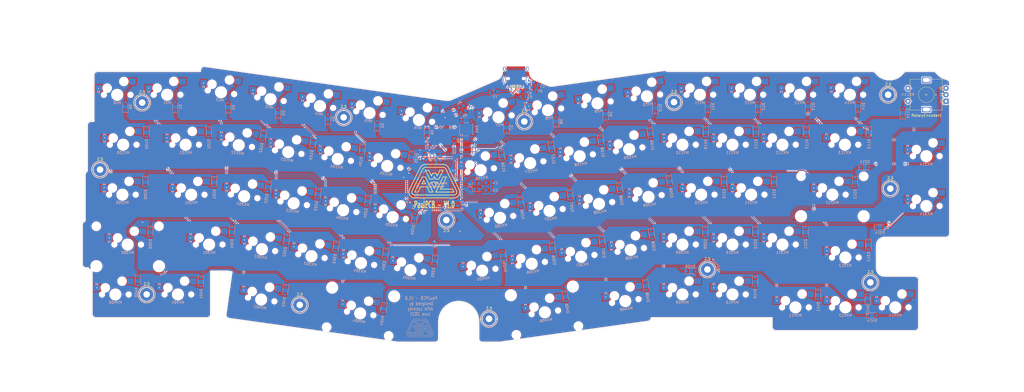
<source format=kicad_pcb>
(kicad_pcb (version 20171130) (host pcbnew "(5.1.9)-1")
  (layers (0 F.Cu signal) (31 B.Cu signal) (34 B.Paste user hide) (35 F.Paste user hide) (36 B.SilkS user) (37 F.SilkS user) (38 B.Mask user) (39 F.Mask user) (44 Edge.Cuts user))
  (net 0 "")
  (net 1 +5V)
  (net 2 GND)
  (net 3 "Net-(U1-Pad42)")
  (net 4 "Net-(R7-Pad2)")
  (net 5 "Net-(U1-Pad32)")
  (net 6 "Net-(U1-Pad31)")
  (net 7 "Net-(C3-Pad1)")
  (net 8 "Net-(C4-Pad1)")
  (net 9 "Net-(C7-Pad2)")
  (net 10 "Net-(U1-Pad1)")
  (net 11 "Net-(D1-Pad2)")
  (net 12 ROW0)
  (net 13 "Net-(D2-Pad2)")
  (net 14 ROW1)
  (net 15 "Net-(D3-Pad2)")
  (net 16 ROW2)
  (net 17 "Net-(D4-Pad2)")
  (net 18 ROW3)
  (net 19 "Net-(D5-Pad2)")
  (net 20 ROW4)
  (net 21 "Net-(D6-Pad2)")
  (net 22 "Net-(D7-Pad2)")
  (net 23 "Net-(D8-Pad2)")
  (net 24 "Net-(D9-Pad2)")
  (net 25 "Net-(D10-Pad2)")
  (net 26 "Net-(D11-Pad2)")
  (net 27 "Net-(D12-Pad2)")
  (net 28 "Net-(D13-Pad2)")
  (net 29 "Net-(D14-Pad2)")
  (net 30 VCC)
  (net 31 COL0)
  (net 32 "Net-(C1-Pad2)")
  (net 33 D-)
  (net 34 D+)
  (net 35 COL4)
  (net 36 "Net-(USB1-Pad3)")
  (net 37 "Net-(USB1-Pad9)")
  (net 38 "Net-(R2-Pad2)")
  (net 39 "Net-(R3-Pad2)")
  (net 40 "Net-(D0-Pad2)")
  (net 41 "Net-(D100-Pad2)")
  (net 42 "Net-(D101-Pad2)")
  (net 43 "Net-(D102-Pad2)")
  (net 44 "Net-(D103-Pad2)")
  (net 45 "Net-(D104-Pad2)")
  (net 46 "Net-(D105-Pad2)")
  (net 47 "Net-(D106-Pad2)")
  (net 48 "Net-(D107-Pad2)")
  (net 49 "Net-(D108-Pad2)")
  (net 50 "Net-(D109-Pad2)")
  (net 51 "Net-(D110-Pad2)")
  (net 52 "Net-(D111-Pad2)")
  (net 53 "Net-(D112-Pad2)")
  (net 54 "Net-(D113-Pad2)")
  (net 55 "Net-(D200-Pad2)")
  (net 56 "Net-(D201-Pad2)")
  (net 57 "Net-(D202-Pad2)")
  (net 58 "Net-(D203-Pad2)")
  (net 59 "Net-(D204-Pad2)")
  (net 60 "Net-(D205-Pad2)")
  (net 61 "Net-(D206-Pad2)")
  (net 62 "Net-(D207-Pad2)")
  (net 63 "Net-(D208-Pad2)")
  (net 64 "Net-(D209-Pad2)")
  (net 65 "Net-(D210-Pad2)")
  (net 66 "Net-(D211-Pad2)")
  (net 67 "Net-(D212-Pad2)")
  (net 68 "Net-(D214-Pad2)")
  (net 69 "Net-(D300-Pad2)")
  (net 70 "Net-(D301-Pad2)")
  (net 71 "Net-(D302-Pad2)")
  (net 72 "Net-(D303-Pad2)")
  (net 73 "Net-(D304-Pad2)")
  (net 74 "Net-(D305-Pad2)")
  (net 75 "Net-(D306-Pad2)")
  (net 76 "Net-(D307-Pad2)")
  (net 77 "Net-(D308-Pad2)")
  (net 78 "Net-(D309-Pad2)")
  (net 79 "Net-(D310-Pad2)")
  (net 80 "Net-(D311-Pad2)")
  (net 81 "Net-(D312-Pad2)")
  (net 82 "Net-(D314-Pad2)")
  (net 83 "Net-(D400-Pad2)")
  (net 84 "Net-(D401-Pad2)")
  (net 85 "Net-(D402-Pad2)")
  (net 86 "Net-(D404-Pad2)")
  (net 87 "Net-(D405-Pad2)")
  (net 88 "Net-(D406-Pad2)")
  (net 89 "Net-(D408-Pad2)")
  (net 90 "Net-(D409-Pad2)")
  (net 91 "Net-(D410-Pad2)")
  (net 92 "Net-(D411-Pad2)")
  (net 93 "Net-(D412-Pad2)")
  (net 94 "Net-(D414-Pad2)")
  (net 95 COL1)
  (net 96 COL2)
  (net 97 COL3)
  (net 98 COL5)
  (net 99 COL6)
  (net 100 COL7)
  (net 101 COL8)
  (net 102 COL9)
  (net 103 COL10)
  (net 104 COL11)
  (net 105 COL12)
  (net 106 COL13)
  (net 107 COL14)
  (net 108 Rot.Enc.2)
  (net 109 Rot.Enc.B)
  (net 110 Rot.Enc.A)
  (net 111 /Reset)
  (net 112 /Data_N)
  (net 113 /Data_P)
  (module TS-1187A-B-A-B:SW_TS-1187A-B-A-B (layer B.Cu) (at 140.695 -70.05 270)
    (fp_text reference SW1 (at 0 -4.064 90) (layer B.SilkS) (effects (justify mirror)))
    (fp_text value SW_Push)
    (pad D smd rect (at 3 -1.875 270) (size 1 0.75) (layers B.Cu B.Paste B.Mask) (net 111 /Reset))
    (pad C smd rect (at -3 -1.875 270) (size 1 0.75) (layers B.Cu B.Paste B.Mask) (net 111 /Reset))
    (pad B smd rect (at 3 1.875 270) (size 1 0.75) (layers B.Cu B.Paste B.Mask) (net 2 GND))
    (pad A smd rect (at -3 1.875 270) (size 1 0.75) (layers B.Cu B.Paste B.Mask) (net 2 GND))
  )
  (module MX_Only:MXOnly-1U-Hotswap (layer F.Cu) (at 242.17 -64.1475)
    (fp_text reference MX111)
    (fp_text value MX-NoLED)
    (fp_text user %R (at 0 3.048) (layer B.SilkS) (effects (justify mirror)))
    (pad "" np_thru_hole circle (at 2.54 -5.08) (size 3 3) (drill 3) (layers *.Cu *.Mask))
    (pad "" np_thru_hole circle (at 0 0) (size 3.9878 3.9878) (drill 3.9878) (layers *.Cu *.Mask))
    (pad "" np_thru_hole circle (at -3.81 -2.54) (size 3 3) (drill 3) (layers *.Cu *.Mask))
    (pad "" np_thru_hole circle (at -5.08 0 48.0996) (size 1.75 1.75) (drill 1.75) (layers *.Cu *.Mask))
    (pad "" np_thru_hole circle (at 5.08 0 48.0996) (size 1.75 1.75) (drill 1.75) (layers *.Cu *.Mask))
    (pad 1 smd rect (at -7.085 -2.54) (size 2.55 2.5) (layers B.Cu B.Paste B.Mask) (net 104 COL11))
    (pad 2 smd rect (at 5.842 -5.08) (size 2.55 2.5) (layers B.Cu B.Paste B.Mask) (net 52 "Net-(D111-Pad2)"))
  )
  (module MX_Only:MXOnly-1U-Hotswap (layer F.Cu) (at 66.11 -81.52 352)
    (fp_text reference MX3)
    (fp_text value MX-NoLED)
    (fp_text user %R (at 0 3.048 172) (layer B.SilkS) (effects (justify mirror)))
    (pad 2 smd rect (at 5.842 -5.08 352) (size 2.55 2.5) (layers B.Cu B.Paste B.Mask) (net 15 "Net-(D3-Pad2)"))
    (pad 1 smd rect (at -7.085 -2.54 352) (size 2.55 2.5) (layers B.Cu B.Paste B.Mask) (net 97 COL3))
    (pad "" np_thru_hole circle (at 5.08 0 40.0996) (size 1.75 1.75) (drill 1.75) (layers *.Cu *.Mask))
    (pad "" np_thru_hole circle (at -5.08 0 40.0996) (size 1.75 1.75) (drill 1.75) (layers *.Cu *.Mask))
    (pad "" np_thru_hole circle (at -3.81 -2.54 352) (size 3 3) (drill 3) (layers *.Cu *.Mask))
    (pad "" np_thru_hole circle (at 0 0 352) (size 3.9878 3.9878) (drill 3.9878) (layers *.Cu *.Mask))
    (pad "" np_thru_hole circle (at 2.54 -5.08 352) (size 3 3) (drill 3) (layers *.Cu *.Mask))
  )
  (module MX_Only:MXOnly-1U-Hotswap (layer F.Cu) (at 100.579033 -18.953052 352)
    (fp_text reference MX304)
    (fp_text value MX-NoLED)
    (fp_text user %R (at 0 3.048 172) (layer B.SilkS) (effects (justify mirror)))
    (pad "" np_thru_hole circle (at 2.54 -5.08 352) (size 3 3) (drill 3) (layers *.Cu *.Mask))
    (pad "" np_thru_hole circle (at 0 0 352) (size 3.9878 3.9878) (drill 3.9878) (layers *.Cu *.Mask))
    (pad "" np_thru_hole circle (at -3.81 -2.54 352) (size 3 3) (drill 3) (layers *.Cu *.Mask))
    (pad "" np_thru_hole circle (at -5.08 0 40.0996) (size 1.75 1.75) (drill 1.75) (layers *.Cu *.Mask))
    (pad "" np_thru_hole circle (at 5.08 0 40.0996) (size 1.75 1.75) (drill 1.75) (layers *.Cu *.Mask))
    (pad 1 smd rect (at -7.085 -2.54 352) (size 2.55 2.5) (layers B.Cu B.Paste B.Mask) (net 35 COL4))
    (pad 2 smd rect (at 5.842 -5.08 352) (size 2.55 2.5) (layers B.Cu B.Paste B.Mask) (net 73 "Net-(D304-Pad2)"))
  )
  (module MX_Only:MXOnly-1U-Hotswap (layer F.Cu) (at 286.92375 -83.2175)
    (fp_text reference MX14)
    (fp_text value MX-NoLED)
    (fp_text user %R (at 0 3.048) (layer B.SilkS) (effects (justify mirror)))
    (pad "" np_thru_hole circle (at 2.54 -5.08) (size 3 3) (drill 3) (layers *.Cu *.Mask))
    (pad "" np_thru_hole circle (at 0 0) (size 3.9878 3.9878) (drill 3.9878) (layers *.Cu *.Mask))
    (pad "" np_thru_hole circle (at -3.81 -2.54) (size 3 3) (drill 3) (layers *.Cu *.Mask))
    (pad "" np_thru_hole circle (at -5.08 0 48.0996) (size 1.75 1.75) (drill 1.75) (layers *.Cu *.Mask))
    (pad "" np_thru_hole circle (at 5.08 0 48.0996) (size 1.75 1.75) (drill 1.75) (layers *.Cu *.Mask))
    (pad 1 smd rect (at -7.085 -2.54) (size 2.55 2.5) (layers B.Cu B.Paste B.Mask) (net 107 COL14))
    (pad 2 smd rect (at 5.842 -5.08) (size 2.55 2.5) (layers B.Cu B.Paste B.Mask) (net 29 "Net-(D14-Pad2)"))
  )
  (module MX_Only:MXOnly-1U-Hotswap (layer F.Cu) (at 122.69 -73.57 352)
    (fp_text reference MX6)
    (fp_text value MX-NoLED)
    (fp_text user %R (at 0 3.048 172) (layer B.SilkS) (effects (justify mirror)))
    (pad "" np_thru_hole circle (at 2.54 -5.08 352) (size 3 3) (drill 3) (layers *.Cu *.Mask))
    (pad "" np_thru_hole circle (at 0 0 352) (size 3.9878 3.9878) (drill 3.9878) (layers *.Cu *.Mask))
    (pad "" np_thru_hole circle (at -3.81 -2.54 352) (size 3 3) (drill 3) (layers *.Cu *.Mask))
    (pad "" np_thru_hole circle (at -5.08 0 40.0996) (size 1.75 1.75) (drill 1.75) (layers *.Cu *.Mask))
    (pad "" np_thru_hole circle (at 5.08 0 40.0996) (size 1.75 1.75) (drill 1.75) (layers *.Cu *.Mask))
    (pad 1 smd rect (at -7.085 -2.54 352) (size 2.55 2.5) (layers B.Cu B.Paste B.Mask) (net 99 COL6))
    (pad 2 smd rect (at 5.842 -5.08 352) (size 2.55 2.5) (layers B.Cu B.Paste B.Mask) (net 21 "Net-(D6-Pad2)"))
  )
  (module MX_Only:MXOnly-1U-Hotswap (layer F.Cu) (at 304.25 -2.06)
    (fp_text reference MX414)
    (fp_text value MX-NoLED)
    (fp_text user %R (at 0 3.048) (layer B.SilkS) (effects (justify mirror)))
    (pad "" np_thru_hole circle (at 2.54 -5.08) (size 3 3) (drill 3) (layers *.Cu *.Mask))
    (pad "" np_thru_hole circle (at 0 0) (size 3.9878 3.9878) (drill 3.9878) (layers *.Cu *.Mask))
    (pad "" np_thru_hole circle (at -3.81 -2.54) (size 3 3) (drill 3) (layers *.Cu *.Mask))
    (pad "" np_thru_hole circle (at -5.08 0 48.0996) (size 1.75 1.75) (drill 1.75) (layers *.Cu *.Mask))
    (pad "" np_thru_hole circle (at 5.08 0 48.0996) (size 1.75 1.75) (drill 1.75) (layers *.Cu *.Mask))
    (pad 1 smd rect (at -7.085 -2.54) (size 2.55 2.5) (layers B.Cu B.Paste B.Mask) (net 107 COL14))
    (pad 2 smd rect (at 5.842 -5.08) (size 2.55 2.5) (layers B.Cu B.Paste B.Mask) (net 94 "Net-(D414-Pad2)"))
  )
  (module MX_Only:MXOnly-1U-Hotswap (layer F.Cu) (at 285.22 -2.05)
    (fp_text reference MX412)
    (fp_text value MX-NoLED)
    (fp_text user %R (at 0 3.048) (layer B.SilkS) (effects (justify mirror)))
    (pad "" np_thru_hole circle (at 2.54 -5.08) (size 3 3) (drill 3) (layers *.Cu *.Mask))
    (pad "" np_thru_hole circle (at 0 0) (size 3.9878 3.9878) (drill 3.9878) (layers *.Cu *.Mask))
    (pad "" np_thru_hole circle (at -3.81 -2.54) (size 3 3) (drill 3) (layers *.Cu *.Mask))
    (pad "" np_thru_hole circle (at -5.08 0 48.0996) (size 1.75 1.75) (drill 1.75) (layers *.Cu *.Mask))
    (pad "" np_thru_hole circle (at 5.08 0 48.0996) (size 1.75 1.75) (drill 1.75) (layers *.Cu *.Mask))
    (pad 1 smd rect (at -7.085 -2.54) (size 2.55 2.5) (layers B.Cu B.Paste B.Mask) (net 105 COL12))
    (pad 2 smd rect (at 5.842 -5.08) (size 2.55 2.5) (layers B.Cu B.Paste B.Mask) (net 93 "Net-(D412-Pad2)"))
  )
  (module MX_Only:MXOnly-1U-Hotswap (layer F.Cu) (at 266.19 -2.06)
    (fp_text reference MX411)
    (fp_text value MX-NoLED)
    (fp_text user %R (at 0 3.048) (layer B.SilkS) (effects (justify mirror)))
    (pad "" np_thru_hole circle (at 2.54 -5.08) (size 3 3) (drill 3) (layers *.Cu *.Mask))
    (pad "" np_thru_hole circle (at 0 0) (size 3.9878 3.9878) (drill 3.9878) (layers *.Cu *.Mask))
    (pad "" np_thru_hole circle (at -3.81 -2.54) (size 3 3) (drill 3) (layers *.Cu *.Mask))
    (pad "" np_thru_hole circle (at -5.08 0 48.0996) (size 1.75 1.75) (drill 1.75) (layers *.Cu *.Mask))
    (pad "" np_thru_hole circle (at 5.08 0 48.0996) (size 1.75 1.75) (drill 1.75) (layers *.Cu *.Mask))
    (pad 1 smd rect (at -7.085 -2.54) (size 2.55 2.5) (layers B.Cu B.Paste B.Mask) (net 104 COL11))
    (pad 2 smd rect (at 5.842 -5.08) (size 2.55 2.5) (layers B.Cu B.Paste B.Mask) (net 92 "Net-(D411-Pad2)"))
  )
  (module MX_Only:MXOnly-1U-Hotswap (layer F.Cu) (at 242.18 -7.01)
    (fp_text reference MX410)
    (fp_text value MX-NoLED)
    (fp_text user %R (at 0 3.048) (layer B.SilkS) (effects (justify mirror)))
    (pad "" np_thru_hole circle (at 2.54 -5.08) (size 3 3) (drill 3) (layers *.Cu *.Mask))
    (pad "" np_thru_hole circle (at 0 0) (size 3.9878 3.9878) (drill 3.9878) (layers *.Cu *.Mask))
    (pad "" np_thru_hole circle (at -3.81 -2.54) (size 3 3) (drill 3) (layers *.Cu *.Mask))
    (pad "" np_thru_hole circle (at -5.08 0 48.0996) (size 1.75 1.75) (drill 1.75) (layers *.Cu *.Mask))
    (pad "" np_thru_hole circle (at 5.08 0 48.0996) (size 1.75 1.75) (drill 1.75) (layers *.Cu *.Mask))
    (pad 1 smd rect (at -7.085 -2.54) (size 2.55 2.5) (layers B.Cu B.Paste B.Mask) (net 103 COL10))
    (pad 2 smd rect (at 5.842 -5.08) (size 2.55 2.5) (layers B.Cu B.Paste B.Mask) (net 91 "Net-(D410-Pad2)"))
  )
  (module MX_Only:MXOnly-1U-Hotswap (layer F.Cu) (at 223.11 -7.01)
    (fp_text reference MX409)
    (fp_text value MX-NoLED)
    (fp_text user %R (at 0 3.048) (layer B.SilkS) (effects (justify mirror)))
    (pad "" np_thru_hole circle (at 2.54 -5.08) (size 3 3) (drill 3) (layers *.Cu *.Mask))
    (pad "" np_thru_hole circle (at 0 0) (size 3.9878 3.9878) (drill 3.9878) (layers *.Cu *.Mask))
    (pad "" np_thru_hole circle (at -3.81 -2.54) (size 3 3) (drill 3) (layers *.Cu *.Mask))
    (pad "" np_thru_hole circle (at -5.08 0 48.0996) (size 1.75 1.75) (drill 1.75) (layers *.Cu *.Mask))
    (pad "" np_thru_hole circle (at 5.08 0 48.0996) (size 1.75 1.75) (drill 1.75) (layers *.Cu *.Mask))
    (pad 1 smd rect (at -7.085 -2.54) (size 2.55 2.5) (layers B.Cu B.Paste B.Mask) (net 102 COL9))
    (pad 2 smd rect (at 5.842 -5.08) (size 2.55 2.5) (layers B.Cu B.Paste B.Mask) (net 90 "Net-(D409-Pad2)"))
  )
  (module MX_Only:MXOnly-1U-Hotswap (layer F.Cu) (at 201.335276 -4.478128 8)
    (fp_text reference MX408)
    (fp_text value MX-NoLED)
    (fp_text user %R (at 0 3.048 8) (layer B.SilkS) (effects (justify mirror)))
    (pad "" np_thru_hole circle (at 2.54 -5.08 8) (size 3 3) (drill 3) (layers *.Cu *.Mask))
    (pad "" np_thru_hole circle (at 0 0 8) (size 3.9878 3.9878) (drill 3.9878) (layers *.Cu *.Mask))
    (pad "" np_thru_hole circle (at -3.81 -2.54 8) (size 3 3) (drill 3) (layers *.Cu *.Mask))
    (pad "" np_thru_hole circle (at -5.08 0 56.0996) (size 1.75 1.75) (drill 1.75) (layers *.Cu *.Mask))
    (pad "" np_thru_hole circle (at 5.08 0 56.0996) (size 1.75 1.75) (drill 1.75) (layers *.Cu *.Mask))
    (pad 1 smd rect (at -7.085 -2.54 8) (size 2.55 2.5) (layers B.Cu B.Paste B.Mask) (net 101 COL8))
    (pad 2 smd rect (at 5.842 -5.08 8) (size 2.55 2.5) (layers B.Cu B.Paste B.Mask) (net 89 "Net-(D408-Pad2)"))
  )
  (module MX_Only:MXOnly-1U-Hotswap (layer F.Cu) (at 146.80636 -16.051804 8)
    (fp_text reference MX405)
    (fp_text value MX-NoLED)
    (fp_text user %R (at 0 3.048 8) (layer B.SilkS) (effects (justify mirror)))
    (pad "" np_thru_hole circle (at 2.54 -5.08 8) (size 3 3) (drill 3) (layers *.Cu *.Mask))
    (pad "" np_thru_hole circle (at 0 0 8) (size 3.9878 3.9878) (drill 3.9878) (layers *.Cu *.Mask))
    (pad "" np_thru_hole circle (at -3.81 -2.54 8) (size 3 3) (drill 3) (layers *.Cu *.Mask))
    (pad "" np_thru_hole circle (at -5.08 0 56.0996) (size 1.75 1.75) (drill 1.75) (layers *.Cu *.Mask))
    (pad "" np_thru_hole circle (at 5.08 0 56.0996) (size 1.75 1.75) (drill 1.75) (layers *.Cu *.Mask))
    (pad 1 smd rect (at -7.085 -2.54 8) (size 2.55 2.5) (layers B.Cu B.Paste B.Mask) (net 98 COL5))
    (pad 2 smd rect (at 5.842 -5.08 8) (size 2.55 2.5) (layers B.Cu B.Paste B.Mask) (net 87 "Net-(D405-Pad2)"))
  )
  (module MX_Only:MXOnly-1U-Hotswap (layer F.Cu) (at 316.08 -40.74)
    (fp_text reference MX314)
    (fp_text value MX-NoLED)
    (fp_text user %R (at 0 3.048) (layer B.SilkS) (effects (justify mirror)))
    (pad "" np_thru_hole circle (at 2.54 -5.08) (size 3 3) (drill 3) (layers *.Cu *.Mask))
    (pad "" np_thru_hole circle (at 0 0) (size 3.9878 3.9878) (drill 3.9878) (layers *.Cu *.Mask))
    (pad "" np_thru_hole circle (at -3.81 -2.54) (size 3 3) (drill 3) (layers *.Cu *.Mask))
    (pad "" np_thru_hole circle (at -5.08 0 48.0996) (size 1.75 1.75) (drill 1.75) (layers *.Cu *.Mask))
    (pad "" np_thru_hole circle (at 5.08 0 48.0996) (size 1.75 1.75) (drill 1.75) (layers *.Cu *.Mask))
    (pad 1 smd rect (at -7.085 -2.54) (size 2.55 2.5) (layers B.Cu B.Paste B.Mask) (net 107 COL14))
    (pad 2 smd rect (at 5.842 -5.08) (size 2.55 2.5) (layers B.Cu B.Paste B.Mask) (net 82 "Net-(D314-Pad2)"))
  )
  (module MX_Only:MXOnly-1U-Hotswap (layer F.Cu) (at 285.22 -21.1)
    (fp_text reference MX312)
    (fp_text value MX-NoLED)
    (fp_text user %R (at 0 3.048) (layer B.SilkS) (effects (justify mirror)))
    (pad "" np_thru_hole circle (at 2.54 -5.08) (size 3 3) (drill 3) (layers *.Cu *.Mask))
    (pad "" np_thru_hole circle (at 0 0) (size 3.9878 3.9878) (drill 3.9878) (layers *.Cu *.Mask))
    (pad "" np_thru_hole circle (at -3.81 -2.54) (size 3 3) (drill 3) (layers *.Cu *.Mask))
    (pad "" np_thru_hole circle (at -5.08 0 48.0996) (size 1.75 1.75) (drill 1.75) (layers *.Cu *.Mask))
    (pad "" np_thru_hole circle (at 5.08 0 48.0996) (size 1.75 1.75) (drill 1.75) (layers *.Cu *.Mask))
    (pad 1 smd rect (at -7.085 -2.54) (size 2.55 2.5) (layers B.Cu B.Paste B.Mask) (net 105 COL12))
    (pad 2 smd rect (at 5.842 -5.08) (size 2.55 2.5) (layers B.Cu B.Paste B.Mask) (net 81 "Net-(D312-Pad2)"))
  )
  (module MX_Only:MXOnly-1U-Hotswap (layer F.Cu) (at 261.22 -26.0475)
    (fp_text reference MX311)
    (fp_text value MX-NoLED)
    (fp_text user %R (at 0 3.048) (layer B.SilkS) (effects (justify mirror)))
    (pad "" np_thru_hole circle (at 2.54 -5.08) (size 3 3) (drill 3) (layers *.Cu *.Mask))
    (pad "" np_thru_hole circle (at 0 0) (size 3.9878 3.9878) (drill 3.9878) (layers *.Cu *.Mask))
    (pad "" np_thru_hole circle (at -3.81 -2.54) (size 3 3) (drill 3) (layers *.Cu *.Mask))
    (pad "" np_thru_hole circle (at -5.08 0 48.0996) (size 1.75 1.75) (drill 1.75) (layers *.Cu *.Mask))
    (pad "" np_thru_hole circle (at 5.08 0 48.0996) (size 1.75 1.75) (drill 1.75) (layers *.Cu *.Mask))
    (pad 1 smd rect (at -7.085 -2.54) (size 2.55 2.5) (layers B.Cu B.Paste B.Mask) (net 104 COL11))
    (pad 2 smd rect (at 5.842 -5.08) (size 2.55 2.5) (layers B.Cu B.Paste B.Mask) (net 80 "Net-(D311-Pad2)"))
  )
  (module MX_Only:MXOnly-1U-Hotswap (layer F.Cu) (at 242.17 -26.0475)
    (fp_text reference MX310)
    (fp_text value MX-NoLED)
    (fp_text user %R (at 0 3.048) (layer B.SilkS) (effects (justify mirror)))
    (pad "" np_thru_hole circle (at 2.54 -5.08) (size 3 3) (drill 3) (layers *.Cu *.Mask))
    (pad "" np_thru_hole circle (at 0 0) (size 3.9878 3.9878) (drill 3.9878) (layers *.Cu *.Mask))
    (pad "" np_thru_hole circle (at -3.81 -2.54) (size 3 3) (drill 3) (layers *.Cu *.Mask))
    (pad "" np_thru_hole circle (at -5.08 0 48.0996) (size 1.75 1.75) (drill 1.75) (layers *.Cu *.Mask))
    (pad "" np_thru_hole circle (at 5.08 0 48.0996) (size 1.75 1.75) (drill 1.75) (layers *.Cu *.Mask))
    (pad 1 smd rect (at -7.085 -2.54) (size 2.55 2.5) (layers B.Cu B.Paste B.Mask) (net 103 COL10))
    (pad 2 smd rect (at 5.842 -5.08) (size 2.55 2.5) (layers B.Cu B.Paste B.Mask) (net 79 "Net-(D310-Pad2)"))
  )
  (module MX_Only:MXOnly-1U-Hotswap (layer F.Cu) (at 223.12 -26.0475)
    (fp_text reference MX309)
    (fp_text value MX-NoLED)
    (fp_text user %R (at 0 3.048) (layer B.SilkS) (effects (justify mirror)))
    (pad "" np_thru_hole circle (at 2.54 -5.08) (size 3 3) (drill 3) (layers *.Cu *.Mask))
    (pad "" np_thru_hole circle (at 0 0) (size 3.9878 3.9878) (drill 3.9878) (layers *.Cu *.Mask))
    (pad "" np_thru_hole circle (at -3.81 -2.54) (size 3 3) (drill 3) (layers *.Cu *.Mask))
    (pad "" np_thru_hole circle (at -5.08 0 48.0996) (size 1.75 1.75) (drill 1.75) (layers *.Cu *.Mask))
    (pad "" np_thru_hole circle (at 5.08 0 48.0996) (size 1.75 1.75) (drill 1.75) (layers *.Cu *.Mask))
    (pad 1 smd rect (at -7.085 -2.54) (size 2.55 2.5) (layers B.Cu B.Paste B.Mask) (net 102 COL9))
    (pad 2 smd rect (at 5.842 -5.08) (size 2.55 2.5) (layers B.Cu B.Paste B.Mask) (net 78 "Net-(D309-Pad2)"))
  )
  (module MX_Only:MXOnly-1U-Hotswap (layer F.Cu) (at 203.40018 -24.005547 8)
    (fp_text reference MX308)
    (fp_text value MX-NoLED)
    (fp_text user %R (at 0 3.048 8) (layer B.SilkS) (effects (justify mirror)))
    (pad "" np_thru_hole circle (at 2.54 -5.08 8) (size 3 3) (drill 3) (layers *.Cu *.Mask))
    (pad "" np_thru_hole circle (at 0 0 8) (size 3.9878 3.9878) (drill 3.9878) (layers *.Cu *.Mask))
    (pad "" np_thru_hole circle (at -3.81 -2.54 8) (size 3 3) (drill 3) (layers *.Cu *.Mask))
    (pad "" np_thru_hole circle (at -5.08 0 56.0996) (size 1.75 1.75) (drill 1.75) (layers *.Cu *.Mask))
    (pad "" np_thru_hole circle (at 5.08 0 56.0996) (size 1.75 1.75) (drill 1.75) (layers *.Cu *.Mask))
    (pad 1 smd rect (at -7.085 -2.54 8) (size 2.55 2.5) (layers B.Cu B.Paste B.Mask) (net 101 COL8))
    (pad 2 smd rect (at 5.842 -5.08 8) (size 2.55 2.5) (layers B.Cu B.Paste B.Mask) (net 77 "Net-(D308-Pad2)"))
  )
  (module MX_Only:MXOnly-1U-Hotswap (layer F.Cu) (at 184.535573 -21.354299 8)
    (fp_text reference MX307)
    (fp_text value MX-NoLED)
    (fp_text user %R (at 0 3.048 8) (layer B.SilkS) (effects (justify mirror)))
    (pad "" np_thru_hole circle (at 2.54 -5.08 8) (size 3 3) (drill 3) (layers *.Cu *.Mask))
    (pad "" np_thru_hole circle (at 0 0 8) (size 3.9878 3.9878) (drill 3.9878) (layers *.Cu *.Mask))
    (pad "" np_thru_hole circle (at -3.81 -2.54 8) (size 3 3) (drill 3) (layers *.Cu *.Mask))
    (pad "" np_thru_hole circle (at -5.08 0 56.0996) (size 1.75 1.75) (drill 1.75) (layers *.Cu *.Mask))
    (pad "" np_thru_hole circle (at 5.08 0 56.0996) (size 1.75 1.75) (drill 1.75) (layers *.Cu *.Mask))
    (pad 1 smd rect (at -7.085 -2.54 8) (size 2.55 2.5) (layers B.Cu B.Paste B.Mask) (net 100 COL7))
    (pad 2 smd rect (at 5.842 -5.08 8) (size 2.55 2.5) (layers B.Cu B.Paste B.Mask) (net 76 "Net-(D307-Pad2)"))
  )
  (module MX_Only:MXOnly-1U-Hotswap (layer F.Cu) (at 165.670967 -18.703052 8)
    (fp_text reference MX306)
    (fp_text value MX-NoLED)
    (fp_text user %R (at 0 3.048 8) (layer B.SilkS) (effects (justify mirror)))
    (pad "" np_thru_hole circle (at 2.54 -5.08 8) (size 3 3) (drill 3) (layers *.Cu *.Mask))
    (pad "" np_thru_hole circle (at 0 0 8) (size 3.9878 3.9878) (drill 3.9878) (layers *.Cu *.Mask))
    (pad "" np_thru_hole circle (at -3.81 -2.54 8) (size 3 3) (drill 3) (layers *.Cu *.Mask))
    (pad "" np_thru_hole circle (at -5.08 0 56.0996) (size 1.75 1.75) (drill 1.75) (layers *.Cu *.Mask))
    (pad "" np_thru_hole circle (at 5.08 0 56.0996) (size 1.75 1.75) (drill 1.75) (layers *.Cu *.Mask))
    (pad 1 smd rect (at -7.085 -2.54 8) (size 2.55 2.5) (layers B.Cu B.Paste B.Mask) (net 99 COL6))
    (pad 2 smd rect (at 5.842 -5.08 8) (size 2.55 2.5) (layers B.Cu B.Paste B.Mask) (net 75 "Net-(D306-Pad2)"))
  )
  (module MX_Only:MXOnly-1U-Hotswap (layer F.Cu) (at 119.44364 -16.301804 352)
    (fp_text reference MX305)
    (fp_text value MX-NoLED)
    (fp_text user %R (at 0 3.048 172) (layer B.SilkS) (effects (justify mirror)))
    (pad "" np_thru_hole circle (at 2.54 -5.08 352) (size 3 3) (drill 3) (layers *.Cu *.Mask))
    (pad "" np_thru_hole circle (at 0 0 352) (size 3.9878 3.9878) (drill 3.9878) (layers *.Cu *.Mask))
    (pad "" np_thru_hole circle (at -3.81 -2.54 352) (size 3 3) (drill 3) (layers *.Cu *.Mask))
    (pad "" np_thru_hole circle (at -5.08 0 40.0996) (size 1.75 1.75) (drill 1.75) (layers *.Cu *.Mask))
    (pad "" np_thru_hole circle (at 5.08 0 40.0996) (size 1.75 1.75) (drill 1.75) (layers *.Cu *.Mask))
    (pad 1 smd rect (at -7.085 -2.54 352) (size 2.55 2.5) (layers B.Cu B.Paste B.Mask) (net 98 COL5))
    (pad 2 smd rect (at 5.842 -5.08 352) (size 2.55 2.5) (layers B.Cu B.Paste B.Mask) (net 74 "Net-(D305-Pad2)"))
  )
  (module MX_Only:MXOnly-1U-Hotswap (layer F.Cu) (at 81.714427 -21.604299 352)
    (fp_text reference MX303)
    (fp_text value MX-NoLED)
    (fp_text user %R (at 0 3.048 172) (layer B.SilkS) (effects (justify mirror)))
    (pad "" np_thru_hole circle (at 2.54 -5.08 352) (size 3 3) (drill 3) (layers *.Cu *.Mask))
    (pad "" np_thru_hole circle (at 0 0 352) (size 3.9878 3.9878) (drill 3.9878) (layers *.Cu *.Mask))
    (pad "" np_thru_hole circle (at -3.81 -2.54 352) (size 3 3) (drill 3) (layers *.Cu *.Mask))
    (pad "" np_thru_hole circle (at -5.08 0 40.0996) (size 1.75 1.75) (drill 1.75) (layers *.Cu *.Mask))
    (pad "" np_thru_hole circle (at 5.08 0 40.0996) (size 1.75 1.75) (drill 1.75) (layers *.Cu *.Mask))
    (pad 1 smd rect (at -7.085 -2.54 352) (size 2.55 2.5) (layers B.Cu B.Paste B.Mask) (net 97 COL3))
    (pad 2 smd rect (at 5.842 -5.08 352) (size 2.55 2.5) (layers B.Cu B.Paste B.Mask) (net 72 "Net-(D303-Pad2)"))
  )
  (module MX_Only:MXOnly-1U-Hotswap (layer F.Cu) (at 62.84982 -24.255547 352)
    (fp_text reference MX302)
    (fp_text value MX-NoLED)
    (fp_text user %R (at 0 3.048 172) (layer B.SilkS) (effects (justify mirror)))
    (pad "" np_thru_hole circle (at 2.54 -5.08 352) (size 3 3) (drill 3) (layers *.Cu *.Mask))
    (pad "" np_thru_hole circle (at 0 0 352) (size 3.9878 3.9878) (drill 3.9878) (layers *.Cu *.Mask))
    (pad "" np_thru_hole circle (at -3.81 -2.54 352) (size 3 3) (drill 3) (layers *.Cu *.Mask))
    (pad "" np_thru_hole circle (at -5.08 0 40.0996) (size 1.75 1.75) (drill 1.75) (layers *.Cu *.Mask))
    (pad "" np_thru_hole circle (at 5.08 0 40.0996) (size 1.75 1.75) (drill 1.75) (layers *.Cu *.Mask))
    (pad 1 smd rect (at -7.085 -2.54 352) (size 2.55 2.5) (layers B.Cu B.Paste B.Mask) (net 96 COL2))
    (pad 2 smd rect (at 5.842 -5.08 352) (size 2.55 2.5) (layers B.Cu B.Paste B.Mask) (net 71 "Net-(D302-Pad2)"))
  )
  (module MX_Only:MXOnly-1U-Hotswap (layer F.Cu) (at 42.72 -26.04)
    (fp_text reference MX301)
    (fp_text value MX-NoLED)
    (fp_text user %R (at 0 3.048) (layer B.SilkS) (effects (justify mirror)))
    (pad "" np_thru_hole circle (at 2.54 -5.08) (size 3 3) (drill 3) (layers *.Cu *.Mask))
    (pad "" np_thru_hole circle (at 0 0) (size 3.9878 3.9878) (drill 3.9878) (layers *.Cu *.Mask))
    (pad "" np_thru_hole circle (at -3.81 -2.54) (size 3 3) (drill 3) (layers *.Cu *.Mask))
    (pad "" np_thru_hole circle (at -5.08 0 48.0996) (size 1.75 1.75) (drill 1.75) (layers *.Cu *.Mask))
    (pad "" np_thru_hole circle (at 5.08 0 48.0996) (size 1.75 1.75) (drill 1.75) (layers *.Cu *.Mask))
    (pad 1 smd rect (at -7.085 -2.54) (size 2.55 2.5) (layers B.Cu B.Paste B.Mask) (net 95 COL1))
    (pad 2 smd rect (at 5.842 -5.08) (size 2.55 2.5) (layers B.Cu B.Paste B.Mask) (net 70 "Net-(D301-Pad2)"))
  )
  (module MX_Only:MXOnly-1U-Hotswap (layer F.Cu) (at 316.08 -59.76)
    (fp_text reference MX214)
    (fp_text value MX-NoLED)
    (fp_text user %R (at 0 3.048) (layer B.SilkS) (effects (justify mirror)))
    (pad "" np_thru_hole circle (at 2.54 -5.08) (size 3 3) (drill 3) (layers *.Cu *.Mask))
    (pad "" np_thru_hole circle (at 0 0) (size 3.9878 3.9878) (drill 3.9878) (layers *.Cu *.Mask))
    (pad "" np_thru_hole circle (at -3.81 -2.54) (size 3 3) (drill 3) (layers *.Cu *.Mask))
    (pad "" np_thru_hole circle (at -5.08 0 48.0996) (size 1.75 1.75) (drill 1.75) (layers *.Cu *.Mask))
    (pad "" np_thru_hole circle (at 5.08 0 48.0996) (size 1.75 1.75) (drill 1.75) (layers *.Cu *.Mask))
    (pad 1 smd rect (at -7.085 -2.54) (size 2.55 2.5) (layers B.Cu B.Paste B.Mask) (net 107 COL14))
    (pad 2 smd rect (at 5.842 -5.08) (size 2.55 2.5) (layers B.Cu B.Paste B.Mask) (net 68 "Net-(D214-Pad2)"))
  )
  (module MX_Only:MXOnly-1U-Hotswap (layer F.Cu) (at 249.31375 -45.0975)
    (fp_text reference MX211)
    (fp_text value MX-NoLED)
    (fp_text user %R (at 0 3.048) (layer B.SilkS) (effects (justify mirror)))
    (pad "" np_thru_hole circle (at 2.54 -5.08) (size 3 3) (drill 3) (layers *.Cu *.Mask))
    (pad "" np_thru_hole circle (at 0 0) (size 3.9878 3.9878) (drill 3.9878) (layers *.Cu *.Mask))
    (pad "" np_thru_hole circle (at -3.81 -2.54) (size 3 3) (drill 3) (layers *.Cu *.Mask))
    (pad "" np_thru_hole circle (at -5.08 0 48.0996) (size 1.75 1.75) (drill 1.75) (layers *.Cu *.Mask))
    (pad "" np_thru_hole circle (at 5.08 0 48.0996) (size 1.75 1.75) (drill 1.75) (layers *.Cu *.Mask))
    (pad 1 smd rect (at -7.085 -2.54) (size 2.55 2.5) (layers B.Cu B.Paste B.Mask) (net 104 COL11))
    (pad 2 smd rect (at 5.842 -5.08) (size 2.55 2.5) (layers B.Cu B.Paste B.Mask) (net 66 "Net-(D211-Pad2)"))
  )
  (module MX_Only:MXOnly-1U-Hotswap (layer F.Cu) (at 230.26375 -45.0975)
    (fp_text reference MX210)
    (fp_text value MX-NoLED)
    (fp_text user %R (at 0 3.048) (layer B.SilkS) (effects (justify mirror)))
    (pad "" np_thru_hole circle (at 2.54 -5.08) (size 3 3) (drill 3) (layers *.Cu *.Mask))
    (pad "" np_thru_hole circle (at 0 0) (size 3.9878 3.9878) (drill 3.9878) (layers *.Cu *.Mask))
    (pad "" np_thru_hole circle (at -3.81 -2.54) (size 3 3) (drill 3) (layers *.Cu *.Mask))
    (pad "" np_thru_hole circle (at -5.08 0 48.0996) (size 1.75 1.75) (drill 1.75) (layers *.Cu *.Mask))
    (pad "" np_thru_hole circle (at 5.08 0 48.0996) (size 1.75 1.75) (drill 1.75) (layers *.Cu *.Mask))
    (pad 1 smd rect (at -7.085 -2.54) (size 2.55 2.5) (layers B.Cu B.Paste B.Mask) (net 103 COL10))
    (pad 2 smd rect (at 5.842 -5.08) (size 2.55 2.5) (layers B.Cu B.Paste B.Mask) (net 65 "Net-(D210-Pad2)"))
  )
  (module MX_Only:MXOnly-1U-Hotswap (layer F.Cu) (at 210.181236 -44.195777 8)
    (fp_text reference MX209)
    (fp_text value MX-NoLED)
    (fp_text user %R (at 0 3.048 8) (layer B.SilkS) (effects (justify mirror)))
    (pad "" np_thru_hole circle (at 2.54 -5.08 8) (size 3 3) (drill 3) (layers *.Cu *.Mask))
    (pad "" np_thru_hole circle (at 0 0 8) (size 3.9878 3.9878) (drill 3.9878) (layers *.Cu *.Mask))
    (pad "" np_thru_hole circle (at -3.81 -2.54 8) (size 3 3) (drill 3) (layers *.Cu *.Mask))
    (pad "" np_thru_hole circle (at -5.08 0 56.0996) (size 1.75 1.75) (drill 1.75) (layers *.Cu *.Mask))
    (pad "" np_thru_hole circle (at 5.08 0 56.0996) (size 1.75 1.75) (drill 1.75) (layers *.Cu *.Mask))
    (pad 1 smd rect (at -7.085 -2.54 8) (size 2.55 2.5) (layers B.Cu B.Paste B.Mask) (net 102 COL9))
    (pad 2 smd rect (at 5.842 -5.08 8) (size 2.55 2.5) (layers B.Cu B.Paste B.Mask) (net 64 "Net-(D209-Pad2)"))
  )
  (module MX_Only:MXOnly-1U-Hotswap (layer F.Cu) (at 191.316629 -41.54453 8)
    (fp_text reference MX208)
    (fp_text value MX-NoLED)
    (fp_text user %R (at 0 3.048 8) (layer B.SilkS) (effects (justify mirror)))
    (pad "" np_thru_hole circle (at 2.54 -5.08 8) (size 3 3) (drill 3) (layers *.Cu *.Mask))
    (pad "" np_thru_hole circle (at 0 0 8) (size 3.9878 3.9878) (drill 3.9878) (layers *.Cu *.Mask))
    (pad "" np_thru_hole circle (at -3.81 -2.54 8) (size 3 3) (drill 3) (layers *.Cu *.Mask))
    (pad "" np_thru_hole circle (at -5.08 0 56.0996) (size 1.75 1.75) (drill 1.75) (layers *.Cu *.Mask))
    (pad "" np_thru_hole circle (at 5.08 0 56.0996) (size 1.75 1.75) (drill 1.75) (layers *.Cu *.Mask))
    (pad 1 smd rect (at -7.085 -2.54 8) (size 2.55 2.5) (layers B.Cu B.Paste B.Mask) (net 101 COL8))
    (pad 2 smd rect (at 5.842 -5.08 8) (size 2.55 2.5) (layers B.Cu B.Paste B.Mask) (net 63 "Net-(D208-Pad2)"))
  )
  (module MX_Only:MXOnly-1U-Hotswap (layer F.Cu) (at 172.452022 -38.893282 8)
    (fp_text reference MX207)
    (fp_text value MX-NoLED)
    (fp_text user %R (at 0 3.048 8) (layer B.SilkS) (effects (justify mirror)))
    (pad "" np_thru_hole circle (at 2.54 -5.08 8) (size 3 3) (drill 3) (layers *.Cu *.Mask))
    (pad "" np_thru_hole circle (at 0 0 8) (size 3.9878 3.9878) (drill 3.9878) (layers *.Cu *.Mask))
    (pad "" np_thru_hole circle (at -3.81 -2.54 8) (size 3 3) (drill 3) (layers *.Cu *.Mask))
    (pad "" np_thru_hole circle (at -5.08 0 56.0996) (size 1.75 1.75) (drill 1.75) (layers *.Cu *.Mask))
    (pad "" np_thru_hole circle (at 5.08 0 56.0996) (size 1.75 1.75) (drill 1.75) (layers *.Cu *.Mask))
    (pad 1 smd rect (at -7.085 -2.54 8) (size 2.55 2.5) (layers B.Cu B.Paste B.Mask) (net 100 COL7))
    (pad 2 smd rect (at 5.842 -5.08 8) (size 2.55 2.5) (layers B.Cu B.Paste B.Mask) (net 62 "Net-(D207-Pad2)"))
  )
  (module MX_Only:MXOnly-1U-Hotswap (layer F.Cu) (at 153.587416 -36.242035 8)
    (fp_text reference MX206)
    (fp_text value MX-NoLED)
    (fp_text user %R (at 0 3.048 8) (layer B.SilkS) (effects (justify mirror)))
    (pad "" np_thru_hole circle (at 2.54 -5.08 8) (size 3 3) (drill 3) (layers *.Cu *.Mask))
    (pad "" np_thru_hole circle (at 0 0 8) (size 3.9878 3.9878) (drill 3.9878) (layers *.Cu *.Mask))
    (pad "" np_thru_hole circle (at -3.81 -2.54 8) (size 3 3) (drill 3) (layers *.Cu *.Mask))
    (pad "" np_thru_hole circle (at -5.08 0 56.0996) (size 1.75 1.75) (drill 1.75) (layers *.Cu *.Mask))
    (pad "" np_thru_hole circle (at 5.08 0 56.0996) (size 1.75 1.75) (drill 1.75) (layers *.Cu *.Mask))
    (pad 1 smd rect (at -7.085 -2.54 8) (size 2.55 2.5) (layers B.Cu B.Paste B.Mask) (net 99 COL6))
    (pad 2 smd rect (at 5.842 -5.08 8) (size 2.55 2.5) (layers B.Cu B.Paste B.Mask) (net 61 "Net-(D206-Pad2)"))
  )
  (module MX_Only:MXOnly-1U-Hotswap (layer F.Cu) (at 112.662584 -36.492035 352)
    (fp_text reference MX205)
    (fp_text value MX-NoLED)
    (fp_text user %R (at 0 3.048 172) (layer B.SilkS) (effects (justify mirror)))
    (pad "" np_thru_hole circle (at 2.54 -5.08 352) (size 3 3) (drill 3) (layers *.Cu *.Mask))
    (pad "" np_thru_hole circle (at 0 0 352) (size 3.9878 3.9878) (drill 3.9878) (layers *.Cu *.Mask))
    (pad "" np_thru_hole circle (at -3.81 -2.54 352) (size 3 3) (drill 3) (layers *.Cu *.Mask))
    (pad "" np_thru_hole circle (at -5.08 0 40.0996) (size 1.75 1.75) (drill 1.75) (layers *.Cu *.Mask))
    (pad "" np_thru_hole circle (at 5.08 0 40.0996) (size 1.75 1.75) (drill 1.75) (layers *.Cu *.Mask))
    (pad 1 smd rect (at -7.085 -2.54 352) (size 2.55 2.5) (layers B.Cu B.Paste B.Mask) (net 98 COL5))
    (pad 2 smd rect (at 5.842 -5.08 352) (size 2.55 2.5) (layers B.Cu B.Paste B.Mask) (net 60 "Net-(D205-Pad2)"))
  )
  (module MX_Only:MXOnly-1U-Hotswap (layer F.Cu) (at 93.797978 -39.143282 352)
    (fp_text reference MX204)
    (fp_text value MX-NoLED)
    (fp_text user %R (at 0 3.048 172) (layer B.SilkS) (effects (justify mirror)))
    (pad "" np_thru_hole circle (at 2.54 -5.08 352) (size 3 3) (drill 3) (layers *.Cu *.Mask))
    (pad "" np_thru_hole circle (at 0 0 352) (size 3.9878 3.9878) (drill 3.9878) (layers *.Cu *.Mask))
    (pad "" np_thru_hole circle (at -3.81 -2.54 352) (size 3 3) (drill 3) (layers *.Cu *.Mask))
    (pad "" np_thru_hole circle (at -5.08 0 40.0996) (size 1.75 1.75) (drill 1.75) (layers *.Cu *.Mask))
    (pad "" np_thru_hole circle (at 5.08 0 40.0996) (size 1.75 1.75) (drill 1.75) (layers *.Cu *.Mask))
    (pad 1 smd rect (at -7.085 -2.54 352) (size 2.55 2.5) (layers B.Cu B.Paste B.Mask) (net 35 COL4))
    (pad 2 smd rect (at 5.842 -5.08 352) (size 2.55 2.5) (layers B.Cu B.Paste B.Mask) (net 59 "Net-(D204-Pad2)"))
  )
  (module MX_Only:MXOnly-1U-Hotswap (layer F.Cu) (at 74.933371 -41.79453 352)
    (fp_text reference MX203)
    (fp_text value MX-NoLED)
    (fp_text user %R (at 0 3.048 172) (layer B.SilkS) (effects (justify mirror)))
    (pad "" np_thru_hole circle (at 2.54 -5.08 352) (size 3 3) (drill 3) (layers *.Cu *.Mask))
    (pad "" np_thru_hole circle (at 0 0 352) (size 3.9878 3.9878) (drill 3.9878) (layers *.Cu *.Mask))
    (pad "" np_thru_hole circle (at -3.81 -2.54 352) (size 3 3) (drill 3) (layers *.Cu *.Mask))
    (pad "" np_thru_hole circle (at -5.08 0 40.0996) (size 1.75 1.75) (drill 1.75) (layers *.Cu *.Mask))
    (pad "" np_thru_hole circle (at 5.08 0 40.0996) (size 1.75 1.75) (drill 1.75) (layers *.Cu *.Mask))
    (pad 1 smd rect (at -7.085 -2.54 352) (size 2.55 2.5) (layers B.Cu B.Paste B.Mask) (net 97 COL3))
    (pad 2 smd rect (at 5.842 -5.08 352) (size 2.55 2.5) (layers B.Cu B.Paste B.Mask) (net 58 "Net-(D203-Pad2)"))
  )
  (module MX_Only:MXOnly-1U-Hotswap (layer F.Cu) (at 56.068764 -44.445777 352)
    (fp_text reference MX202)
    (fp_text value MX-NoLED)
    (fp_text user %R (at 0 3.048 172) (layer B.SilkS) (effects (justify mirror)))
    (pad "" np_thru_hole circle (at 2.54 -5.08 352) (size 3 3) (drill 3) (layers *.Cu *.Mask))
    (pad "" np_thru_hole circle (at 0 0 352) (size 3.9878 3.9878) (drill 3.9878) (layers *.Cu *.Mask))
    (pad "" np_thru_hole circle (at -3.81 -2.54 352) (size 3 3) (drill 3) (layers *.Cu *.Mask))
    (pad "" np_thru_hole circle (at -5.08 0 40.0996) (size 1.75 1.75) (drill 1.75) (layers *.Cu *.Mask))
    (pad "" np_thru_hole circle (at 5.08 0 40.0996) (size 1.75 1.75) (drill 1.75) (layers *.Cu *.Mask))
    (pad 1 smd rect (at -7.085 -2.54 352) (size 2.55 2.5) (layers B.Cu B.Paste B.Mask) (net 96 COL2))
    (pad 2 smd rect (at 5.842 -5.08 352) (size 2.55 2.5) (layers B.Cu B.Paste B.Mask) (net 57 "Net-(D202-Pad2)"))
  )
  (module MX_Only:MXOnly-1U-Hotswap (layer F.Cu) (at 35.89 -45.06)
    (fp_text reference MX201)
    (fp_text value MX-NoLED)
    (fp_text user %R (at 0 3.048) (layer B.SilkS) (effects (justify mirror)))
    (pad "" np_thru_hole circle (at 2.54 -5.08) (size 3 3) (drill 3) (layers *.Cu *.Mask))
    (pad "" np_thru_hole circle (at 0 0) (size 3.9878 3.9878) (drill 3.9878) (layers *.Cu *.Mask))
    (pad "" np_thru_hole circle (at -3.81 -2.54) (size 3 3) (drill 3) (layers *.Cu *.Mask))
    (pad "" np_thru_hole circle (at -5.08 0 48.0996) (size 1.75 1.75) (drill 1.75) (layers *.Cu *.Mask))
    (pad "" np_thru_hole circle (at 5.08 0 48.0996) (size 1.75 1.75) (drill 1.75) (layers *.Cu *.Mask))
    (pad 1 smd rect (at -7.085 -2.54) (size 2.55 2.5) (layers B.Cu B.Paste B.Mask) (net 95 COL1))
    (pad 2 smd rect (at 5.842 -5.08) (size 2.55 2.5) (layers B.Cu B.Paste B.Mask) (net 56 "Net-(D201-Pad2)"))
  )
  (module MX_Only:MXOnly-1U-Hotswap (layer F.Cu) (at 261.22 -64.1475)
    (fp_text reference MX112)
    (fp_text value MX-NoLED)
    (fp_text user %R (at 0 3.048) (layer B.SilkS) (effects (justify mirror)))
    (pad "" np_thru_hole circle (at 2.54 -5.08) (size 3 3) (drill 3) (layers *.Cu *.Mask))
    (pad "" np_thru_hole circle (at 0 0) (size 3.9878 3.9878) (drill 3.9878) (layers *.Cu *.Mask))
    (pad "" np_thru_hole circle (at -3.81 -2.54) (size 3 3) (drill 3) (layers *.Cu *.Mask))
    (pad "" np_thru_hole circle (at -5.08 0 48.0996) (size 1.75 1.75) (drill 1.75) (layers *.Cu *.Mask))
    (pad "" np_thru_hole circle (at 5.08 0 48.0996) (size 1.75 1.75) (drill 1.75) (layers *.Cu *.Mask))
    (pad 1 smd rect (at -7.085 -2.54) (size 2.55 2.5) (layers B.Cu B.Paste B.Mask) (net 105 COL12))
    (pad 2 smd rect (at 5.842 -5.08) (size 2.55 2.5) (layers B.Cu B.Paste B.Mask) (net 53 "Net-(D112-Pad2)"))
  )
  (module MX_Only:MXOnly-1U-Hotswap (layer F.Cu) (at 223.12 -64.1475)
    (fp_text reference MX110)
    (fp_text value MX-NoLED)
    (fp_text user %R (at 0 3.048) (layer B.SilkS) (effects (justify mirror)))
    (pad "" np_thru_hole circle (at 2.54 -5.08) (size 3 3) (drill 3) (layers *.Cu *.Mask))
    (pad "" np_thru_hole circle (at 0 0) (size 3.9878 3.9878) (drill 3.9878) (layers *.Cu *.Mask))
    (pad "" np_thru_hole circle (at -3.81 -2.54) (size 3 3) (drill 3) (layers *.Cu *.Mask))
    (pad "" np_thru_hole circle (at -5.08 0 48.0996) (size 1.75 1.75) (drill 1.75) (layers *.Cu *.Mask))
    (pad "" np_thru_hole circle (at 5.08 0 48.0996) (size 1.75 1.75) (drill 1.75) (layers *.Cu *.Mask))
    (pad 1 smd rect (at -7.085 -2.54) (size 2.55 2.5) (layers B.Cu B.Paste B.Mask) (net 103 COL10))
    (pad 2 smd rect (at 5.842 -5.08) (size 2.55 2.5) (layers B.Cu B.Paste B.Mask) (net 51 "Net-(D110-Pad2)"))
  )
  (module MX_Only:MXOnly-1U-Hotswap (layer F.Cu) (at 202.813837 -62.397572 8)
    (fp_text reference MX109)
    (fp_text value MX-NoLED)
    (fp_text user %R (at 0 3.048 8) (layer B.SilkS) (effects (justify mirror)))
    (pad "" np_thru_hole circle (at 2.54 -5.08 8) (size 3 3) (drill 3) (layers *.Cu *.Mask))
    (pad "" np_thru_hole circle (at 0 0 8) (size 3.9878 3.9878) (drill 3.9878) (layers *.Cu *.Mask))
    (pad "" np_thru_hole circle (at -3.81 -2.54 8) (size 3 3) (drill 3) (layers *.Cu *.Mask))
    (pad "" np_thru_hole circle (at -5.08 0 56.0996) (size 1.75 1.75) (drill 1.75) (layers *.Cu *.Mask))
    (pad "" np_thru_hole circle (at 5.08 0 56.0996) (size 1.75 1.75) (drill 1.75) (layers *.Cu *.Mask))
    (pad 1 smd rect (at -7.085 -2.54 8) (size 2.55 2.5) (layers B.Cu B.Paste B.Mask) (net 102 COL9))
    (pad 2 smd rect (at 5.842 -5.08 8) (size 2.55 2.5) (layers B.Cu B.Paste B.Mask) (net 50 "Net-(D109-Pad2)"))
  )
  (module MX_Only:MXOnly-1U-Hotswap (layer F.Cu) (at 183.94923 -59.746325 8)
    (fp_text reference MX108)
    (fp_text value MX-NoLED)
    (fp_text user %R (at 0 3.048 8) (layer B.SilkS) (effects (justify mirror)))
    (pad "" np_thru_hole circle (at 2.54 -5.08 8) (size 3 3) (drill 3) (layers *.Cu *.Mask))
    (pad "" np_thru_hole circle (at 0 0 8) (size 3.9878 3.9878) (drill 3.9878) (layers *.Cu *.Mask))
    (pad "" np_thru_hole circle (at -3.81 -2.54 8) (size 3 3) (drill 3) (layers *.Cu *.Mask))
    (pad "" np_thru_hole circle (at -5.08 0 56.0996) (size 1.75 1.75) (drill 1.75) (layers *.Cu *.Mask))
    (pad "" np_thru_hole circle (at 5.08 0 56.0996) (size 1.75 1.75) (drill 1.75) (layers *.Cu *.Mask))
    (pad 1 smd rect (at -7.085 -2.54 8) (size 2.55 2.5) (layers B.Cu B.Paste B.Mask) (net 101 COL8))
    (pad 2 smd rect (at 5.842 -5.08 8) (size 2.55 2.5) (layers B.Cu B.Paste B.Mask) (net 49 "Net-(D108-Pad2)"))
  )
  (module MX_Only:MXOnly-1U-Hotswap (layer F.Cu) (at 165.084623 -57.095077 8)
    (fp_text reference MX107)
    (fp_text value MX-NoLED)
    (fp_text user %R (at 0 3.048 8) (layer B.SilkS) (effects (justify mirror)))
    (pad "" np_thru_hole circle (at 2.54 -5.08 8) (size 3 3) (drill 3) (layers *.Cu *.Mask))
    (pad "" np_thru_hole circle (at 0 0 8) (size 3.9878 3.9878) (drill 3.9878) (layers *.Cu *.Mask))
    (pad "" np_thru_hole circle (at -3.81 -2.54 8) (size 3 3) (drill 3) (layers *.Cu *.Mask))
    (pad "" np_thru_hole circle (at -5.08 0 56.0996) (size 1.75 1.75) (drill 1.75) (layers *.Cu *.Mask))
    (pad "" np_thru_hole circle (at 5.08 0 56.0996) (size 1.75 1.75) (drill 1.75) (layers *.Cu *.Mask))
    (pad 1 smd rect (at -7.085 -2.54 8) (size 2.55 2.5) (layers B.Cu B.Paste B.Mask) (net 100 COL7))
    (pad 2 smd rect (at 5.842 -5.08 8) (size 2.55 2.5) (layers B.Cu B.Paste B.Mask) (net 48 "Net-(D107-Pad2)"))
  )
  (module MX_Only:MXOnly-1U-Hotswap (layer F.Cu) (at 146.220017 -54.443829 8)
    (fp_text reference MX106)
    (fp_text value MX-NoLED)
    (fp_text user %R (at 0 3.048 8) (layer B.SilkS) (effects (justify mirror)))
    (pad "" np_thru_hole circle (at 2.54 -5.08 8) (size 3 3) (drill 3) (layers *.Cu *.Mask))
    (pad "" np_thru_hole circle (at 0 0 8) (size 3.9878 3.9878) (drill 3.9878) (layers *.Cu *.Mask))
    (pad "" np_thru_hole circle (at -3.81 -2.54 8) (size 3 3) (drill 3) (layers *.Cu *.Mask))
    (pad "" np_thru_hole circle (at -5.08 0 56.0996) (size 1.75 1.75) (drill 1.75) (layers *.Cu *.Mask))
    (pad "" np_thru_hole circle (at 5.08 0 56.0996) (size 1.75 1.75) (drill 1.75) (layers *.Cu *.Mask))
    (pad 1 smd rect (at -7.085 -2.54 8) (size 2.55 2.5) (layers B.Cu B.Paste B.Mask) (net 99 COL6))
    (pad 2 smd rect (at 5.842 -5.08 8) (size 2.55 2.5) (layers B.Cu B.Paste B.Mask) (net 47 "Net-(D106-Pad2)"))
  )
  (module MX_Only:MXOnly-1U-Hotswap (layer F.Cu) (at 110.59768 -56.019453 352)
    (fp_text reference MX105)
    (fp_text value MX-NoLED)
    (fp_text user %R (at 0 3.048 172) (layer B.SilkS) (effects (justify mirror)))
    (pad "" np_thru_hole circle (at 2.54 -5.08 352) (size 3 3) (drill 3) (layers *.Cu *.Mask))
    (pad "" np_thru_hole circle (at 0 0 352) (size 3.9878 3.9878) (drill 3.9878) (layers *.Cu *.Mask))
    (pad "" np_thru_hole circle (at -3.81 -2.54 352) (size 3 3) (drill 3) (layers *.Cu *.Mask))
    (pad "" np_thru_hole circle (at -5.08 0 40.0996) (size 1.75 1.75) (drill 1.75) (layers *.Cu *.Mask))
    (pad "" np_thru_hole circle (at 5.08 0 40.0996) (size 1.75 1.75) (drill 1.75) (layers *.Cu *.Mask))
    (pad 1 smd rect (at -7.085 -2.54 352) (size 2.55 2.5) (layers B.Cu B.Paste B.Mask) (net 98 COL5))
    (pad 2 smd rect (at 5.842 -5.08 352) (size 2.55 2.5) (layers B.Cu B.Paste B.Mask) (net 46 "Net-(D105-Pad2)"))
  )
  (module MX_Only:MXOnly-1U-Hotswap (layer F.Cu) (at 91.733073 -58.670701 352)
    (fp_text reference MX104)
    (fp_text value MX-NoLED)
    (fp_text user %R (at 0 3.048 172) (layer B.SilkS) (effects (justify mirror)))
    (pad "" np_thru_hole circle (at 2.54 -5.08 352) (size 3 3) (drill 3) (layers *.Cu *.Mask))
    (pad "" np_thru_hole circle (at 0 0 352) (size 3.9878 3.9878) (drill 3.9878) (layers *.Cu *.Mask))
    (pad "" np_thru_hole circle (at -3.81 -2.54 352) (size 3 3) (drill 3) (layers *.Cu *.Mask))
    (pad "" np_thru_hole circle (at -5.08 0 40.0996) (size 1.75 1.75) (drill 1.75) (layers *.Cu *.Mask))
    (pad "" np_thru_hole circle (at 5.08 0 40.0996) (size 1.75 1.75) (drill 1.75) (layers *.Cu *.Mask))
    (pad 1 smd rect (at -7.085 -2.54 352) (size 2.55 2.5) (layers B.Cu B.Paste B.Mask) (net 35 COL4))
    (pad 2 smd rect (at 5.842 -5.08 352) (size 2.55 2.5) (layers B.Cu B.Paste B.Mask) (net 45 "Net-(D104-Pad2)"))
  )
  (module MX_Only:MXOnly-1U-Hotswap (layer F.Cu) (at 72.868467 -61.321948 352)
    (fp_text reference MX103)
    (fp_text value MX-NoLED)
    (fp_text user %R (at 0 3.048 172) (layer B.SilkS) (effects (justify mirror)))
    (pad "" np_thru_hole circle (at 2.54 -5.08 352) (size 3 3) (drill 3) (layers *.Cu *.Mask))
    (pad "" np_thru_hole circle (at 0 0 352) (size 3.9878 3.9878) (drill 3.9878) (layers *.Cu *.Mask))
    (pad "" np_thru_hole circle (at -3.81 -2.54 352) (size 3 3) (drill 3) (layers *.Cu *.Mask))
    (pad "" np_thru_hole circle (at -5.08 0 40.0996) (size 1.75 1.75) (drill 1.75) (layers *.Cu *.Mask))
    (pad "" np_thru_hole circle (at 5.08 0 40.0996) (size 1.75 1.75) (drill 1.75) (layers *.Cu *.Mask))
    (pad 1 smd rect (at -7.085 -2.54 352) (size 2.55 2.5) (layers B.Cu B.Paste B.Mask) (net 97 COL3))
    (pad 2 smd rect (at 5.842 -5.08 352) (size 2.55 2.5) (layers B.Cu B.Paste B.Mask) (net 44 "Net-(D103-Pad2)"))
  )
  (module MX_Only:MXOnly-1U-Hotswap (layer F.Cu) (at 54.00386 -63.973196 352)
    (fp_text reference MX102)
    (fp_text value MX-NoLED)
    (fp_text user %R (at 0 3.048 172) (layer B.SilkS) (effects (justify mirror)))
    (pad "" np_thru_hole circle (at 2.54 -5.08 352) (size 3 3) (drill 3) (layers *.Cu *.Mask))
    (pad "" np_thru_hole circle (at 0 0 352) (size 3.9878 3.9878) (drill 3.9878) (layers *.Cu *.Mask))
    (pad "" np_thru_hole circle (at -3.81 -2.54 352) (size 3 3) (drill 3) (layers *.Cu *.Mask))
    (pad "" np_thru_hole circle (at -5.08 0 40.0996) (size 1.75 1.75) (drill 1.75) (layers *.Cu *.Mask))
    (pad "" np_thru_hole circle (at 5.08 0 40.0996) (size 1.75 1.75) (drill 1.75) (layers *.Cu *.Mask))
    (pad 1 smd rect (at -7.085 -2.54 352) (size 2.55 2.5) (layers B.Cu B.Paste B.Mask) (net 96 COL2))
    (pad 2 smd rect (at 5.842 -5.08 352) (size 2.55 2.5) (layers B.Cu B.Paste B.Mask) (net 43 "Net-(D102-Pad2)"))
  )
  (module MX_Only:MXOnly-1U-Hotswap (layer F.Cu) (at 33.77 -64.14)
    (fp_text reference MX101)
    (fp_text value MX-NoLED)
    (fp_text user %R (at 0 3.048) (layer B.SilkS) (effects (justify mirror)))
    (pad "" np_thru_hole circle (at 2.54 -5.08) (size 3 3) (drill 3) (layers *.Cu *.Mask))
    (pad "" np_thru_hole circle (at 0 0) (size 3.9878 3.9878) (drill 3.9878) (layers *.Cu *.Mask))
    (pad "" np_thru_hole circle (at -3.81 -2.54) (size 3 3) (drill 3) (layers *.Cu *.Mask))
    (pad "" np_thru_hole circle (at -5.08 0 48.0996) (size 1.75 1.75) (drill 1.75) (layers *.Cu *.Mask))
    (pad "" np_thru_hole circle (at 5.08 0 48.0996) (size 1.75 1.75) (drill 1.75) (layers *.Cu *.Mask))
    (pad 1 smd rect (at -7.085 -2.54) (size 2.55 2.5) (layers B.Cu B.Paste B.Mask) (net 95 COL1))
    (pad 2 smd rect (at 5.842 -5.08) (size 2.55 2.5) (layers B.Cu B.Paste B.Mask) (net 42 "Net-(D101-Pad2)"))
  )
  (module MX_Only:MXOnly-1U-Hotswap (layer F.Cu) (at 267.87375 -83.2175)
    (fp_text reference MX13)
    (fp_text value MX-NoLED)
    (fp_text user %R (at 0 3.048) (layer B.SilkS) (effects (justify mirror)))
    (pad "" np_thru_hole circle (at 2.54 -5.08) (size 3 3) (drill 3) (layers *.Cu *.Mask))
    (pad "" np_thru_hole circle (at 0 0) (size 3.9878 3.9878) (drill 3.9878) (layers *.Cu *.Mask))
    (pad "" np_thru_hole circle (at -3.81 -2.54) (size 3 3) (drill 3) (layers *.Cu *.Mask))
    (pad "" np_thru_hole circle (at -5.08 0 48.0996) (size 1.75 1.75) (drill 1.75) (layers *.Cu *.Mask))
    (pad "" np_thru_hole circle (at 5.08 0 48.0996) (size 1.75 1.75) (drill 1.75) (layers *.Cu *.Mask))
    (pad 1 smd rect (at -7.085 -2.54) (size 2.55 2.5) (layers B.Cu B.Paste B.Mask) (net 106 COL13))
    (pad 2 smd rect (at 5.842 -5.08) (size 2.55 2.5) (layers B.Cu B.Paste B.Mask) (net 28 "Net-(D13-Pad2)"))
  )
  (module MX_Only:MXOnly-1U-Hotswap (layer F.Cu) (at 248.82375 -83.2175)
    (fp_text reference MX12)
    (fp_text value MX-NoLED)
    (fp_text user %R (at 0 3.048) (layer B.SilkS) (effects (justify mirror)))
    (pad "" np_thru_hole circle (at 2.54 -5.08) (size 3 3) (drill 3) (layers *.Cu *.Mask))
    (pad "" np_thru_hole circle (at 0 0) (size 3.9878 3.9878) (drill 3.9878) (layers *.Cu *.Mask))
    (pad "" np_thru_hole circle (at -3.81 -2.54) (size 3 3) (drill 3) (layers *.Cu *.Mask))
    (pad "" np_thru_hole circle (at -5.08 0 48.0996) (size 1.75 1.75) (drill 1.75) (layers *.Cu *.Mask))
    (pad "" np_thru_hole circle (at 5.08 0 48.0996) (size 1.75 1.75) (drill 1.75) (layers *.Cu *.Mask))
    (pad 1 smd rect (at -7.085 -2.54) (size 2.55 2.5) (layers B.Cu B.Paste B.Mask) (net 105 COL12))
    (pad 2 smd rect (at 5.842 -5.08) (size 2.55 2.5) (layers B.Cu B.Paste B.Mask) (net 27 "Net-(D12-Pad2)"))
  )
  (module MX_Only:MXOnly-1U-Hotswap (layer F.Cu) (at 229.77375 -83.2175)
    (fp_text reference MX11)
    (fp_text value MX-NoLED)
    (fp_text user %R (at 0 3.048) (layer B.SilkS) (effects (justify mirror)))
    (pad "" np_thru_hole circle (at 2.54 -5.08) (size 3 3) (drill 3) (layers *.Cu *.Mask))
    (pad "" np_thru_hole circle (at 0 0) (size 3.9878 3.9878) (drill 3.9878) (layers *.Cu *.Mask))
    (pad "" np_thru_hole circle (at -3.81 -2.54) (size 3 3) (drill 3) (layers *.Cu *.Mask))
    (pad "" np_thru_hole circle (at -5.08 0 48.0996) (size 1.75 1.75) (drill 1.75) (layers *.Cu *.Mask))
    (pad "" np_thru_hole circle (at 5.08 0 48.0996) (size 1.75 1.75) (drill 1.75) (layers *.Cu *.Mask))
    (pad 1 smd rect (at -7.085 -2.54) (size 2.55 2.5) (layers B.Cu B.Paste B.Mask) (net 104 COL11))
    (pad 2 smd rect (at 5.842 -5.08) (size 2.55 2.5) (layers B.Cu B.Paste B.Mask) (net 26 "Net-(D11-Pad2)"))
  )
  (module MX_Only:MXOnly-1U-Hotswap (layer F.Cu) (at 209.594892 -82.587803 8)
    (fp_text reference MX10)
    (fp_text value MX-NoLED)
    (fp_text user %R (at 0 3.048 8) (layer B.SilkS) (effects (justify mirror)))
    (pad "" np_thru_hole circle (at 2.54 -5.08 8) (size 3 3) (drill 3) (layers *.Cu *.Mask))
    (pad "" np_thru_hole circle (at 0 0 8) (size 3.9878 3.9878) (drill 3.9878) (layers *.Cu *.Mask))
    (pad "" np_thru_hole circle (at -3.81 -2.54 8) (size 3 3) (drill 3) (layers *.Cu *.Mask))
    (pad "" np_thru_hole circle (at -5.08 0 56.0996) (size 1.75 1.75) (drill 1.75) (layers *.Cu *.Mask))
    (pad "" np_thru_hole circle (at 5.08 0 56.0996) (size 1.75 1.75) (drill 1.75) (layers *.Cu *.Mask))
    (pad 1 smd rect (at -7.085 -2.54 8) (size 2.55 2.5) (layers B.Cu B.Paste B.Mask) (net 103 COL10))
    (pad 2 smd rect (at 5.842 -5.08 8) (size 2.55 2.5) (layers B.Cu B.Paste B.Mask) (net 25 "Net-(D10-Pad2)"))
  )
  (module MX_Only:MXOnly-1U-Hotswap (layer F.Cu) (at 190.730286 -79.936555 8)
    (fp_text reference MX9)
    (fp_text value MX-NoLED)
    (fp_text user %R (at 0 3.048 8) (layer B.SilkS) (effects (justify mirror)))
    (pad "" np_thru_hole circle (at 2.54 -5.08 8) (size 3 3) (drill 3) (layers *.Cu *.Mask))
    (pad "" np_thru_hole circle (at 0 0 8) (size 3.9878 3.9878) (drill 3.9878) (layers *.Cu *.Mask))
    (pad "" np_thru_hole circle (at -3.81 -2.54 8) (size 3 3) (drill 3) (layers *.Cu *.Mask))
    (pad "" np_thru_hole circle (at -5.08 0 56.0996) (size 1.75 1.75) (drill 1.75) (layers *.Cu *.Mask))
    (pad "" np_thru_hole circle (at 5.08 0 56.0996) (size 1.75 1.75) (drill 1.75) (layers *.Cu *.Mask))
    (pad 1 smd rect (at -7.085 -2.54 8) (size 2.55 2.5) (layers B.Cu B.Paste B.Mask) (net 102 COL9))
    (pad 2 smd rect (at 5.842 -5.08 8) (size 2.55 2.5) (layers B.Cu B.Paste B.Mask) (net 24 "Net-(D9-Pad2)"))
  )
  (module MX_Only:MXOnly-1U-Hotswap (layer F.Cu) (at 171.865679 -77.285307 8)
    (fp_text reference MX8)
    (fp_text value MX-NoLED)
    (fp_text user %R (at 0 3.048 8) (layer B.SilkS) (effects (justify mirror)))
    (pad "" np_thru_hole circle (at 2.54 -5.08 8) (size 3 3) (drill 3) (layers *.Cu *.Mask))
    (pad "" np_thru_hole circle (at 0 0 8) (size 3.9878 3.9878) (drill 3.9878) (layers *.Cu *.Mask))
    (pad "" np_thru_hole circle (at -3.81 -2.54 8) (size 3 3) (drill 3) (layers *.Cu *.Mask))
    (pad "" np_thru_hole circle (at -5.08 0 56.0996) (size 1.75 1.75) (drill 1.75) (layers *.Cu *.Mask))
    (pad "" np_thru_hole circle (at 5.08 0 56.0996) (size 1.75 1.75) (drill 1.75) (layers *.Cu *.Mask))
    (pad 1 smd rect (at -7.085 -2.54 8) (size 2.55 2.5) (layers B.Cu B.Paste B.Mask) (net 101 COL8))
    (pad 2 smd rect (at 5.842 -5.08 8) (size 2.55 2.5) (layers B.Cu B.Paste B.Mask) (net 23 "Net-(D8-Pad2)"))
  )
  (module MX_Only:MXOnly-1U-Hotswap (layer F.Cu) (at 153.001072 -74.63406 8)
    (fp_text reference MX7)
    (fp_text value MX-NoLED)
    (fp_text user %R (at 0 3.048 8) (layer B.SilkS) (effects (justify mirror)))
    (pad "" np_thru_hole circle (at 2.54 -5.08 8) (size 3 3) (drill 3) (layers *.Cu *.Mask))
    (pad "" np_thru_hole circle (at 0 0 8) (size 3.9878 3.9878) (drill 3.9878) (layers *.Cu *.Mask))
    (pad "" np_thru_hole circle (at -3.81 -2.54 8) (size 3 3) (drill 3) (layers *.Cu *.Mask))
    (pad "" np_thru_hole circle (at -5.08 0 56.0996) (size 1.75 1.75) (drill 1.75) (layers *.Cu *.Mask))
    (pad "" np_thru_hole circle (at 5.08 0 56.0996) (size 1.75 1.75) (drill 1.75) (layers *.Cu *.Mask))
    (pad 1 smd rect (at -7.085 -2.54 8) (size 2.55 2.5) (layers B.Cu B.Paste B.Mask) (net 100 COL7))
    (pad 2 smd rect (at 5.842 -5.08 8) (size 2.55 2.5) (layers B.Cu B.Paste B.Mask) (net 22 "Net-(D7-Pad2)"))
  )
  (module MX_Only:MXOnly-1U-Hotswap (layer F.Cu) (at 103.84 -76.21 352)
    (fp_text reference MX5)
    (fp_text value MX-NoLED)
    (fp_text user %R (at 0 3.048 172) (layer B.SilkS) (effects (justify mirror)))
    (pad "" np_thru_hole circle (at 2.54 -5.08 352) (size 3 3) (drill 3) (layers *.Cu *.Mask))
    (pad "" np_thru_hole circle (at 0 0 352) (size 3.9878 3.9878) (drill 3.9878) (layers *.Cu *.Mask))
    (pad "" np_thru_hole circle (at -3.81 -2.54 352) (size 3 3) (drill 3) (layers *.Cu *.Mask))
    (pad "" np_thru_hole circle (at -5.08 0 40.0996) (size 1.75 1.75) (drill 1.75) (layers *.Cu *.Mask))
    (pad "" np_thru_hole circle (at 5.08 0 40.0996) (size 1.75 1.75) (drill 1.75) (layers *.Cu *.Mask))
    (pad 1 smd rect (at -7.085 -2.54 352) (size 2.55 2.5) (layers B.Cu B.Paste B.Mask) (net 98 COL5))
    (pad 2 smd rect (at 5.842 -5.08 352) (size 2.55 2.5) (layers B.Cu B.Paste B.Mask) (net 19 "Net-(D5-Pad2)"))
  )
  (module MX_Only:MXOnly-1U-Hotswap (layer F.Cu) (at 84.96 -78.87 352)
    (fp_text reference MX4)
    (fp_text value MX-NoLED)
    (fp_text user %R (at 0 3.048 172) (layer B.SilkS) (effects (justify mirror)))
    (pad "" np_thru_hole circle (at 2.54 -5.08 352) (size 3 3) (drill 3) (layers *.Cu *.Mask))
    (pad "" np_thru_hole circle (at 0 0 352) (size 3.9878 3.9878) (drill 3.9878) (layers *.Cu *.Mask))
    (pad "" np_thru_hole circle (at -3.81 -2.54 352) (size 3 3) (drill 3) (layers *.Cu *.Mask))
    (pad "" np_thru_hole circle (at -5.08 0 40.0996) (size 1.75 1.75) (drill 1.75) (layers *.Cu *.Mask))
    (pad "" np_thru_hole circle (at 5.08 0 40.0996) (size 1.75 1.75) (drill 1.75) (layers *.Cu *.Mask))
    (pad 1 smd rect (at -7.085 -2.54 352) (size 2.55 2.5) (layers B.Cu B.Paste B.Mask) (net 35 COL4))
    (pad 2 smd rect (at 5.842 -5.08 352) (size 2.55 2.5) (layers B.Cu B.Paste B.Mask) (net 17 "Net-(D4-Pad2)"))
  )
  (module MX_Only:MXOnly-1U-Hotswap (layer F.Cu) (at 47.24 -84.16 352)
    (fp_text reference MX2)
    (fp_text value MX-NoLED)
    (fp_text user %R (at 0 3.048 172) (layer B.SilkS) (effects (justify mirror)))
    (pad "" np_thru_hole circle (at 2.54 -5.08 352) (size 3 3) (drill 3) (layers *.Cu *.Mask))
    (pad "" np_thru_hole circle (at 0 0 352) (size 3.9878 3.9878) (drill 3.9878) (layers *.Cu *.Mask))
    (pad "" np_thru_hole circle (at -3.81 -2.54 352) (size 3 3) (drill 3) (layers *.Cu *.Mask))
    (pad "" np_thru_hole circle (at -5.08 0 40.0996) (size 1.75 1.75) (drill 1.75) (layers *.Cu *.Mask))
    (pad "" np_thru_hole circle (at 5.08 0 40.0996) (size 1.75 1.75) (drill 1.75) (layers *.Cu *.Mask))
    (pad 1 smd rect (at -7.085 -2.54 352) (size 2.55 2.5) (layers B.Cu B.Paste B.Mask) (net 96 COL2))
    (pad 2 smd rect (at 5.842 -5.08 352) (size 2.55 2.5) (layers B.Cu B.Paste B.Mask) (net 13 "Net-(D2-Pad2)"))
  )
  (module MX_Only:MXOnly-1U-Hotswap (layer F.Cu) (at 26.71 -83.21)
    (fp_text reference MX1)
    (fp_text value MX-NoLED)
    (fp_text user %R (at 0 3.048) (layer B.SilkS) (effects (justify mirror)))
    (pad "" np_thru_hole circle (at 2.54 -5.08) (size 3 3) (drill 3) (layers *.Cu *.Mask))
    (pad "" np_thru_hole circle (at 0 0) (size 3.9878 3.9878) (drill 3.9878) (layers *.Cu *.Mask))
    (pad "" np_thru_hole circle (at -3.81 -2.54) (size 3 3) (drill 3) (layers *.Cu *.Mask))
    (pad "" np_thru_hole circle (at -5.08 0 48.0996) (size 1.75 1.75) (drill 1.75) (layers *.Cu *.Mask))
    (pad "" np_thru_hole circle (at 5.08 0 48.0996) (size 1.75 1.75) (drill 1.75) (layers *.Cu *.Mask))
    (pad 1 smd rect (at -7.085 -2.54) (size 2.55 2.5) (layers B.Cu B.Paste B.Mask) (net 95 COL1))
    (pad 2 smd rect (at 5.842 -5.08) (size 2.55 2.5) (layers B.Cu B.Paste B.Mask) (net 11 "Net-(D1-Pad2)"))
  )
  (module MX_Only:MXOnly-1U-Hotswap (layer F.Cu) (at 7.67 -83.18)
    (fp_text reference MX0)
    (fp_text value MX-NoLED)
    (fp_text user %R (at 0 3.048) (layer B.SilkS) (effects (justify mirror)))
    (pad "" np_thru_hole circle (at 2.54 -5.08) (size 3 3) (drill 3) (layers *.Cu *.Mask))
    (pad "" np_thru_hole circle (at 0 0) (size 3.9878 3.9878) (drill 3.9878) (layers *.Cu *.Mask))
    (pad "" np_thru_hole circle (at -3.81 -2.54) (size 3 3) (drill 3) (layers *.Cu *.Mask))
    (pad "" np_thru_hole circle (at -5.08 0 48.0996) (size 1.75 1.75) (drill 1.75) (layers *.Cu *.Mask))
    (pad "" np_thru_hole circle (at 5.08 0 48.0996) (size 1.75 1.75) (drill 1.75) (layers *.Cu *.Mask))
    (pad 1 smd rect (at -7.085 -2.54) (size 2.55 2.5) (layers B.Cu B.Paste B.Mask) (net 31 COL0))
    (pad 2 smd rect (at 5.842 -5.08) (size 2.55 2.5) (layers B.Cu B.Paste B.Mask) (net 40 "Net-(D0-Pad2)"))
  )
  (module MX_Only:MXOnly-1.5U-Hotswap (layer F.Cu) (at 285.0325 -64.1475)
    (fp_text reference MX113)
    (fp_text value MX-NoLED)
    (fp_text user %R (at 0 3.048) (layer B.SilkS) (effects (justify mirror)))
    (pad "" np_thru_hole circle (at 2.54 -5.08) (size 3 3) (drill 3) (layers *.Cu *.Mask))
    (pad "" np_thru_hole circle (at 0 0) (size 3.9878 3.9878) (drill 3.9878) (layers *.Cu *.Mask))
    (pad "" np_thru_hole circle (at -3.81 -2.54) (size 3 3) (drill 3) (layers *.Cu *.Mask))
    (pad "" np_thru_hole circle (at -5.08 0 48.0996) (size 1.75 1.75) (drill 1.75) (layers *.Cu *.Mask))
    (pad "" np_thru_hole circle (at 5.08 0 48.0996) (size 1.75 1.75) (drill 1.75) (layers *.Cu *.Mask))
    (pad 1 smd rect (at -7.085 -2.54) (size 2.55 2.5) (layers B.Cu B.Paste B.Mask) (net 106 COL13))
    (pad 2 smd rect (at 5.842 -5.08) (size 2.55 2.5) (layers B.Cu B.Paste B.Mask) (net 54 "Net-(D113-Pad2)"))
  )
  (module MX_Only:MXOnly-1.5U-Hotswap (layer F.Cu) (at 9.96 -64.14)
    (fp_text reference MX100)
    (fp_text value MX-NoLED)
    (fp_text user %R (at 0 3.048) (layer B.SilkS) (effects (justify mirror)))
    (pad "" np_thru_hole circle (at 2.54 -5.08) (size 3 3) (drill 3) (layers *.Cu *.Mask))
    (pad "" np_thru_hole circle (at 0 0) (size 3.9878 3.9878) (drill 3.9878) (layers *.Cu *.Mask))
    (pad "" np_thru_hole circle (at -3.81 -2.54) (size 3 3) (drill 3) (layers *.Cu *.Mask))
    (pad "" np_thru_hole circle (at -5.08 0 48.0996) (size 1.75 1.75) (drill 1.75) (layers *.Cu *.Mask))
    (pad "" np_thru_hole circle (at 5.08 0 48.0996) (size 1.75 1.75) (drill 1.75) (layers *.Cu *.Mask))
    (pad 1 smd rect (at -7.085 -2.54) (size 2.55 2.5) (layers B.Cu B.Paste B.Mask) (net 31 COL0))
    (pad 2 smd rect (at 5.842 -5.08) (size 2.55 2.5) (layers B.Cu B.Paste B.Mask) (net 41 "Net-(D100-Pad2)"))
  )
  (module MX_Only:MXOnly-2.25U-Hotswap (layer F.Cu) (at 11.67 -26.03)
    (fp_text reference MX300)
    (fp_text value MX-NoLED)
    (fp_text user %R (at 0 3.048) (layer B.SilkS) (effects (justify mirror)))
    (pad "" np_thru_hole circle (at 2.54 -5.08) (size 3 3) (drill 3) (layers *.Cu *.Mask))
    (pad "" np_thru_hole circle (at 0 0) (size 3.9878 3.9878) (drill 3.9878) (layers *.Cu *.Mask))
    (pad "" np_thru_hole circle (at -3.81 -2.54) (size 3 3) (drill 3) (layers *.Cu *.Mask))
    (pad "" np_thru_hole circle (at -5.08 0 48.0996) (size 1.75 1.75) (drill 1.75) (layers *.Cu *.Mask))
    (pad "" np_thru_hole circle (at 5.08 0 48.0996) (size 1.75 1.75) (drill 1.75) (layers *.Cu *.Mask))
    (pad 1 smd rect (at -7.085 -2.54) (size 2.55 2.5) (layers B.Cu B.Paste B.Mask) (net 31 COL0))
    (pad 2 smd rect (at 5.842 -5.08) (size 2.55 2.5) (layers B.Cu B.Paste B.Mask) (net 69 "Net-(D300-Pad2)"))
    (pad "" np_thru_hole circle (at 11.938 -6.985) (size 3.048 3.048) (drill 3.048) (layers *.Cu *.Mask))
    (pad "" np_thru_hole circle (at -11.938 -6.985) (size 3.048 3.048) (drill 3.048) (layers *.Cu *.Mask))
    (pad "" np_thru_hole circle (at 11.938 8.255) (size 3.9878 3.9878) (drill 3.9878) (layers *.Cu *.Mask))
    (pad "" np_thru_hole circle (at -11.938 8.255) (size 3.9878 3.9878) (drill 3.9878) (layers *.Cu *.Mask))
  )
  (module MX_Only:MXOnly-2.25U-Hotswap (layer F.Cu) (at 280.27 -45.0975)
    (fp_text reference MX212)
    (fp_text value MX-NoLED)
    (fp_text user %R (at 0 3.048) (layer B.SilkS) (effects (justify mirror)))
    (pad "" np_thru_hole circle (at 2.54 -5.08) (size 3 3) (drill 3) (layers *.Cu *.Mask))
    (pad "" np_thru_hole circle (at 0 0) (size 3.9878 3.9878) (drill 3.9878) (layers *.Cu *.Mask))
    (pad "" np_thru_hole circle (at -3.81 -2.54) (size 3 3) (drill 3) (layers *.Cu *.Mask))
    (pad "" np_thru_hole circle (at -5.08 0 48.0996) (size 1.75 1.75) (drill 1.75) (layers *.Cu *.Mask))
    (pad "" np_thru_hole circle (at 5.08 0 48.0996) (size 1.75 1.75) (drill 1.75) (layers *.Cu *.Mask))
    (pad 1 smd rect (at -7.085 -2.54) (size 2.55 2.5) (layers B.Cu B.Paste B.Mask) (net 105 COL12))
    (pad 2 smd rect (at 5.842 -5.08) (size 2.55 2.5) (layers B.Cu B.Paste B.Mask) (net 67 "Net-(D212-Pad2)"))
    (pad "" np_thru_hole circle (at 11.938 -6.985) (size 3.048 3.048) (drill 3.048) (layers *.Cu *.Mask))
    (pad "" np_thru_hole circle (at -11.938 -6.985) (size 3.048 3.048) (drill 3.048) (layers *.Cu *.Mask))
    (pad "" np_thru_hole circle (at 11.938 8.255) (size 3.9878 3.9878) (drill 3.9878) (layers *.Cu *.Mask))
    (pad "" np_thru_hole circle (at -11.938 8.255) (size 3.9878 3.9878) (drill 3.9878) (layers *.Cu *.Mask))
  )
  (module MX_Only:MXOnly-1.75U-Hotswap (layer F.Cu) (at 9.66 -45.08)
    (fp_text reference MX200)
    (fp_text value MX-NoLED)
    (fp_text user %R (at 0 3.048) (layer B.SilkS) (effects (justify mirror)))
    (pad "" np_thru_hole circle (at 2.54 -5.08) (size 3 3) (drill 3) (layers *.Cu *.Mask))
    (pad "" np_thru_hole circle (at 0 0) (size 3.9878 3.9878) (drill 3.9878) (layers *.Cu *.Mask))
    (pad "" np_thru_hole circle (at -3.81 -2.54) (size 3 3) (drill 3) (layers *.Cu *.Mask))
    (pad "" np_thru_hole circle (at -5.08 0 48.0996) (size 1.75 1.75) (drill 1.75) (layers *.Cu *.Mask))
    (pad "" np_thru_hole circle (at 5.08 0 48.0996) (size 1.75 1.75) (drill 1.75) (layers *.Cu *.Mask))
    (pad 1 smd rect (at -7.085 -2.54) (size 2.55 2.5) (layers B.Cu B.Paste B.Mask) (net 31 COL0))
    (pad 2 smd rect (at 5.842 -5.08) (size 2.55 2.5) (layers B.Cu B.Paste B.Mask) (net 55 "Net-(D200-Pad2)"))
  )
  (module MX_Only:MXOnly-1.25U-Hotswap (layer F.Cu) (at 62.556648 -5.059534 352)
    (fp_text reference MX402)
    (fp_text value MX-NoLED)
    (fp_text user %R (at 0 3.048 172) (layer B.SilkS) (effects (justify mirror)))
    (pad "" np_thru_hole circle (at 2.54 -5.08 352) (size 3 3) (drill 3) (layers *.Cu *.Mask))
    (pad "" np_thru_hole circle (at 0 0 352) (size 3.9878 3.9878) (drill 3.9878) (layers *.Cu *.Mask))
    (pad "" np_thru_hole circle (at -3.81 -2.54 352) (size 3 3) (drill 3) (layers *.Cu *.Mask))
    (pad "" np_thru_hole circle (at -5.08 0 40.0996) (size 1.75 1.75) (drill 1.75) (layers *.Cu *.Mask))
    (pad "" np_thru_hole circle (at 5.08 0 40.0996) (size 1.75 1.75) (drill 1.75) (layers *.Cu *.Mask))
    (pad 1 smd rect (at -7.085 -2.54 352) (size 2.55 2.5) (layers B.Cu B.Paste B.Mask) (net 96 COL2))
    (pad 2 smd rect (at 5.842 -5.08 352) (size 2.55 2.5) (layers B.Cu B.Paste B.Mask) (net 85 "Net-(D402-Pad2)"))
  )
  (module MX_Only:MXOnly-1.25U-Hotswap (layer F.Cu) (at 30.82 -7)
    (fp_text reference MX401)
    (fp_text value MX-NoLED)
    (fp_text user %R (at 0 3.048) (layer B.SilkS) (effects (justify mirror)))
    (pad "" np_thru_hole circle (at 2.54 -5.08) (size 3 3) (drill 3) (layers *.Cu *.Mask))
    (pad "" np_thru_hole circle (at 0 0) (size 3.9878 3.9878) (drill 3.9878) (layers *.Cu *.Mask))
    (pad "" np_thru_hole circle (at -3.81 -2.54) (size 3 3) (drill 3) (layers *.Cu *.Mask))
    (pad "" np_thru_hole circle (at -5.08 0 48.0996) (size 1.75 1.75) (drill 1.75) (layers *.Cu *.Mask))
    (pad "" np_thru_hole circle (at 5.08 0 48.0996) (size 1.75 1.75) (drill 1.75) (layers *.Cu *.Mask))
    (pad 1 smd rect (at -7.085 -2.54) (size 2.55 2.5) (layers B.Cu B.Paste B.Mask) (net 95 COL1))
    (pad 2 smd rect (at 5.842 -5.08) (size 2.55 2.5) (layers B.Cu B.Paste B.Mask) (net 84 "Net-(D401-Pad2)"))
  )
  (module MX_Only:MXOnly-1.25U-Hotswap (layer F.Cu) (at 6.98 -6.98)
    (fp_text reference MX400)
    (fp_text value MX-NoLED)
    (fp_text user %R (at 0 3.048) (layer B.SilkS) (effects (justify mirror)))
    (pad "" np_thru_hole circle (at 2.54 -5.08) (size 3 3) (drill 3) (layers *.Cu *.Mask))
    (pad "" np_thru_hole circle (at 0 0) (size 3.9878 3.9878) (drill 3.9878) (layers *.Cu *.Mask))
    (pad "" np_thru_hole circle (at -3.81 -2.54) (size 3 3) (drill 3) (layers *.Cu *.Mask))
    (pad "" np_thru_hole circle (at -5.08 0 48.0996) (size 1.75 1.75) (drill 1.75) (layers *.Cu *.Mask))
    (pad "" np_thru_hole circle (at 5.08 0 48.0996) (size 1.75 1.75) (drill 1.75) (layers *.Cu *.Mask))
    (pad 1 smd rect (at -7.085 -2.54) (size 2.55 2.5) (layers B.Cu B.Paste B.Mask) (net 31 COL0))
    (pad 2 smd rect (at 5.842 -5.08) (size 2.55 2.5) (layers B.Cu B.Paste B.Mask) (net 83 "Net-(D400-Pad2)"))
  )
  (module MX_Only:MXOnly-2.25U-Hotswap-ReversedStabilizers (layer F.Cu) (at 170.68029 -0.169851 8)
    (fp_text reference MX406)
    (fp_text value MX-NoLED)
    (fp_text user %R (at 0 3.048 8) (layer B.SilkS) (effects (justify mirror)))
    (pad "" np_thru_hole circle (at 2.54 -5.08 8) (size 3 3) (drill 3) (layers *.Cu *.Mask))
    (pad "" np_thru_hole circle (at 0 0 8) (size 3.9878 3.9878) (drill 3.9878) (layers *.Cu *.Mask))
    (pad "" np_thru_hole circle (at -3.81 -2.54 8) (size 3 3) (drill 3) (layers *.Cu *.Mask))
    (pad "" np_thru_hole circle (at -5.08 0 56.0996) (size 1.75 1.75) (drill 1.75) (layers *.Cu *.Mask))
    (pad "" np_thru_hole circle (at 5.08 0 56.0996) (size 1.75 1.75) (drill 1.75) (layers *.Cu *.Mask))
    (pad 1 smd rect (at -7.085 -2.54 8) (size 2.55 2.5) (layers B.Cu B.Paste B.Mask) (net 99 COL6))
    (pad 2 smd rect (at 5.842 -5.08 8) (size 2.55 2.5) (layers B.Cu B.Paste B.Mask) (net 88 "Net-(D406-Pad2)"))
    (pad "" np_thru_hole circle (at 11.938 6.985 8) (size 3.048 3.048) (drill 3.048) (layers *.Cu *.Mask))
    (pad "" np_thru_hole circle (at -11.938 6.985 8) (size 3.048 3.048) (drill 3.048) (layers *.Cu *.Mask))
    (pad "" np_thru_hole circle (at 11.938 -8.255 8) (size 3.9878 3.9878) (drill 3.9878) (layers *.Cu *.Mask))
    (pad "" np_thru_hole circle (at -11.938 -8.255 8) (size 3.9878 3.9878) (drill 3.9878) (layers *.Cu *.Mask))
  )
  (module MX_Only:MXOnly-2.75U-Hotswap-ReversedStabilizers (layer F.Cu) (at 100.285862 0.242961 352)
    (fp_text reference MX404)
    (fp_text value MX-NoLED)
    (fp_text user %R (at 0 3.048 172) (layer B.SilkS) (effects (justify mirror)))
    (pad "" np_thru_hole circle (at 2.54 -5.08 352) (size 3 3) (drill 3) (layers *.Cu *.Mask))
    (pad "" np_thru_hole circle (at 0 0 352) (size 3.9878 3.9878) (drill 3.9878) (layers *.Cu *.Mask))
    (pad "" np_thru_hole circle (at -3.81 -2.54 352) (size 3 3) (drill 3) (layers *.Cu *.Mask))
    (pad "" np_thru_hole circle (at -5.08 0 40.0996) (size 1.75 1.75) (drill 1.75) (layers *.Cu *.Mask))
    (pad "" np_thru_hole circle (at 5.08 0 40.0996) (size 1.75 1.75) (drill 1.75) (layers *.Cu *.Mask))
    (pad 1 smd rect (at -7.085 -2.54 352) (size 2.55 2.5) (layers B.Cu B.Paste B.Mask) (net 35 COL4))
    (pad 2 smd rect (at 5.842 -5.08 352) (size 2.55 2.5) (layers B.Cu B.Paste B.Mask) (net 86 "Net-(D404-Pad2)"))
    (pad "" np_thru_hole circle (at 11.938 6.985 352) (size 3.048 3.048) (drill 3.048) (layers *.Cu *.Mask))
    (pad "" np_thru_hole circle (at -11.938 6.985 352) (size 3.048 3.048) (drill 3.048) (layers *.Cu *.Mask))
    (pad "" np_thru_hole circle (at 11.938 -8.255 352) (size 3.9878 3.9878) (drill 3.9878) (layers *.Cu *.Mask))
    (pad "" np_thru_hole circle (at -11.938 -8.255 352) (size 3.9878 3.9878) (drill 3.9878) (layers *.Cu *.Mask))
  )
  (module MountingHole:MountingHole_2.5mm_Pad (layer F.Cu) (at 133.136887 -35.39265)
    (fp_text reference 2.5 (at 0.013113 4.04265) (layer F.SilkS))
    (fp_text value 2.5_Mount)
    (pad 1 thru_hole circle (at 0 0) (size 5 5) (drill 2.5) (layers *.Cu *.Mask))
  )
  (module MountingHole:MountingHole_2.5mm_Pad (layer F.Cu) (at 77.258161 -3.003314)
    (fp_text reference 2.5 (at 0.0172 -4.075) (layer F.SilkS))
    (fp_text value 2.5_Mount)
    (pad 1 thru_hole circle (at 0 0) (size 5 5) (drill 2.5) (layers *.Cu *.Mask))
  )
  (module MountingHole:MountingHole_2.5mm_Pad (layer F.Cu) (at 219.885384 -80.38518)
    (fp_text reference 2.5 (at 0.0172 -4.075) (layer F.SilkS))
    (fp_text value 2.5_Mount)
    (pad 1 thru_hole circle (at 0 0) (size 5 5) (drill 2.5) (layers *.Cu *.Mask))
  )
  (module MountingHole:MountingHole_2.5mm_Pad (layer F.Cu) (at 18.90625 -7)
    (fp_text reference 2.5 (at 0.0172 -4.075) (layer F.SilkS))
    (fp_text value 2.5_Mount)
    (pad 1 thru_hole circle (at 0 0) (size 5 5) (drill 2.5) (layers *.Cu *.Mask))
  )
  (module MountingHole:MountingHole_2.5mm_Pad (layer F.Cu) (at 162.859822 -72.980677)
    (fp_text reference 2.5 (at 0.0172 -4.075) (layer F.SilkS))
    (fp_text value 2.5_Mount)
    (pad 1 thru_hole circle (at 0 0) (size 5 5) (drill 2.5) (layers *.Cu *.Mask) (net 32 "Net-(C1-Pad2)"))
  )
  (module MountingHole:MountingHole_2.5mm_Pad (layer F.Cu) (at 294.75025 -11.5735)
    (fp_text reference 2.5 (at 0.0172 -4.075) (layer F.SilkS))
    (fp_text value 2.5_Mount)
    (pad 1 thru_hole circle (at 0 0) (size 5 5) (drill 2.5) (layers *.Cu *.Mask))
  )
  (module MountingHole:MountingHole_2.5mm_Pad (layer F.Cu) (at 93.981649 -74.57236)
    (fp_text reference 2.5 (at 0.0172 -4.075) (layer F.SilkS))
    (fp_text value 2.5_Mount)
    (pad 1 thru_hole circle (at 0 0) (size 5 5) (drill 2.5) (layers *.Cu *.Mask))
  )
  (module MountingHole:MountingHole_2.5mm_Pad (layer F.Cu) (at 149.396946 2.325869)
    (fp_text reference 2.5 (at 0.0172 -4.075) (layer F.SilkS))
    (fp_text value 2.5_Mount)
    (pad 1 thru_hole circle (at 0 0) (size 5 5) (drill 2.5) (layers *.Cu *.Mask))
  )
  (module MountingHole:MountingHole_2.5mm_Pad (layer F.Cu) (at 302.349875 -47.38675)
    (fp_text reference 2.5 (at 0.0172 -4.075) (layer F.SilkS))
    (fp_text value 2.5_Mount)
    (pad 1 thru_hole circle (at 0 0) (size 5 5) (drill 2.5) (layers *.Cu *.Mask))
  )
  (module MountingHole:MountingHole_2.5mm_Pad (layer F.Cu) (at 17.192 -80.2)
    (fp_text reference 2.5 (at 0.0172 -4.075) (layer F.SilkS))
    (fp_text value 2.5_Mount)
    (pad 1 thru_hole circle (at 0 0) (size 5 5) (drill 2.5) (layers *.Cu *.Mask))
  )
  (module MountingHole:MountingHole_2.5mm_Pad (layer F.Cu) (at 232.64725 -16.524999)
    (fp_text reference 2.5 (at 0.0172 -4.075) (layer F.SilkS))
    (fp_text value 2.5_Mount)
    (pad 1 thru_hole circle (at 0 0) (size 5 5) (drill 2.5) (layers *.Cu *.Mask))
  )
  (module MountingHole:MountingHole_2.5mm_Pad (layer F.Cu) (at 301.51225 -83.2)
    (fp_text reference 2.5 (at 0.0172 -4.075) (layer F.SilkS))
    (fp_text value 2.5_Mount)
    (pad 1 thru_hole circle (at 0 0) (size 5 5) (drill 2.5) (layers *.Cu *.Mask))
  )
  (module MountingHole:MountingHole_2.5mm_Pad (layer F.Cu) (at 1.1528 -54.625)
    (fp_text reference 2.5 (at 0.0172 -4.075) (layer F.SilkS))
    (fp_text value 2.5_Mount)
    (pad 1 thru_hole circle (at 0 0) (size 5 5) (drill 2.5) (layers *.Cu *.Mask))
  )
  (module Rotary_Encoder:RotaryEncoder_Alps_EC11E-Switch_Vertical_H20mm (layer F.Cu) (at 323.58 -80.7 180)
    (fp_text reference RotaryEncoder1 (at 7.39 -5.39) (layer F.SilkS))
    (fp_text value Rotary_Encoder_Switch)
    (pad S1 thru_hole circle (at 14.5 5 180) (size 2 2) (drill 1) (layers *.Cu *.Mask) (net 107 COL14))
    (pad S2 thru_hole circle (at 14.5 0 180) (size 2 2) (drill 1) (layers *.Cu *.Mask) (net 108 Rot.Enc.2))
    (pad MP thru_hole rect (at 7.5 8.1 180) (size 3.2 2) (drill oval 2.8 1.5) (layers *.Cu *.Mask))
    (pad MP thru_hole rect (at 7.5 -3.1 180) (size 3.2 2) (drill oval 2.8 1.5) (layers *.Cu *.Mask))
    (pad B thru_hole circle (at 0 5 180) (size 2 2) (drill 1) (layers *.Cu *.Mask) (net 110 Rot.Enc.A))
    (pad C thru_hole circle (at 0 2.5 180) (size 2 2) (drill 1) (layers *.Cu *.Mask) (net 2 GND))
    (pad A thru_hole rect (at 0 0 180) (size 2 2) (drill 1) (layers *.Cu *.Mask) (net 109 Rot.Enc.B))
  )
  (module Resistor_SMD:R_0805_2012Metric (layer B.Cu) (at 162.3925 -82.4 180)
    (fp_text reference R3 (at -2.5625 -0.1 180) (layer B.SilkS) (effects (justify mirror)))
    (fp_text value 5.1k)
    (pad 2 smd roundrect (at 0.9125 0 180) (size 1.025 1.4) (layers B.Cu B.Paste B.Mask) (roundrect_rratio 0.2439004878048781) (net 39 "Net-(R3-Pad2)"))
    (pad 1 smd roundrect (at -0.9125 0 180) (size 1.025 1.4) (layers B.Cu B.Paste B.Mask) (roundrect_rratio 0.2439004878048781) (net 2 GND))
  )
  (module Resistor_SMD:R_0805_2012Metric (layer B.Cu) (at 162.3925 -84.39 180)
    (fp_text reference R2 (at -2.352306 -0.660804 180) (layer B.SilkS) (effects (justify mirror)))
    (fp_text value 5.1k)
    (pad 1 smd roundrect (at -0.9125 0 180) (size 1.025 1.4) (layers B.Cu B.Paste B.Mask) (roundrect_rratio 0.2439004878048781) (net 2 GND))
    (pad 2 smd roundrect (at 0.9125 0 180) (size 1.025 1.4) (layers B.Cu B.Paste B.Mask) (roundrect_rratio 0.2439004878048781) (net 38 "Net-(R2-Pad2)"))
  )
  (module Resistor_SMD:R_0805_2012Metric (layer B.Cu) (at 166.491817 -85.676141 156.5)
    (fp_text reference R1 (at -2.568195 -0.034292 336.5) (layer B.SilkS) (effects (justify mirror)))
    (fp_text value 1M)
    (pad 2 smd roundrect (at 0.9125 0 156.5) (size 1.025 1.4) (layers B.Cu B.Paste B.Mask) (roundrect_rratio 0.2439004878048781) (net 32 "Net-(C1-Pad2)"))
    (pad 1 smd roundrect (at -0.9125 0 156.5) (size 1.025 1.4) (layers B.Cu B.Paste B.Mask) (roundrect_rratio 0.2439004878048781) (net 2 GND))
  )
  (module Capacitor_SMD:C_0805_2012Metric (layer B.Cu) (at 167.301207 -87.486188 156.5)
    (fp_text reference C1 (at -2.592966 0.043733 336.5) (layer B.SilkS) (effects (justify mirror)))
    (fp_text value 4.7nF)
    (pad 2 smd roundrect (at 0.95 0 156.5) (size 1 1.45) (layers B.Cu B.Paste B.Mask) (net 32 "Net-(C1-Pad2)"))
    (pad 1 smd roundrect (at -0.95 0 156.5) (size 1 1.45) (layers B.Cu B.Paste B.Mask) (net 2 GND))
  )
  (module Type-C:HRO-TYPE-C-31-M-12 (layer F.Cu) (at 159.63 -95.68 180)
    (fp_text reference USB1 (at 0 -9.25) (layer F.SilkS))
    (fp_text value HRO-TYPE-C-31-M-12)
    (pad 13 thru_hole oval (at 4.32 -2.6 180) (size 1 1.6) (drill oval 0.6 1.2) (layers *.Cu B.Mask) (net 32 "Net-(C1-Pad2)"))
    (pad 13 thru_hole oval (at -4.32 -2.6 180) (size 1 1.6) (drill oval 0.6 1.2) (layers *.Cu B.Mask) (net 32 "Net-(C1-Pad2)"))
    (pad 13 thru_hole oval (at 4.32 -6.78 180) (size 1 2.1) (drill oval 0.6 1.7) (layers *.Cu B.Mask) (net 32 "Net-(C1-Pad2)"))
    (pad 13 thru_hole oval (at -4.32 -6.78 180) (size 1 2.1) (drill oval 0.6 1.7) (layers *.Cu B.Mask) (net 32 "Net-(C1-Pad2)"))
    (pad "" np_thru_hole circle (at -2.89 -6.25 180) (size 0.65 0.65) (drill 0.65) (layers *.Cu *.Mask))
    (pad "" np_thru_hole circle (at 2.89 -6.25 180) (size 0.65 0.65) (drill 0.65) (layers *.Cu *.Mask))
    (pad 6 smd rect (at -0.25 -7.695 180) (size 0.3 1.45) (layers F.Cu F.Paste F.Mask) (net 34 D+))
    (pad 7 smd rect (at 0.25 -7.695 180) (size 0.3 1.45) (layers F.Cu F.Paste F.Mask) (net 33 D-))
    (pad 8 smd rect (at 0.75 -7.695 180) (size 0.3 1.45) (layers F.Cu F.Paste F.Mask) (net 34 D+))
    (pad 5 smd rect (at -0.75 -7.695 180) (size 0.3 1.45) (layers F.Cu F.Paste F.Mask) (net 33 D-))
    (pad 9 smd rect (at 1.25 -7.695 180) (size 0.3 1.45) (layers F.Cu F.Paste F.Mask) (net 37 "Net-(USB1-Pad9)"))
    (pad 4 smd rect (at -1.25 -7.695 180) (size 0.3 1.45) (layers F.Cu F.Paste F.Mask) (net 38 "Net-(R2-Pad2)"))
    (pad 10 smd rect (at 1.75 -7.695 180) (size 0.3 1.45) (layers F.Cu F.Paste F.Mask) (net 39 "Net-(R3-Pad2)"))
    (pad 3 smd rect (at -1.75 -7.695 180) (size 0.3 1.45) (layers F.Cu F.Paste F.Mask) (net 36 "Net-(USB1-Pad3)"))
    (pad 2 smd rect (at -2.45 -7.695 180) (size 0.6 1.45) (layers F.Cu F.Paste F.Mask) (net 30 VCC))
    (pad 11 smd rect (at 2.45 -7.695 180) (size 0.6 1.45) (layers F.Cu F.Paste F.Mask) (net 30 VCC))
    (pad 1 smd rect (at -3.225 -7.695 180) (size 0.6 1.45) (layers F.Cu F.Paste F.Mask) (net 2 GND))
    (pad 12 smd rect (at 3.225 -7.695 180) (size 0.6 1.45) (layers F.Cu F.Paste F.Mask) (net 2 GND))
  )
  (module Crystal:Crystal_SMD_3225-4Pin_3.2x2.5mm (layer B.Cu) (at 144.63 -48.22 90)
    (fp_text reference Y1 (at 0.21 -2.5 90) (layer B.SilkS) (effects (justify mirror)))
    (fp_text value 16MHz)
    (pad 1 smd rect (at -1.1 -0.85 90) (size 1.4 1.2) (layers B.Cu B.Paste B.Mask) (net 7 "Net-(C3-Pad1)"))
    (pad 2 smd rect (at 1.1 -0.85 90) (size 1.4 1.2) (layers B.Cu B.Paste B.Mask) (net 2 GND))
    (pad 3 smd rect (at 1.1 0.85 90) (size 1.4 1.2) (layers B.Cu B.Paste B.Mask) (net 8 "Net-(C4-Pad1)"))
    (pad 4 smd rect (at -1.1 0.85 90) (size 1.4 1.2) (layers B.Cu B.Paste B.Mask) (net 2 GND))
  )
  (module Resistor_SMD:R_0805_2012Metric (layer B.Cu) (at 124.15 -39.8)
    (fp_text reference R7 (at 0 1.65 180) (layer B.SilkS) (effects (justify mirror)))
    (fp_text value 10k)
    (pad 2 smd roundrect (at 0.9125 0) (size 1.025 1.4) (layers B.Cu B.Paste B.Mask) (roundrect_rratio 0.2439004878048781) (net 4 "Net-(R7-Pad2)"))
    (pad 1 smd roundrect (at -0.9125 0) (size 1.025 1.4) (layers B.Cu B.Paste B.Mask) (roundrect_rratio 0.2439004878048781) (net 2 GND))
  )
  (module Resistor_SMD:R_0805_2012Metric (layer B.Cu) (at 136.1 -65.6375 90)
    (fp_text reference R6 (at 0 1.65 90) (layer B.SilkS) (effects (justify mirror)))
    (fp_text value 10k)
    (pad 2 smd roundrect (at 0.9125 0 90) (size 1.025 1.4) (layers B.Cu B.Paste B.Mask) (roundrect_rratio 0.2439004878048781) (net 111 /Reset))
    (pad 1 smd roundrect (at -0.9125 0 90) (size 1.025 1.4) (layers B.Cu B.Paste B.Mask) (roundrect_rratio 0.2439004878048781) (net 1 +5V))
  )
  (module Resistor_SMD:R_0805_2012Metric (layer B.Cu) (at 139.563183 -76.686141 23.5)
    (fp_text reference R5 (at 0.01333 1.691772 203.5) (layer B.SilkS) (effects (justify mirror)))
    (fp_text value 22)
    (pad 2 smd roundrect (at 0.9125 0 23.5) (size 1.025 1.4) (layers B.Cu B.Paste B.Mask) (roundrect_rratio 0.2439004878048781) (net 34 D+))
    (pad 1 smd roundrect (at -0.9125 0 23.5) (size 1.025 1.4) (layers B.Cu B.Paste B.Mask) (roundrect_rratio 0.2439004878048781) (net 113 /Data_P))
  )
  (module Resistor_SMD:R_0805_2012Metric (layer B.Cu) (at 138.763183 -78.636141 23.5)
    (fp_text reference R4 (at 0.022582 -1.564624 203.5) (layer B.SilkS) (effects (justify mirror)))
    (fp_text value 22)
    (pad 2 smd roundrect (at 0.9125 0 23.5) (size 1.025 1.4) (layers B.Cu B.Paste B.Mask) (roundrect_rratio 0.2439004878048781) (net 33 D-))
    (pad 1 smd roundrect (at -0.9125 0 23.5) (size 1.025 1.4) (layers B.Cu B.Paste B.Mask) (roundrect_rratio 0.2439004878048781) (net 112 /Data_N))
  )
  (module Fuse:Fuse_1206_3216Metric (layer B.Cu) (at 151.263625 -84.155158 8)
    (fp_text reference F1 (at -0.000001 1.82 188) (layer B.SilkS) (effects (justify mirror)))
    (fp_text value 500mA)
    (pad 2 smd roundrect (at 1.4 0 8) (size 1.25 1.75) (layers B.Cu B.Paste B.Mask) (roundrect_rratio 0.2) (net 30 VCC))
    (pad 1 smd roundrect (at -1.4 0 8) (size 1.25 1.75) (layers B.Cu B.Paste B.Mask) (roundrect_rratio 0.2) (net 1 +5V))
  )
  (module Diode_SMD:D_SOD-123 (layer B.Cu) (at 295.42 1.01)
    (fp_text reference D414 (at 0 2) (layer B.SilkS) (effects (justify mirror)))
    (fp_text value D_Small)
    (pad 2 smd rect (at 1.65 0) (size 0.9 1.2) (layers B.Cu B.Paste B.Mask) (net 94 "Net-(D414-Pad2)"))
    (pad 1 smd rect (at -1.65 0) (size 0.9 1.2) (layers B.Cu B.Paste B.Mask) (net 20 ROW4))
  )
  (module Diode_SMD:D_SOD-123 (layer B.Cu) (at 298.42 -32.59)
    (fp_text reference D314 (at 0 2) (layer B.SilkS) (effects (justify mirror)))
    (fp_text value D_Small)
    (pad 2 smd rect (at 1.65 0) (size 0.9 1.2) (layers B.Cu B.Paste B.Mask) (net 82 "Net-(D314-Pad2)"))
    (pad 1 smd rect (at -1.65 0) (size 0.9 1.2) (layers B.Cu B.Paste B.Mask) (net 18 ROW3))
  )
  (module Diode_SMD:D_SOD-123 (layer B.Cu) (at 292.69 -55.54)
    (fp_text reference D214 (at -0.02 -2.13) (layer B.SilkS) (effects (justify mirror)))
    (fp_text value D_Small)
    (pad 2 smd rect (at 1.65 0) (size 0.9 1.2) (layers B.Cu B.Paste B.Mask) (net 68 "Net-(D214-Pad2)"))
    (pad 1 smd rect (at -1.65 0) (size 0.9 1.2) (layers B.Cu B.Paste B.Mask) (net 16 ROW2))
  )
  (module Diode_SMD:D_SOD-123 (layer B.Cu) (at 307.1 -76.15 90)
    (fp_text reference D114 (at 0 2 90) (layer B.SilkS) (effects (justify mirror)))
    (fp_text value D_Small)
    (pad 2 smd rect (at 1.65 0 90) (size 0.9 1.2) (layers B.Cu B.Paste B.Mask) (net 108 Rot.Enc.2))
    (pad 1 smd rect (at -1.65 0 90) (size 0.9 1.2) (layers B.Cu B.Paste B.Mask) (net 14 ROW1))
  )
  (module Diode_SMD:D_SOD-123 (layer B.Cu) (at 290.1 -78.85 90)
    (fp_text reference D14 (at 0 2 90) (layer B.SilkS) (effects (justify mirror)))
    (fp_text value D_Small)
    (pad 2 smd rect (at 1.65 0 90) (size 0.9 1.2) (layers B.Cu B.Paste B.Mask) (net 29 "Net-(D14-Pad2)"))
    (pad 1 smd rect (at -1.65 0 90) (size 0.9 1.2) (layers B.Cu B.Paste B.Mask) (net 12 ROW0))
  )
  (module Diode_SMD:D_SOD-123 (layer B.Cu) (at 294.15 -68.85 270)
    (fp_text reference D113 (at 4.38 -0.09 90) (layer B.SilkS) (effects (justify mirror)))
    (fp_text value D_Small)
    (pad 2 smd rect (at 1.65 0 270) (size 0.9 1.2) (layers B.Cu B.Paste B.Mask) (net 54 "Net-(D113-Pad2)"))
    (pad 1 smd rect (at -1.65 0 270) (size 0.9 1.2) (layers B.Cu B.Paste B.Mask) (net 14 ROW1))
  )
  (module Diode_SMD:D_SOD-123 (layer B.Cu) (at 271 -78.75 90)
    (fp_text reference D13 (at 0 2 90) (layer B.SilkS) (effects (justify mirror)))
    (fp_text value D_Small)
    (pad 2 smd rect (at 1.65 0 90) (size 0.9 1.2) (layers B.Cu B.Paste B.Mask) (net 28 "Net-(D13-Pad2)"))
    (pad 1 smd rect (at -1.65 0 90) (size 0.9 1.2) (layers B.Cu B.Paste B.Mask) (net 12 ROW0))
  )
  (module Diode_SMD:D_SOD-123 (layer B.Cu) (at 293.72 -5.48 90)
    (fp_text reference D412 (at -4.3 0.09 270) (layer B.SilkS) (effects (justify mirror)))
    (fp_text value D_Small)
    (pad 2 smd rect (at 1.65 0 90) (size 0.9 1.2) (layers B.Cu B.Paste B.Mask) (net 93 "Net-(D412-Pad2)"))
    (pad 1 smd rect (at -1.65 0 90) (size 0.9 1.2) (layers B.Cu B.Paste B.Mask) (net 20 ROW4))
  )
  (module Diode_SMD:D_SOD-123 (layer B.Cu) (at 294.01 -25.85 270)
    (fp_text reference D312 (at 4.36 -0.11 90) (layer B.SilkS) (effects (justify mirror)))
    (fp_text value D_Small)
    (pad 2 smd rect (at 1.65 0 270) (size 0.9 1.2) (layers B.Cu B.Paste B.Mask) (net 81 "Net-(D312-Pad2)"))
    (pad 1 smd rect (at -1.65 0 270) (size 0.9 1.2) (layers B.Cu B.Paste B.Mask) (net 18 ROW3))
  )
  (module Diode_SMD:D_SOD-123 (layer B.Cu) (at 288.89 -49.79 270)
    (fp_text reference D212 (at 4.44 -0.04 90) (layer B.SilkS) (effects (justify mirror)))
    (fp_text value D_Small)
    (pad 2 smd rect (at 1.65 0 270) (size 0.9 1.2) (layers B.Cu B.Paste B.Mask) (net 67 "Net-(D212-Pad2)"))
    (pad 1 smd rect (at -1.65 0 270) (size 0.9 1.2) (layers B.Cu B.Paste B.Mask) (net 16 ROW2))
  )
  (module Diode_SMD:D_SOD-123 (layer B.Cu) (at 270.4 -68.85 270)
    (fp_text reference D112 (at 4.44 -0.13 90) (layer B.SilkS) (effects (justify mirror)))
    (fp_text value D_Small)
    (pad 2 smd rect (at 1.65 0 270) (size 0.9 1.2) (layers B.Cu B.Paste B.Mask) (net 53 "Net-(D112-Pad2)"))
    (pad 1 smd rect (at -1.65 0 270) (size 0.9 1.2) (layers B.Cu B.Paste B.Mask) (net 14 ROW1))
  )
  (module Diode_SMD:D_SOD-123 (layer B.Cu) (at 252 -78.7 90)
    (fp_text reference D12 (at 0 2 270) (layer B.SilkS) (effects (justify mirror)))
    (fp_text value D_Small)
    (pad 2 smd rect (at 1.65 0 90) (size 0.9 1.2) (layers B.Cu B.Paste B.Mask) (net 27 "Net-(D12-Pad2)"))
    (pad 1 smd rect (at -1.65 0 90) (size 0.9 1.2) (layers B.Cu B.Paste B.Mask) (net 12 ROW0))
  )
  (module Diode_SMD:D_SOD-123 (layer B.Cu) (at 274.85 -6.74 270)
    (fp_text reference D411 (at 4.41 -0.06 90) (layer B.SilkS) (effects (justify mirror)))
    (fp_text value D_Small)
    (pad 2 smd rect (at 1.65 0 270) (size 0.9 1.2) (layers B.Cu B.Paste B.Mask) (net 92 "Net-(D411-Pad2)"))
    (pad 1 smd rect (at -1.65 0 270) (size 0.9 1.2) (layers B.Cu B.Paste B.Mask) (net 20 ROW4))
  )
  (module Diode_SMD:D_SOD-123 (layer B.Cu) (at 270.08 -30.76 270)
    (fp_text reference D311 (at 4.53 -0.03 90) (layer B.SilkS) (effects (justify mirror)))
    (fp_text value D_Small)
    (pad 2 smd rect (at 1.65 0 270) (size 0.9 1.2) (layers B.Cu B.Paste B.Mask) (net 80 "Net-(D311-Pad2)"))
    (pad 1 smd rect (at -1.65 0 270) (size 0.9 1.2) (layers B.Cu B.Paste B.Mask) (net 18 ROW3))
  )
  (module Diode_SMD:D_SOD-123 (layer B.Cu) (at 257.98 -49.8 270)
    (fp_text reference D211 (at 4.4 -0.1 90) (layer B.SilkS) (effects (justify mirror)))
    (fp_text value D_Small)
    (pad 2 smd rect (at 1.65 0 270) (size 0.9 1.2) (layers B.Cu B.Paste B.Mask) (net 66 "Net-(D211-Pad2)"))
    (pad 1 smd rect (at -1.65 0 270) (size 0.9 1.2) (layers B.Cu B.Paste B.Mask) (net 16 ROW2))
  )
  (module Diode_SMD:D_SOD-123 (layer B.Cu) (at 251.1 -68.85 270)
    (fp_text reference D111 (at 4.42 -0.04 90) (layer B.SilkS) (effects (justify mirror)))
    (fp_text value D_Small)
    (pad 2 smd rect (at 1.65 0 270) (size 0.9 1.2) (layers B.Cu B.Paste B.Mask) (net 52 "Net-(D111-Pad2)"))
    (pad 1 smd rect (at -1.65 0 270) (size 0.9 1.2) (layers B.Cu B.Paste B.Mask) (net 14 ROW1))
  )
  (module Diode_SMD:D_SOD-123 (layer B.Cu) (at 232.8 -78.7 90)
    (fp_text reference D11 (at 0 2 90) (layer B.SilkS) (effects (justify mirror)))
    (fp_text value D_Small)
    (pad 2 smd rect (at 1.65 0 90) (size 0.9 1.2) (layers B.Cu B.Paste B.Mask) (net 26 "Net-(D11-Pad2)"))
    (pad 1 smd rect (at -1.65 0 90) (size 0.9 1.2) (layers B.Cu B.Paste B.Mask) (net 12 ROW0))
  )
  (module Diode_SMD:D_SOD-123 (layer B.Cu) (at 250.78 -11.7 270)
    (fp_text reference D410 (at 4.39 0.01 90) (layer B.SilkS) (effects (justify mirror)))
    (fp_text value D_Small)
    (pad 2 smd rect (at 1.65 0 270) (size 0.9 1.2) (layers B.Cu B.Paste B.Mask) (net 91 "Net-(D410-Pad2)"))
    (pad 1 smd rect (at -1.65 0 270) (size 0.9 1.2) (layers B.Cu B.Paste B.Mask) (net 20 ROW4))
  )
  (module Diode_SMD:D_SOD-123 (layer B.Cu) (at 250.9 -30.75 270)
    (fp_text reference D310 (at 4.48 -0.06 90) (layer B.SilkS) (effects (justify mirror)))
    (fp_text value D_Small)
    (pad 2 smd rect (at 1.65 0 270) (size 0.9 1.2) (layers B.Cu B.Paste B.Mask) (net 79 "Net-(D310-Pad2)"))
    (pad 1 smd rect (at -1.65 0 270) (size 0.9 1.2) (layers B.Cu B.Paste B.Mask) (net 18 ROW3))
  )
  (module Diode_SMD:D_SOD-123 (layer B.Cu) (at 238.95 -49.825 270)
    (fp_text reference D210 (at 4.325 -0.06 90) (layer B.SilkS) (effects (justify mirror)))
    (fp_text value D_Small)
    (pad 2 smd rect (at 1.65 0 270) (size 0.9 1.2) (layers B.Cu B.Paste B.Mask) (net 65 "Net-(D210-Pad2)"))
    (pad 1 smd rect (at -1.65 0 270) (size 0.9 1.2) (layers B.Cu B.Paste B.Mask) (net 16 ROW2))
  )
  (module Diode_SMD:D_SOD-123 (layer B.Cu) (at 232 -68.85 270)
    (fp_text reference D110 (at 4.56 0.02 90) (layer B.SilkS) (effects (justify mirror)))
    (fp_text value D_Small)
    (pad 2 smd rect (at 1.65 0 270) (size 0.9 1.2) (layers B.Cu B.Paste B.Mask) (net 51 "Net-(D110-Pad2)"))
    (pad 1 smd rect (at -1.65 0 270) (size 0.9 1.2) (layers B.Cu B.Paste B.Mask) (net 14 ROW1))
  )
  (module Diode_SMD:D_SOD-123 (layer B.Cu) (at 212.7 -78.2 90)
    (fp_text reference D10 (at 0 2 90) (layer B.SilkS) (effects (justify mirror)))
    (fp_text value D_Small)
    (pad 2 smd rect (at 1.65 0 90) (size 0.9 1.2) (layers B.Cu B.Paste B.Mask) (net 25 "Net-(D10-Pad2)"))
    (pad 1 smd rect (at -1.65 0 90) (size 0.9 1.2) (layers B.Cu B.Paste B.Mask) (net 12 ROW0))
  )
  (module Diode_SMD:D_SOD-123 (layer B.Cu) (at 226.41 -15.89)
    (fp_text reference D409 (at -0.26 -1.77) (layer B.SilkS) (effects (justify mirror)))
    (fp_text value D_Small)
    (pad 2 smd rect (at 1.65 0) (size 0.9 1.2) (layers B.Cu B.Paste B.Mask) (net 90 "Net-(D409-Pad2)"))
    (pad 1 smd rect (at -1.65 0) (size 0.9 1.2) (layers B.Cu B.Paste B.Mask) (net 20 ROW4))
  )
  (module Diode_SMD:D_SOD-123 (layer B.Cu) (at 231.78 -30.73 270)
    (fp_text reference D309 (at 4.46 -0.07 90) (layer B.SilkS) (effects (justify mirror)))
    (fp_text value D_Small)
    (pad 2 smd rect (at 1.65 0 270) (size 0.9 1.2) (layers B.Cu B.Paste B.Mask) (net 78 "Net-(D309-Pad2)"))
    (pad 1 smd rect (at -1.65 0 270) (size 0.9 1.2) (layers B.Cu B.Paste B.Mask) (net 18 ROW3))
  )
  (module Diode_SMD:D_SOD-123 (layer B.Cu) (at 218.179636 -50.116058 278)
    (fp_text reference D209 (at 4.360392 -0.013647 98) (layer B.SilkS) (effects (justify mirror)))
    (fp_text value D_Small)
    (pad 2 smd rect (at 1.65 0 278) (size 0.9 1.2) (layers B.Cu B.Paste B.Mask) (net 64 "Net-(D209-Pad2)"))
    (pad 1 smd rect (at -1.65 0 278) (size 0.9 1.2) (layers B.Cu B.Paste B.Mask) (net 16 ROW2))
  )
  (module Diode_SMD:D_SOD-123 (layer B.Cu) (at 210.9 -68.35 278)
    (fp_text reference D109 (at 4.420717 -0.055293 98) (layer B.SilkS) (effects (justify mirror)))
    (fp_text value D_Small)
    (pad 2 smd rect (at 1.65 0 278) (size 0.9 1.2) (layers B.Cu B.Paste B.Mask) (net 50 "Net-(D109-Pad2)"))
    (pad 1 smd rect (at -1.65 0 278) (size 0.9 1.2) (layers B.Cu B.Paste B.Mask) (net 14 ROW1))
  )
  (module Diode_SMD:D_SOD-123 (layer B.Cu) (at 193.85 -75.8 90)
    (fp_text reference D9 (at 0 2 90) (layer B.SilkS) (effects (justify mirror)))
    (fp_text value D_Small)
    (pad 2 smd rect (at 1.65 0 90) (size 0.9 1.2) (layers B.Cu B.Paste B.Mask) (net 24 "Net-(D9-Pad2)"))
    (pad 1 smd rect (at -1.65 0 90) (size 0.9 1.2) (layers B.Cu B.Paste B.Mask) (net 12 ROW0))
  )
  (module Diode_SMD:D_SOD-123 (layer B.Cu) (at 209.190364 -10.323942 278)
    (fp_text reference D408 (at 4.464181 -0.048817 98) (layer B.SilkS) (effects (justify mirror)))
    (fp_text value D_Small)
    (pad 2 smd rect (at 1.65 0 278) (size 0.9 1.2) (layers B.Cu B.Paste B.Mask) (net 89 "Net-(D408-Pad2)"))
    (pad 1 smd rect (at -1.65 0 278) (size 0.9 1.2) (layers B.Cu B.Paste B.Mask) (net 20 ROW4))
  )
  (module Diode_SMD:D_SOD-123 (layer B.Cu) (at 211.359636 -29.906058 278)
    (fp_text reference D308 (at 4.483239 -0.097365 98) (layer B.SilkS) (effects (justify mirror)))
    (fp_text value D_Small)
    (pad 2 smd rect (at 1.65 0 278) (size 0.9 1.2) (layers B.Cu B.Paste B.Mask) (net 77 "Net-(D308-Pad2)"))
    (pad 1 smd rect (at -1.65 0 278) (size 0.9 1.2) (layers B.Cu B.Paste B.Mask) (net 18 ROW3))
  )
  (module Diode_SMD:D_SOD-123 (layer B.Cu) (at 199.154636 -47.441058 278)
    (fp_text reference D208 (at 4.558366 -0.021168 98) (layer B.SilkS) (effects (justify mirror)))
    (fp_text value D_Small)
    (pad 2 smd rect (at 1.65 0 278) (size 0.9 1.2) (layers B.Cu B.Paste B.Mask) (net 63 "Net-(D208-Pad2)"))
    (pad 1 smd rect (at -1.65 0 278) (size 0.9 1.2) (layers B.Cu B.Paste B.Mask) (net 16 ROW2))
  )
  (module Diode_SMD:D_SOD-123 (layer B.Cu) (at 192.020364 -65.683942 278)
    (fp_text reference D108 (at 4.472692 -0.037523 98) (layer B.SilkS) (effects (justify mirror)))
    (fp_text value D_Small)
    (pad 2 smd rect (at 1.65 0 278) (size 0.9 1.2) (layers B.Cu B.Paste B.Mask) (net 49 "Net-(D108-Pad2)"))
    (pad 1 smd rect (at -1.65 0 278) (size 0.9 1.2) (layers B.Cu B.Paste B.Mask) (net 14 ROW1))
  )
  (module Diode_SMD:D_SOD-123 (layer B.Cu) (at 174.95 -73.05 90)
    (fp_text reference D8 (at 0 2 90) (layer B.SilkS) (effects (justify mirror)))
    (fp_text value D_Small)
    (pad 2 smd rect (at 1.65 0 90) (size 0.9 1.2) (layers B.Cu B.Paste B.Mask) (net 23 "Net-(D8-Pad2)"))
    (pad 1 smd rect (at -1.65 0 90) (size 0.9 1.2) (layers B.Cu B.Paste B.Mask) (net 12 ROW0))
  )
  (module Diode_SMD:D_SOD-123 (layer B.Cu) (at 192.46 -27.25 278)
    (fp_text reference D307 (at 4.50861 0.037846 98) (layer B.SilkS) (effects (justify mirror)))
    (fp_text value D_Small)
    (pad 2 smd rect (at 1.65 0 278) (size 0.9 1.2) (layers B.Cu B.Paste B.Mask) (net 76 "Net-(D307-Pad2)"))
    (pad 1 smd rect (at -1.65 0 278) (size 0.9 1.2) (layers B.Cu B.Paste B.Mask) (net 18 ROW3))
  )
  (module Diode_SMD:D_SOD-123 (layer B.Cu) (at 180.354636 -44.791058 278)
    (fp_text reference D207 (at 4.538721 0.046759 98) (layer B.SilkS) (effects (justify mirror)))
    (fp_text value D_Small)
    (pad 2 smd rect (at 1.65 0 278) (size 0.9 1.2) (layers B.Cu B.Paste B.Mask) (net 62 "Net-(D207-Pad2)"))
    (pad 1 smd rect (at -1.65 0 278) (size 0.9 1.2) (layers B.Cu B.Paste B.Mask) (net 16 ROW2))
  )
  (module Diode_SMD:D_SOD-123 (layer B.Cu) (at 173.190728 -63.033942 278)
    (fp_text reference D107 (at 4.433031 -0.042729 98) (layer B.SilkS) (effects (justify mirror)))
    (fp_text value D_Small)
    (pad 2 smd rect (at 1.65 0 278) (size 0.9 1.2) (layers B.Cu B.Paste B.Mask) (net 48 "Net-(D107-Pad2)"))
    (pad 1 smd rect (at -1.65 0 278) (size 0.9 1.2) (layers B.Cu B.Paste B.Mask) (net 14 ROW1))
  )
  (module Diode_SMD:D_SOD-123 (layer B.Cu) (at 156.05 -70.7 90)
    (fp_text reference D7 (at 0 2 90) (layer B.SilkS) (effects (justify mirror)))
    (fp_text value D_Small)
    (pad 2 smd rect (at 1.65 0 90) (size 0.9 1.2) (layers B.Cu B.Paste B.Mask) (net 22 "Net-(D7-Pad2)"))
    (pad 1 smd rect (at -1.65 0 90) (size 0.9 1.2) (layers B.Cu B.Paste B.Mask) (net 12 ROW0))
  )
  (module Diode_SMD:D_SOD-123 (layer B.Cu) (at 178.509636 -6.066058 278)
    (fp_text reference D406 (at 4.422431 -0.095813 98) (layer B.SilkS) (effects (justify mirror)))
    (fp_text value D_Small)
    (pad 2 smd rect (at 1.65 0 278) (size 0.9 1.2) (layers B.Cu B.Paste B.Mask) (net 88 "Net-(D406-Pad2)"))
    (pad 1 smd rect (at -1.65 0 278) (size 0.9 1.2) (layers B.Cu B.Paste B.Mask) (net 20 ROW4))
  )
  (module Diode_SMD:D_SOD-123 (layer B.Cu) (at 173.59 -24.58 278)
    (fp_text reference D306 (at 4.525632 0.060434 98) (layer B.SilkS) (effects (justify mirror)))
    (fp_text value D_Small)
    (pad 2 smd rect (at 1.65 0 278) (size 0.9 1.2) (layers B.Cu B.Paste B.Mask) (net 75 "Net-(D306-Pad2)"))
    (pad 1 smd rect (at -1.65 0 278) (size 0.9 1.2) (layers B.Cu B.Paste B.Mask) (net 18 ROW3))
  )
  (module Diode_SMD:D_SOD-123 (layer B.Cu) (at 161.445364 -42.108942 278)
    (fp_text reference D206 (at 4.575974 -0.017958 98) (layer B.SilkS) (effects (justify mirror)))
    (fp_text value D_Small)
    (pad 2 smd rect (at 1.65 0 278) (size 0.9 1.2) (layers B.Cu B.Paste B.Mask) (net 61 "Net-(D206-Pad2)"))
    (pad 1 smd rect (at -1.65 0 278) (size 0.9 1.2) (layers B.Cu B.Paste B.Mask) (net 16 ROW2))
  )
  (module Diode_SMD:D_SOD-123 (layer B.Cu) (at 154.2 -59.925 278)
    (fp_text reference D106 (at 4.381883 -0.030456 98) (layer B.SilkS) (effects (justify mirror)))
    (fp_text value D_Small)
    (pad 2 smd rect (at 1.65 0 278) (size 0.9 1.2) (layers B.Cu B.Paste B.Mask) (net 47 "Net-(D106-Pad2)"))
    (pad 1 smd rect (at -1.65 0 278) (size 0.9 1.2) (layers B.Cu B.Paste B.Mask) (net 14 ROW1))
  )
  (module Diode_SMD:D_SOD-123 (layer B.Cu) (at 125.7 -68.9 90)
    (fp_text reference D6 (at 0 2 90) (layer B.SilkS) (effects (justify mirror)))
    (fp_text value D_Small)
    (pad 2 smd rect (at 1.65 0 90) (size 0.9 1.2) (layers B.Cu B.Paste B.Mask) (net 21 "Net-(D6-Pad2)"))
    (pad 1 smd rect (at -1.65 0 90) (size 0.9 1.2) (layers B.Cu B.Paste B.Mask) (net 12 ROW0))
  )
  (module Diode_SMD:D_SOD-123 (layer B.Cu) (at 154.74 -21.89 98)
    (fp_text reference D405 (at -4.47735 0.027137 98) (layer B.SilkS) (effects (justify mirror)))
    (fp_text value D_Small)
    (pad 2 smd rect (at 1.65 0 98) (size 0.9 1.2) (layers B.Cu B.Paste B.Mask) (net 87 "Net-(D405-Pad2)"))
    (pad 1 smd rect (at -1.65 0 98) (size 0.9 1.2) (layers B.Cu B.Paste B.Mask) (net 20 ROW4))
  )
  (module Diode_SMD:D_SOD-123 (layer B.Cu) (at 128.730364 -19.806058 262)
    (fp_text reference D305 (at 4.429711 0.003905 82) (layer B.SilkS) (effects (justify mirror)))
    (fp_text value D_Small)
    (pad 2 smd rect (at 1.65 0 262) (size 0.9 1.2) (layers B.Cu B.Paste B.Mask) (net 74 "Net-(D305-Pad2)"))
    (pad 1 smd rect (at -1.65 0 262) (size 0.9 1.2) (layers B.Cu B.Paste B.Mask) (net 18 ROW3))
  )
  (module Diode_SMD:D_SOD-123 (layer B.Cu) (at 120.95 -36.1 82)
    (fp_text reference D205 (at -4.528416 0.040629 82) (layer B.SilkS) (effects (justify mirror)))
    (fp_text value D_Small)
    (pad 2 smd rect (at 1.65 0 82) (size 0.9 1.2) (layers B.Cu B.Paste B.Mask) (net 60 "Net-(D205-Pad2)"))
    (pad 1 smd rect (at -1.65 0 82) (size 0.9 1.2) (layers B.Cu B.Paste B.Mask) (net 16 ROW2))
  )
  (module Diode_SMD:D_SOD-123 (layer B.Cu) (at 119.770364 -59.416058 262)
    (fp_text reference D105 (at 0.111125 -2.055102 82) (layer B.SilkS) (effects (justify mirror)))
    (fp_text value D_Small)
    (pad 2 smd rect (at 1.65 0 262) (size 0.9 1.2) (layers B.Cu B.Paste B.Mask) (net 46 "Net-(D105-Pad2)"))
    (pad 1 smd rect (at -1.65 0 262) (size 0.9 1.2) (layers B.Cu B.Paste B.Mask) (net 14 ROW1))
  )
  (module Diode_SMD:D_SOD-123 (layer B.Cu) (at 106.8 -71.5 90)
    (fp_text reference D5 (at 0 2 90) (layer B.SilkS) (effects (justify mirror)))
    (fp_text value D_Small)
    (pad 2 smd rect (at 1.65 0 90) (size 0.9 1.2) (layers B.Cu B.Paste B.Mask) (net 19 "Net-(D5-Pad2)"))
    (pad 1 smd rect (at -1.65 0 90) (size 0.9 1.2) (layers B.Cu B.Paste B.Mask) (net 12 ROW0))
  )
  (module Diode_SMD:D_SOD-123 (layer B.Cu) (at 109.280364 -1.636058 262)
    (fp_text reference D404 (at 4.589546 -0.00846 82) (layer B.SilkS) (effects (justify mirror)))
    (fp_text value D_Small)
    (pad 2 smd rect (at 1.65 0 262) (size 0.9 1.2) (layers B.Cu B.Paste B.Mask) (net 86 "Net-(D404-Pad2)"))
    (pad 1 smd rect (at -1.65 0 262) (size 0.9 1.2) (layers B.Cu B.Paste B.Mask) (net 20 ROW4))
  )
  (module Diode_SMD:D_SOD-123 (layer B.Cu) (at 109.910364 -22.386058 262)
    (fp_text reference D304 (at 4.329453 -0.06279 82) (layer B.SilkS) (effects (justify mirror)))
    (fp_text value D_Small)
    (pad 2 smd rect (at 1.65 0 262) (size 0.9 1.2) (layers B.Cu B.Paste B.Mask) (net 73 "Net-(D304-Pad2)"))
    (pad 1 smd rect (at -1.65 0 262) (size 0.9 1.2) (layers B.Cu B.Paste B.Mask) (net 18 ROW3))
  )
  (module Diode_SMD:D_SOD-123 (layer B.Cu) (at 103.095364 -42.541058 262)
    (fp_text reference D204 (at 4.556813 0.081976 82) (layer B.SilkS) (effects (justify mirror)))
    (fp_text value D_Small)
    (pad 2 smd rect (at 1.65 0 262) (size 0.9 1.2) (layers B.Cu B.Paste B.Mask) (net 59 "Net-(D204-Pad2)"))
    (pad 1 smd rect (at -1.65 0 262) (size 0.9 1.2) (layers B.Cu B.Paste B.Mask) (net 16 ROW2))
  )
  (module Diode_SMD:D_SOD-123 (layer B.Cu) (at 101.020364 -62.116058 262)
    (fp_text reference D104 (at 4.387478 -0.081044 82) (layer B.SilkS) (effects (justify mirror)))
    (fp_text value D_Small)
    (pad 1 smd rect (at -1.65 0 262) (size 0.9 1.2) (layers B.Cu B.Paste B.Mask) (net 14 ROW1))
    (pad 2 smd rect (at 1.65 0 262) (size 0.9 1.2) (layers B.Cu B.Paste B.Mask) (net 45 "Net-(D104-Pad2)"))
  )
  (module Diode_SMD:D_SOD-123 (layer B.Cu) (at 88 -74 90)
    (fp_text reference D4 (at 0 2 90) (layer B.SilkS) (effects (justify mirror)))
    (fp_text value D_Small)
    (pad 2 smd rect (at 1.65 0 90) (size 0.9 1.2) (layers B.Cu B.Paste B.Mask) (net 17 "Net-(D4-Pad2)"))
    (pad 1 smd rect (at -1.65 0 90) (size 0.9 1.2) (layers B.Cu B.Paste B.Mask) (net 12 ROW0))
  )
  (module Diode_SMD:D_SOD-123 (layer B.Cu) (at 91.050364 -25.056058 262)
    (fp_text reference D303 (at 4.393205 -0.112143 82) (layer B.SilkS) (effects (justify mirror)))
    (fp_text value D_Small)
    (pad 2 smd rect (at 1.65 0 262) (size 0.9 1.2) (layers B.Cu B.Paste B.Mask) (net 72 "Net-(D303-Pad2)"))
    (pad 1 smd rect (at -1.65 0 262) (size 0.9 1.2) (layers B.Cu B.Paste B.Mask) (net 18 ROW3))
  )
  (module Diode_SMD:D_SOD-123 (layer B.Cu) (at 84.154636 -45.258942 262)
    (fp_text reference D203 (at 4.461478 -0.006343 82) (layer B.SilkS) (effects (justify mirror)))
    (fp_text value D_Small)
    (pad 2 smd rect (at 1.65 0 262) (size 0.9 1.2) (layers B.Cu B.Paste B.Mask) (net 58 "Net-(D203-Pad2)"))
    (pad 1 smd rect (at -1.65 0 262) (size 0.9 1.2) (layers B.Cu B.Paste B.Mask) (net 16 ROW2))
  )
  (module Diode_SMD:D_SOD-123 (layer B.Cu) (at 82.25 -64.75 262)
    (fp_text reference D103 (at 4.476119 -0.053476 82) (layer B.SilkS) (effects (justify mirror)))
    (fp_text value D_Small)
    (pad 2 smd rect (at 1.65 0 262) (size 0.9 1.2) (layers B.Cu B.Paste B.Mask) (net 44 "Net-(D103-Pad2)"))
    (pad 1 smd rect (at -1.65 0 262) (size 0.9 1.2) (layers B.Cu B.Paste B.Mask) (net 14 ROW1))
  )
  (module Diode_SMD:D_SOD-123 (layer B.Cu) (at 69.05 -76.3 90)
    (fp_text reference D3 (at 0 2 90) (layer B.SilkS) (effects (justify mirror)))
    (fp_text value D_Small)
    (pad 2 smd rect (at 1.65 0 90) (size 0.9 1.2) (layers B.Cu B.Paste B.Mask) (net 15 "Net-(D3-Pad2)"))
    (pad 1 smd rect (at -1.65 0 90) (size 0.9 1.2) (layers B.Cu B.Paste B.Mask) (net 12 ROW0))
  )
  (module Diode_SMD:D_SOD-123 (layer B.Cu) (at 71.779636 -8.523942 262)
    (fp_text reference D402 (at 4.395184 -0.082862 82) (layer B.SilkS) (effects (justify mirror)))
    (fp_text value D_Small)
    (pad 2 smd rect (at 1.65 0 262) (size 0.9 1.2) (layers B.Cu B.Paste B.Mask) (net 85 "Net-(D402-Pad2)"))
    (pad 1 smd rect (at -1.65 0 262) (size 0.9 1.2) (layers B.Cu B.Paste B.Mask) (net 20 ROW4))
  )
  (module Diode_SMD:D_SOD-123 (layer B.Cu) (at 72.189636 -27.683942 262)
    (fp_text reference D302 (at 4.469909 0.017717 82) (layer B.SilkS) (effects (justify mirror)))
    (fp_text value D_Small)
    (pad 2 smd rect (at 1.65 0 262) (size 0.9 1.2) (layers B.Cu B.Paste B.Mask) (net 71 "Net-(D302-Pad2)"))
    (pad 1 smd rect (at -1.65 0 262) (size 0.9 1.2) (layers B.Cu B.Paste B.Mask) (net 18 ROW3))
  )
  (module Diode_SMD:D_SOD-123 (layer B.Cu) (at 65.229636 -47.933942 262)
    (fp_text reference D202 (at 4.35386 0.054224 82) (layer B.SilkS) (effects (justify mirror)))
    (fp_text value D_Small)
    (pad 2 smd rect (at 1.65 0 262) (size 0.9 1.2) (layers B.Cu B.Paste B.Mask) (net 57 "Net-(D202-Pad2)"))
    (pad 1 smd rect (at -1.65 0 262) (size 0.9 1.2) (layers B.Cu B.Paste B.Mask) (net 16 ROW2))
  )
  (module Diode_SMD:D_SOD-123 (layer B.Cu) (at 63.3 -67.45 262)
    (fp_text reference D102 (at 4.480134 0.046943 82) (layer B.SilkS) (effects (justify mirror)))
    (fp_text value D_Small)
    (pad 2 smd rect (at 1.65 0 262) (size 0.9 1.2) (layers B.Cu B.Paste B.Mask) (net 43 "Net-(D102-Pad2)"))
    (pad 1 smd rect (at -1.65 0 262) (size 0.9 1.2) (layers B.Cu B.Paste B.Mask) (net 14 ROW1))
  )
  (module Diode_SMD:D_SOD-123 (layer B.Cu) (at 50 -78.4 90)
    (fp_text reference D2 (at 0 2 90) (layer B.SilkS) (effects (justify mirror)))
    (fp_text value D_Small)
    (pad 2 smd rect (at 1.65 0 90) (size 0.9 1.2) (layers B.Cu B.Paste B.Mask) (net 13 "Net-(D2-Pad2)"))
    (pad 1 smd rect (at -1.65 0 90) (size 0.9 1.2) (layers B.Cu B.Paste B.Mask) (net 12 ROW0))
  )
  (module Diode_SMD:D_SOD-123 (layer B.Cu) (at 39.5 -11.75 270)
    (fp_text reference D401 (at 4.47 -0.16 90) (layer B.SilkS) (effects (justify mirror)))
    (fp_text value D_Small)
    (pad 2 smd rect (at 1.65 0 270) (size 0.9 1.2) (layers B.Cu B.Paste B.Mask) (net 84 "Net-(D401-Pad2)"))
    (pad 1 smd rect (at -1.65 0 270) (size 0.9 1.2) (layers B.Cu B.Paste B.Mask) (net 20 ROW4))
  )
  (module Diode_SMD:D_SOD-123 (layer B.Cu) (at 51.39 -30.75 270)
    (fp_text reference D301 (at 4.43 -0.06 90) (layer B.SilkS) (effects (justify mirror)))
    (fp_text value D_Small)
    (pad 2 smd rect (at 1.65 0 270) (size 0.9 1.2) (layers B.Cu B.Paste B.Mask) (net 70 "Net-(D301-Pad2)"))
    (pad 1 smd rect (at -1.65 0 270) (size 0.9 1.2) (layers B.Cu B.Paste B.Mask) (net 18 ROW3))
  )
  (module Diode_SMD:D_SOD-123 (layer B.Cu) (at 44.65 -49.775 270)
    (fp_text reference D201 (at 4.525 -0.05 90) (layer B.SilkS) (effects (justify mirror)))
    (fp_text value D_Small)
    (pad 2 smd rect (at 1.65 0 270) (size 0.9 1.2) (layers B.Cu B.Paste B.Mask) (net 56 "Net-(D201-Pad2)"))
    (pad 1 smd rect (at -1.65 0 270) (size 0.9 1.2) (layers B.Cu B.Paste B.Mask) (net 16 ROW2))
  )
  (module Diode_SMD:D_SOD-123 (layer B.Cu) (at 42.6 -68.85 270)
    (fp_text reference D101 (at 4.47 -0.05 90) (layer B.SilkS) (effects (justify mirror)))
    (fp_text value D_Small)
    (pad 2 smd rect (at 1.65 0 270) (size 0.9 1.2) (layers B.Cu B.Paste B.Mask) (net 42 "Net-(D101-Pad2)"))
    (pad 1 smd rect (at -1.65 0 270) (size 0.9 1.2) (layers B.Cu B.Paste B.Mask) (net 14 ROW1))
  )
  (module Diode_SMD:D_SOD-123 (layer B.Cu) (at 29.8 -78.6 90)
    (fp_text reference D1 (at 0 2 90) (layer B.SilkS) (effects (justify mirror)))
    (fp_text value D_Small)
    (pad 2 smd rect (at 1.65 0 90) (size 0.9 1.2) (layers B.Cu B.Paste B.Mask) (net 11 "Net-(D1-Pad2)"))
    (pad 1 smd rect (at -1.65 0 90) (size 0.9 1.2) (layers B.Cu B.Paste B.Mask) (net 12 ROW0))
  )
  (module Diode_SMD:D_SOD-123 (layer B.Cu) (at 15.52 -12.11 270)
    (fp_text reference D400 (at 4.25 0.57 90) (layer B.SilkS) (effects (justify mirror)))
    (fp_text value D_Small)
    (pad 2 smd rect (at 1.65 0 270) (size 0.9 1.2) (layers B.Cu B.Paste B.Mask) (net 83 "Net-(D400-Pad2)"))
    (pad 1 smd rect (at -1.65 0 270) (size 0.9 1.2) (layers B.Cu B.Paste B.Mask) (net 20 ROW4))
  )
  (module Diode_SMD:D_SOD-123 (layer B.Cu) (at 20.28 -30.74 270)
    (fp_text reference D300 (at 4.45 -0.05 90) (layer B.SilkS) (effects (justify mirror)))
    (fp_text value D_Small)
    (pad 2 smd rect (at 1.65 0 270) (size 0.9 1.2) (layers B.Cu B.Paste B.Mask) (net 69 "Net-(D300-Pad2)"))
    (pad 1 smd rect (at -1.65 0 270) (size 0.9 1.2) (layers B.Cu B.Paste B.Mask) (net 18 ROW3))
  )
  (module Diode_SMD:D_SOD-123 (layer B.Cu) (at 18.425 -49.8 270)
    (fp_text reference D200 (at 4.6 -0.085 90) (layer B.SilkS) (effects (justify mirror)))
    (fp_text value D_Small)
    (pad 2 smd rect (at 1.65 0 270) (size 0.9 1.2) (layers B.Cu B.Paste B.Mask) (net 55 "Net-(D200-Pad2)"))
    (pad 1 smd rect (at -1.65 0 270) (size 0.9 1.2) (layers B.Cu B.Paste B.Mask) (net 16 ROW2))
  )
  (module Diode_SMD:D_SOD-123 (layer B.Cu) (at 18.85 -68.85 270)
    (fp_text reference D100 (at 4.47 -0.06 90) (layer B.SilkS) (effects (justify mirror)))
    (fp_text value D_Small)
    (pad 2 smd rect (at 1.65 0 270) (size 0.9 1.2) (layers B.Cu B.Paste B.Mask) (net 41 "Net-(D100-Pad2)"))
    (pad 1 smd rect (at -1.65 0 270) (size 0.9 1.2) (layers B.Cu B.Paste B.Mask) (net 14 ROW1))
  )
  (module Diode_SMD:D_SOD-123 (layer B.Cu) (at 10.8 -78.6 90)
    (fp_text reference D0 (at 0 2 270) (layer B.SilkS) (effects (justify mirror)))
    (fp_text value D_Small)
    (pad 2 smd rect (at 1.65 0 90) (size 0.9 1.2) (layers B.Cu B.Paste B.Mask) (net 40 "Net-(D0-Pad2)"))
    (pad 1 smd rect (at -1.65 0 90) (size 0.9 1.2) (layers B.Cu B.Paste B.Mask) (net 12 ROW0))
  )
  (module Capacitor_SMD:C_0805_2012Metric (layer B.Cu) (at 125.42 -59.41 90)
    (fp_text reference C8 (at -0.78 1.77 90) (layer B.SilkS) (effects (justify mirror)))
    (fp_text value 10uF)
    (pad 2 smd roundrect (at 0.95 0 90) (size 1 1.45) (layers B.Cu B.Paste B.Mask) (net 2 GND))
    (pad 1 smd roundrect (at -0.95 0 90) (size 1 1.45) (layers B.Cu B.Paste B.Mask) (net 1 +5V))
  )
  (module Capacitor_SMD:C_0805_2012Metric (layer B.Cu) (at 130.8 -59 270)
    (fp_text reference C7 (at 0.19 1.58 270) (layer B.SilkS) (effects (justify mirror)))
    (fp_text value 1uF)
    (pad 2 smd roundrect (at 0.95 0 270) (size 1 1.45) (layers B.Cu B.Paste B.Mask) (net 9 "Net-(C7-Pad2)"))
    (pad 1 smd roundrect (at -0.95 0 270) (size 1 1.45) (layers B.Cu B.Paste B.Mask) (net 2 GND))
  )
  (module Capacitor_SMD:C_0805_2012Metric (layer B.Cu) (at 137.58 -41.78 90)
    (fp_text reference C6 (at -0.03 1.75 90) (layer B.SilkS) (effects (justify mirror)))
    (fp_text value 0.1uF)
    (pad 2 smd roundrect (at 0.95 0 90) (size 1 1.45) (layers B.Cu B.Paste B.Mask) (net 2 GND))
    (pad 1 smd roundrect (at -0.95 0 90) (size 1 1.45) (layers B.Cu B.Paste B.Mask) (net 1 +5V))
  )
  (module Capacitor_SMD:C_0805_2012Metric (layer B.Cu) (at 139.4 -51.23)
    (fp_text reference C5 (at 0.15 -1.55 180) (layer B.SilkS) (effects (justify mirror)))
    (fp_text value 0.1uF)
    (pad 2 smd roundrect (at 0.95 0) (size 1 1.45) (layers B.Cu B.Paste B.Mask) (net 2 GND))
    (pad 1 smd roundrect (at -0.95 0) (size 1 1.45) (layers B.Cu B.Paste B.Mask) (net 1 +5V))
  )
  (module Capacitor_SMD:C_0805_2012Metric (layer B.Cu) (at 149.18 -49.62)
    (fp_text reference C4 (at 2.625 0.075) (layer B.SilkS) (effects (justify mirror)))
    (fp_text value 22pF)
    (pad 1 smd roundrect (at -0.95 0) (size 1 1.45) (layers B.Cu B.Paste B.Mask) (net 8 "Net-(C4-Pad1)"))
    (pad 2 smd roundrect (at 0.95 0) (size 1 1.45) (layers B.Cu B.Paste B.Mask) (net 2 GND))
  )
  (module Capacitor_SMD:C_0805_2012Metric (layer B.Cu) (at 149.205 -46.795)
    (fp_text reference C3 (at 2.625 0.05) (layer B.SilkS) (effects (justify mirror)))
    (fp_text value 22pF)
    (pad 1 smd roundrect (at -0.95 0) (size 1 1.45) (layers B.Cu B.Paste B.Mask) (net 7 "Net-(C3-Pad1)"))
    (pad 2 smd roundrect (at 0.95 0) (size 1 1.45) (layers B.Cu B.Paste B.Mask) (net 2 GND))
  )
  (module Capacitor_SMD:C_0805_2012Metric (layer B.Cu) (at 120.2 -44.5 90)
    (fp_text reference C2 (at 0 1.68 90) (layer B.SilkS) (effects (justify mirror)))
    (fp_text value 0.1uF)
    (pad 2 smd roundrect (at 0.95 0 90) (size 1 1.45) (layers B.Cu B.Paste B.Mask) (net 2 GND))
    (pad 1 smd roundrect (at -0.95 0 90) (size 1 1.45) (layers B.Cu B.Paste B.Mask) (net 1 +5V))
  )
  (module Package_QFP:TQFP-44_10x10mm_P0.8mm (layer B.Cu) (at 129.73 -48.53 270)
    (fp_text reference U1 (at 0 7.45 270) (layer B.SilkS) (effects (justify mirror)))
    (fp_text value ATmega32U4-AU)
    (pad 1 smd rect (at -5.7 4 270) (size 1.5 0.55) (layers B.Cu B.Paste B.Mask) (net 10 "Net-(U1-Pad1)"))
    (pad 2 smd rect (at -5.7 3.2 270) (size 1.5 0.55) (layers B.Cu B.Paste B.Mask) (net 1 +5V))
    (pad 3 smd rect (at -5.7 2.4 270) (size 1.5 0.55) (layers B.Cu B.Paste B.Mask) (net 112 /Data_N))
    (pad 4 smd rect (at -5.7 1.6 270) (size 1.5 0.55) (layers B.Cu B.Paste B.Mask) (net 113 /Data_P))
    (pad 5 smd rect (at -5.7 0.8 270) (size 1.5 0.55) (layers B.Cu B.Paste B.Mask) (net 2 GND))
    (pad 6 smd rect (at -5.7 0 270) (size 1.5 0.55) (layers B.Cu B.Paste B.Mask) (net 9 "Net-(C7-Pad2)"))
    (pad 7 smd rect (at -5.7 -0.8 270) (size 1.5 0.55) (layers B.Cu B.Paste B.Mask) (net 1 +5V))
    (pad 8 smd rect (at -5.7 -1.6 270) (size 1.5 0.55) (layers B.Cu B.Paste B.Mask) (net 14 ROW1))
    (pad 9 smd rect (at -5.7 -2.4 270) (size 1.5 0.55) (layers B.Cu B.Paste B.Mask) (net 12 ROW0))
    (pad 10 smd rect (at -5.7 -3.2 270) (size 1.5 0.55) (layers B.Cu B.Paste B.Mask) (net 99 COL6))
    (pad 11 smd rect (at -5.7 -4 270) (size 1.5 0.55) (layers B.Cu B.Paste B.Mask) (net 100 COL7))
    (pad 12 smd rect (at -4 -5.7 180) (size 1.5 0.55) (layers B.Cu B.Paste B.Mask) (net 106 COL13))
    (pad 13 smd rect (at -3.2 -5.7 180) (size 1.5 0.55) (layers B.Cu B.Paste B.Mask) (net 111 /Reset))
    (pad 14 smd rect (at -2.4 -5.7 180) (size 1.5 0.55) (layers B.Cu B.Paste B.Mask) (net 1 +5V))
    (pad 15 smd rect (at -1.6 -5.7 180) (size 1.5 0.55) (layers B.Cu B.Paste B.Mask) (net 2 GND))
    (pad 16 smd rect (at -0.8 -5.7 180) (size 1.5 0.55) (layers B.Cu B.Paste B.Mask) (net 8 "Net-(C4-Pad1)"))
    (pad 17 smd rect (at 0 -5.7 180) (size 1.5 0.55) (layers B.Cu B.Paste B.Mask) (net 7 "Net-(C3-Pad1)"))
    (pad 18 smd rect (at 0.8 -5.7 180) (size 1.5 0.55) (layers B.Cu B.Paste B.Mask) (net 101 COL8))
    (pad 19 smd rect (at 1.6 -5.7 180) (size 1.5 0.55) (layers B.Cu B.Paste B.Mask) (net 102 COL9))
    (pad 20 smd rect (at 2.4 -5.7 180) (size 1.5 0.55) (layers B.Cu B.Paste B.Mask) (net 103 COL10))
    (pad 21 smd rect (at 3.2 -5.7 180) (size 1.5 0.55) (layers B.Cu B.Paste B.Mask) (net 104 COL11))
    (pad 22 smd rect (at 4 -5.7 180) (size 1.5 0.55) (layers B.Cu B.Paste B.Mask) (net 16 ROW2))
    (pad 23 smd rect (at 5.7 -4 270) (size 1.5 0.55) (layers B.Cu B.Paste B.Mask) (net 2 GND))
    (pad 24 smd rect (at 5.7 -3.2 270) (size 1.5 0.55) (layers B.Cu B.Paste B.Mask) (net 1 +5V))
    (pad 25 smd rect (at 5.7 -2.4 270) (size 1.5 0.55) (layers B.Cu B.Paste B.Mask) (net 110 Rot.Enc.A))
    (pad 26 smd rect (at 5.7 -1.6 270) (size 1.5 0.55) (layers B.Cu B.Paste B.Mask) (net 109 Rot.Enc.B))
    (pad 27 smd rect (at 5.7 -0.8 270) (size 1.5 0.55) (layers B.Cu B.Paste B.Mask) (net 105 COL12))
    (pad 28 smd rect (at 5.7 0 270) (size 1.5 0.55) (layers B.Cu B.Paste B.Mask) (net 107 COL14))
    (pad 29 smd rect (at 5.7 0.8 270) (size 1.5 0.55) (layers B.Cu B.Paste B.Mask) (net 18 ROW3))
    (pad 30 smd rect (at 5.7 1.6 270) (size 1.5 0.55) (layers B.Cu B.Paste B.Mask) (net 20 ROW4))
    (pad 31 smd rect (at 5.7 2.4 270) (size 1.5 0.55) (layers B.Cu B.Paste B.Mask) (net 6 "Net-(U1-Pad31)"))
    (pad 32 smd rect (at 5.7 3.2 270) (size 1.5 0.55) (layers B.Cu B.Paste B.Mask) (net 5 "Net-(U1-Pad32)"))
    (pad 33 smd rect (at 5.7 4 270) (size 1.5 0.55) (layers B.Cu B.Paste B.Mask) (net 4 "Net-(R7-Pad2)"))
    (pad 34 smd rect (at 4 5.7 180) (size 1.5 0.55) (layers B.Cu B.Paste B.Mask) (net 1 +5V))
    (pad 35 smd rect (at 3.2 5.7 180) (size 1.5 0.55) (layers B.Cu B.Paste B.Mask) (net 2 GND))
    (pad 36 smd rect (at 2.4 5.7 180) (size 1.5 0.55) (layers B.Cu B.Paste B.Mask) (net 31 COL0))
    (pad 37 smd rect (at 1.6 5.7 180) (size 1.5 0.55) (layers B.Cu B.Paste B.Mask) (net 95 COL1))
    (pad 38 smd rect (at 0.8 5.7 180) (size 1.5 0.55) (layers B.Cu B.Paste B.Mask) (net 96 COL2))
    (pad 39 smd rect (at 0 5.7 180) (size 1.5 0.55) (layers B.Cu B.Paste B.Mask) (net 97 COL3))
    (pad 40 smd rect (at -0.8 5.7 180) (size 1.5 0.55) (layers B.Cu B.Paste B.Mask) (net 35 COL4))
    (pad 41 smd rect (at -1.6 5.7 180) (size 1.5 0.55) (layers B.Cu B.Paste B.Mask) (net 98 COL5))
    (pad 42 smd rect (at -2.4 5.7 180) (size 1.5 0.55) (layers B.Cu B.Paste B.Mask) (net 3 "Net-(U1-Pad42)"))
    (pad 43 smd rect (at -3.2 5.7 180) (size 1.5 0.55) (layers B.Cu B.Paste B.Mask) (net 2 GND))
    (pad 44 smd rect (at -4 5.7 180) (size 1.5 0.55) (layers B.Cu B.Paste B.Mask) (net 1 +5V))
  )
  (gr_text "What are you\n  looking at?" (at 129.77 -48.79) (layer B.SilkS) (effects (font (size 0.75 0.75)) (justify mirror)))
  (gr_text A (at 321.62 -80.59) (layer B.SilkS) (effects (font (size 1 1)) (justify mirror)))
  (gr_text C (at 321.55 -83.22) (layer B.SilkS) (effects (font (size 1 1)) (justify mirror)))
  (gr_text B (at 321.51 -85.68) (layer B.SilkS) (effects (font (size 1 1)) (justify mirror)))
  (gr_line (start 123.339484 -48.072069) (end 125.748364 -48.072069) (layer F.SilkS) (width 0.253125))
  (gr_line (start 133.172153 -51.817774) (end 131.92 -51.817774) (layer F.SilkS) (width 0.253125))
  (gr_line (start 126.730347 -46.06268) (end 127.9825 -46.06268) (layer F.SilkS) (width 0.253125))
  (gr_line (start 123.889268 -49.197069) (end 124.543924 -50.536661) (layer F.SilkS) (width 0.253125))
  (gr_line (start 122.3575 -46.06268) (end 123.339484 -48.072069) (layer F.SilkS) (width 0.253125))
  (gr_line (start 121.105347 -46.06268) (end 122.3575 -46.06268) (layer F.SilkS) (width 0.253125))
  (gr_line (start 125.17 -51.817774) (end 123.917847 -51.817774) (layer F.SilkS) (width 0.253125))
  (gr_line (start 129.1075 -46.06268) (end 135.984653 -46.06268) (layer F.SilkS) (width 0.253125))
  (gr_line (start 129.720861 -49.88) (end 127.369139 -49.88) (layer F.SilkS) (width 0.253125))
  (gr_line (start 127.9825 -46.06268) (end 125.17 -51.817774) (layer F.SilkS) (width 0.253125))
  (gr_line (start 130.909438 -47.18768) (end 133.172153 -51.817774) (layer F.SilkS) (width 0.253125))
  (gr_line (start 123.917847 -51.817774) (end 121.105347 -46.06268) (layer F.SilkS) (width 0.253125))
  (gr_line (start 125.198579 -49.197069) (end 123.889268 -49.197069) (layer F.SilkS) (width 0.253125))
  (gr_line (start 135.984653 -46.06268) (end 135.434868 -47.18768) (layer F.SilkS) (width 0.253125))
  (gr_line (start 125.748364 -48.072069) (end 126.730347 -46.06268) (layer F.SilkS) (width 0.253125))
  (gr_line (start 131.92 -51.817774) (end 129.1075 -46.06268) (layer F.SilkS) (width 0.253125))
  (gr_line (start 124.543924 -50.536661) (end 125.198579 -49.197069) (layer F.SilkS) (width 0.253125))
  (gr_line (start 135.434868 -47.18768) (end 130.909438 -47.18768) (layer F.SilkS) (width 0.253125))
  (gr_arc (start 125.17 -54.38) (end 125.17 -55.505) (angle -63.95535696) (layer F.SilkS) (width 0.253125))
  (gr_line (start 135.984653 -43.81268) (end 121.105347 -43.81268) (layer F.SilkS) (width 0.253125))
  (gr_line (start 126.819354 -51.005) (end 128.071508 -51.005) (layer F.SilkS) (width 0.253125))
  (gr_line (start 127.445431 -52.286113) (end 126.422154 -54.38) (layer F.SilkS) (width 0.253125))
  (gr_line (start 126.422154 -54.38) (end 125.17 -54.38) (layer F.SilkS) (width 0.253125))
  (gr_line (start 133.941517 -55.367911) (end 138.00617 -47.050591) (layer F.SilkS) (width 0.253125))
  (gr_line (start 135.984653 -44.93768) (end 121.105347 -44.93768) (layer F.SilkS) (width 0.253125))
  (gr_line (start 132.930758 -54.873956) (end 136.995412 -46.556635) (layer F.SilkS) (width 0.253125))
  (gr_arc (start 131.92 -54.38) (end 133.941517 -55.367911) (angle -63.95535696) (layer F.SilkS) (width 0.253125))
  (gr_line (start 120.094588 -46.556635) (end 124.159242 -54.873956) (layer F.SilkS) (width 0.253125))
  (gr_line (start 127.369139 -49.88) (end 128.545 -47.473887) (layer F.SilkS) (width 0.253125))
  (gr_line (start 129.018492 -51.005) (end 130.270646 -51.005) (layer F.SilkS) (width 0.253125))
  (gr_line (start 128.545 -51.973887) (end 129.018492 -51.005) (layer F.SilkS) (width 0.253125))
  (gr_line (start 125.17 -54.38) (end 126.819354 -51.005) (layer F.SilkS) (width 0.253125))
  (gr_line (start 129.644569 -52.286113) (end 129.171076 -53.255) (layer F.SilkS) (width 0.253125))
  (gr_line (start 128.545 -47.473887) (end 129.720861 -49.88) (layer F.SilkS) (width 0.253125))
  (gr_line (start 130.667846 -54.38) (end 129.644569 -52.286113) (layer F.SilkS) (width 0.253125))
  (gr_line (start 119.08383 -47.050591) (end 123.148483 -55.367911) (layer F.SilkS) (width 0.253125))
  (gr_line (start 131.92 -54.38) (end 130.667846 -54.38) (layer F.SilkS) (width 0.253125))
  (gr_line (start 130.270646 -51.005) (end 131.92 -54.38) (layer F.SilkS) (width 0.253125))
  (gr_line (start 128.071508 -51.005) (end 128.545 -51.973887) (layer F.SilkS) (width 0.253125))
  (gr_line (start 127.918924 -53.255) (end 127.445431 -52.286113) (layer F.SilkS) (width 0.253125))
  (gr_arc (start 135.984653 -46.06268) (end 135.984653 -44.93768) (angle -116.044643) (layer F.SilkS) (width 0.253125))
  (gr_line (start 129.171076 -53.255) (end 127.918924 -53.255) (layer F.SilkS) (width 0.253125))
  (gr_arc (start 135.984653 -46.06268) (end 135.984653 -43.81268) (angle -116.044643) (layer F.SilkS) (width 0.253125))
  (gr_line (start 125.17 -55.505) (end 131.92 -55.505) (layer F.SilkS) (width 0.253125))
  (gr_arc (start 121.105347 -46.06268) (end 120.094588 -46.556635) (angle -116.044643) (layer F.SilkS) (width 0.253125))
  (gr_arc (start 131.92 -54.38) (end 132.930758 -54.873956) (angle -63.95535696) (layer F.SilkS) (width 0.253125))
  (gr_line (start 125.17 -56.63) (end 131.92 -56.63) (layer F.SilkS) (width 0.253125))
  (gr_arc (start 121.105347 -46.06268) (end 119.08383 -47.050591) (angle -116.044643) (layer F.SilkS) (width 0.253125))
  (gr_arc (start 125.17 -54.38) (end 125.17 -56.63) (angle -63.95535696) (layer F.SilkS) (width 0.253125))
  (gr_line (start 123.377632 4.205769) (end 123.630161 4.722509) (layer B.SilkS) (width 0.108))
  (gr_line (start 123.296254 5.405769) (end 123.043725 4.88903) (layer B.SilkS) (width 0.108))
  (gr_line (start 122.709818 4.205769) (end 123.377632 4.205769) (layer B.SilkS) (width 0.108))
  (gr_line (start 127.01154 8.041674) (end 126.343725 8.041674) (layer B.SilkS) (width 0.108))
  (gr_line (start 125.51154 4.97229) (end 127.01154 8.041674) (layer B.SilkS) (width 0.108))
  (gr_line (start 122.416599 6.005769) (end 123.670851 6.005769) (layer B.SilkS) (width 0.108))
  (gr_line (start 124.828483 6.37) (end 125.526782 6.37) (layer B.SilkS) (width 0.108))
  (gr_line (start 125.177632 5.65555) (end 124.828483 6.37) (layer B.SilkS) (width 0.108))
  (gr_line (start 121.243725 3.605769) (end 121.911541 3.605769) (layer B.SilkS) (width 0.108))
  (gr_line (start 123.670851 6.005769) (end 123.043725 7.28903) (layer B.SilkS) (width 0.108))
  (gr_line (start 119.07591 8.641674) (end 127.01154 8.641674) (layer B.SilkS) (width 0.108))
  (gr_line (start 127.550611 7.778231) (end 125.382796 3.342327) (layer B.SilkS) (width 0.108))
  (gr_line (start 119.07591 9.241674) (end 127.01154 9.241674) (layer B.SilkS) (width 0.108))
  (gr_line (start 125.526782 6.37) (end 125.177632 5.65555) (layer B.SilkS) (width 0.108))
  (gr_arc (start 121.243725 3.605769) (end 120.165583 3.078884) (angle 63.95535696) (layer B.SilkS) (width 0.108))
  (gr_line (start 123.043725 7.28903) (end 122.416599 6.005769) (layer B.SilkS) (width 0.108))
  (gr_line (start 122.457289 4.722509) (end 122.709818 4.205769) (layer B.SilkS) (width 0.108))
  (gr_line (start 122.791196 5.405769) (end 122.123381 5.405769) (layer B.SilkS) (width 0.108))
  (gr_line (start 121.911541 3.605769) (end 122.457289 4.722509) (layer B.SilkS) (width 0.108))
  (gr_line (start 122.123381 5.405769) (end 121.243725 3.605769) (layer B.SilkS) (width 0.108))
  (gr_arc (start 119.07591 8.041674) (end 119.07591 8.641674) (angle 116.044643) (layer B.SilkS) (width 0.108))
  (gr_arc (start 119.07591 8.041674) (end 119.07591 9.241674) (angle 116.044643) (layer B.SilkS) (width 0.108))
  (gr_line (start 123.043725 4.88903) (end 122.791196 5.405769) (layer B.SilkS) (width 0.108))
  (gr_arc (start 127.01154 8.041674) (end 128.089682 7.514788) (angle 116.044643) (layer B.SilkS) (width 0.108))
  (gr_line (start 128.089682 7.514788) (end 125.921867 3.078884) (layer B.SilkS) (width 0.108))
  (gr_arc (start 124.843725 3.605769) (end 124.843725 3.005769) (angle 63.95535696) (layer B.SilkS) (width 0.108))
  (gr_line (start 124.843725 3.005769) (end 121.243725 3.005769) (layer B.SilkS) (width 0.108))
  (gr_arc (start 127.01154 8.041674) (end 127.550611 7.778231) (angle 116.044643) (layer B.SilkS) (width 0.108))
  (gr_line (start 123.964069 5.405769) (end 123.296254 5.405769) (layer B.SilkS) (width 0.108))
  (gr_line (start 124.843725 3.605769) (end 123.964069 5.405769) (layer B.SilkS) (width 0.108))
  (gr_line (start 124.175909 3.605769) (end 124.843725 3.605769) (layer B.SilkS) (width 0.108))
  (gr_line (start 120.165583 3.078884) (end 117.997768 7.514788) (layer B.SilkS) (width 0.108))
  (gr_line (start 124.843725 2.405769) (end 121.243725 2.405769) (layer B.SilkS) (width 0.108))
  (gr_line (start 120.704654 3.342327) (end 118.536839 7.778231) (layer B.SilkS) (width 0.108))
  (gr_arc (start 121.243725 3.605769) (end 120.704654 3.342327) (angle 63.95535696) (layer B.SilkS) (width 0.108))
  (gr_line (start 123.630161 4.722509) (end 124.175909 3.605769) (layer B.SilkS) (width 0.108))
  (gr_arc (start 124.843725 3.605769) (end 124.843725 2.405769) (angle 63.95535696) (layer B.SilkS) (width 0.108))
  (gr_line (start 119.369129 7.441674) (end 121.782692 7.441674) (layer B.SilkS) (width 0.108))
  (gr_line (start 121.243725 4.97229) (end 122.743725 8.041674) (layer B.SilkS) (width 0.108))
  (gr_line (start 124.535264 6.97) (end 124.01154 8.041674) (layer B.SilkS) (width 0.108))
  (gr_line (start 124.843725 4.97229) (end 125.51154 4.97229) (layer B.SilkS) (width 0.108))
  (gr_line (start 126.343725 8.041674) (end 125.82 6.97) (layer B.SilkS) (width 0.108))
  (gr_line (start 121.782692 7.441674) (end 120.57591 4.97229) (layer B.SilkS) (width 0.108))
  (gr_line (start 120.57591 4.97229) (end 121.243725 4.97229) (layer B.SilkS) (width 0.108))
  (gr_line (start 124.01154 8.041674) (end 123.343725 8.041674) (layer B.SilkS) (width 0.108))
  (gr_line (start 122.743725 8.041674) (end 119.07591 8.041674) (layer B.SilkS) (width 0.108))
  (gr_line (start 123.343725 8.041674) (end 124.843725 4.97229) (layer B.SilkS) (width 0.108))
  (gr_line (start 119.07591 8.041674) (end 119.369129 7.441674) (layer B.SilkS) (width 0.108))
  (gr_line (start 125.82 6.97) (end 124.535264 6.97) (layer B.SilkS) (width 0.108))
  (gr_line (start -3.5 -17.05) (end -2 -15.55) (layer Edge.Cuts) (width 0.1))
  (gr_arc (start 167.957 -91.836251) (end 164.957 -91.836251) (angle -66.50045886) (layer Edge.Cuts) (width 0.1))
  (gr_line (start 171.960797 -86.824076) (end 166.760774 -89.085061) (layer Edge.Cuts) (width 0.1))
  (gr_arc (start 173.157022 -89.575266) (end 171.960797 -86.824076) (angle -31.4995435) (layer Edge.Cuts) (width 0.1))
  (gr_line (start 216.114214 -92.583025) (end 173.574541 -86.604462) (layer Edge.Cuts) (width 0.1))
  (gr_arc (start 216.322974 -91.097623) (end 217.340208 -92.2) (angle -50.69972949) (layer Edge.Cuts) (width 0.1))
  (gr_line (start 295.629461 -92.2) (end 217.340208 -92.2) (layer Edge.Cuts) (width 0.1))
  (gr_arc (start 295.629461 -90.7) (end 296.83139 -91.597422) (angle -53.25308888) (layer Edge.Cuts) (width 0.1))
  (gr_arc (start 302.03975 -95.486251) (end 296.83139 -91.597422) (angle -106.5061778) (layer Edge.Cuts) (width 0.1))
  (gr_arc (start 308.450038 -90.7) (end 308.450038 -92.2) (angle -53.25308888) (layer Edge.Cuts) (width 0.1))
  (gr_line (start 318.824461 -92.2) (end 308.450038 -92.2) (layer Edge.Cuts) (width 0.1))
  (gr_arc (start 318.824461 -90.7) (end 320.02639 -91.597422) (angle -53.25308888) (layer Edge.Cuts) (width 0.1))
  (gr_arc (start 325.23475 -95.486251) (end 320.02639 -91.597422) (angle -41.35040623) (layer Edge.Cuts) (width 0.1))
  (gr_arc (start 323.58475 -87.658256) (end 325.08475 -87.658256) (angle -78.09731735) (layer Edge.Cuts) (width 0.1))
  (gr_line (start 325.08475 -30.2185) (end 325.08475 -87.658256) (layer Edge.Cuts) (width 0.1))
  (gr_arc (start 323.58475 -30.2185) (end 323.58475 -28.7185) (angle -90) (layer Edge.Cuts) (width 0.1))
  (gr_line (start 300.22525 -28.7185) (end 323.58475 -28.7185) (layer Edge.Cuts) (width 0.1))
  (gr_arc (start 300.22525 -25.7185) (end 300.22525 -28.7185) (angle -90) (layer Edge.Cuts) (width 0.1))
  (gr_line (start 297.22525 -17.0485) (end 297.22525 -25.7185) (layer Edge.Cuts) (width 0.1))
  (gr_arc (start 300.22525 -17.0485) (end 297.22525 -17.0485) (angle -90) (layer Edge.Cuts) (width 0.1))
  (gr_line (start 311.77525 -14.0485) (end 300.22525 -14.0485) (layer Edge.Cuts) (width 0.1))
  (gr_arc (start 311.77525 -12.5485) (end 313.27525 -12.5485) (angle -90) (layer Edge.Cuts) (width 0.1))
  (gr_line (start 313.27525 5.4515) (end 313.27525 -12.5485) (layer Edge.Cuts) (width 0.1))
  (gr_arc (start 311.77525 5.4515) (end 311.77525 6.9515) (angle -90) (layer Edge.Cuts) (width 0.1))
  (gr_line (start 258.67525 6.9515) (end 311.77525 6.9515) (layer Edge.Cuts) (width 0.1))
  (gr_arc (start 258.67525 5.4515) (end 257.17525 5.4515) (angle -90) (layer Edge.Cuts) (width 0.1))
  (gr_line (start 257.17525 2) (end 257.17525 5.4515) (layer Edge.Cuts) (width 0.1))
  (gr_line (start 211.340929 2) (end 257.17525 2) (layer Edge.Cuts) (width 0.1))
  (gr_arc (start 209.843676 1.909254) (end 210.052436 3.394657) (angle -78.53167382) (layer Edge.Cuts) (width 0.1))
  (gr_line (start 153.656506 11.32059) (end 210.052436 3.394657) (layer Edge.Cuts) (width 0.1))
  (gr_arc (start 153.447747 9.835188) (end 153.447747 11.335188) (angle -8.000002356) (layer Edge.Cuts) (width 0.1))
  (gr_line (start 146.852543 11.335188) (end 153.447747 11.335188) (layer Edge.Cuts) (width 0.1))
  (gr_arc (start 146.852543 9.835188) (end 145.352543 9.835188) (angle -90) (layer Edge.Cuts) (width 0.1))
  (gr_line (start 145.352543 3.27779) (end 145.352543 9.835188) (layer Edge.Cuts) (width 0.1))
  (gr_arc (start 137.852543 3.27779) (end 145.352543 3.27779) (angle -180) (layer Edge.Cuts) (width 0.1))
  (gr_line (start 130.352543 3.27779) (end 130.352543 9.835188) (layer Edge.Cuts) (width 0.1))
  (gr_arc (start 128.852543 9.835188) (end 128.852543 11.335188) (angle -90) (layer Edge.Cuts) (width 0.1))
  (gr_line (start 114.719145 11.335188) (end 128.852543 11.335188) (layer Edge.Cuts) (width 0.1))
  (gr_arc (start 114.719145 9.835188) (end 114.510385 11.32059) (angle -7.999998303) (layer Edge.Cuts) (width 0.1))
  (gr_line (start 50.296016 2.295851) (end 114.510385 11.32059) (layer Edge.Cuts) (width 0.1))
  (gr_arc (start 50.504776 0.810449) (end 49.019374 0.601689) (angle -90) (layer Edge.Cuts) (width 0.1))
  (gr_line (start 49.019374 0.601689) (end 51.287895 -15.53968) (layer Edge.Cuts) (width 0.1))
  (gr_line (start 51.287895 -15.53968) (end 49.435625 -15.8) (layer Edge.Cuts) (width 0.1))
  (gr_line (start 49.435625 -15.8) (end 43.44375 -15.8) (layer Edge.Cuts) (width 0.1))
  (gr_line (start 43.44375 -15.8) (end 43.44375 0.5) (layer Edge.Cuts) (width 0.1))
  (gr_arc (start 41.94375 0.5) (end 41.94375 2) (angle -90) (layer Edge.Cuts) (width 0.1))
  (gr_line (start -0.5 2) (end 41.94375 2) (layer Edge.Cuts) (width 0.1))
  (gr_arc (start -0.5 0.5) (end -2 0.499999) (angle -90) (layer Edge.Cuts) (width 0.1))
  (gr_line (start -2 -15.55) (end -2 0.5) (layer Edge.Cuts) (width 0.1))
  (gr_line (start -4.27075 -17.05) (end -3.5 -17.05) (layer Edge.Cuts) (width 0.1))
  (gr_arc (start -4.27075 -18.55) (end -5.77075 -18.55) (angle -90) (layer Edge.Cuts) (width 0.1))
  (gr_line (start -5.77075 -33.598019) (end -5.77075 -18.55) (layer Edge.Cuts) (width 0.1))
  (gr_arc (start -4.27075 -33.598019) (end -4.64725 -35.05) (angle -75.46330508) (layer Edge.Cuts) (width 0.1))
  (gr_line (start -4.64725 -52.754231) (end -4.64725 -35.05) (layer Edge.Cuts) (width 0.1))
  (gr_arc (start -3.14725 -52.754231) (end -3.80975 -54.1) (angle -63.78973054) (layer Edge.Cuts) (width 0.1))
  (gr_line (start -3.80975 -71.65) (end -3.80975 -54.1) (layer Edge.Cuts) (width 0.1))
  (gr_arc (start -2.30975 -71.65) (end -2.30975 -73.15) (angle -90) (layer Edge.Cuts) (width 0.1))
  (gr_line (start -1.33325 -73.15) (end -2.30975 -73.15) (layer Edge.Cuts) (width 0.1))
  (gr_line (start -1.33325 -90.7) (end -1.33325 -73.15) (layer Edge.Cuts) (width 0.1))
  (gr_arc (start 0.16675 -90.7) (end 0.16675 -92.2) (angle -90) (layer Edge.Cuts) (width 0.1))
  (gr_line (start 39.277566 -92.2) (end 0.16675 -92.2) (layer Edge.Cuts) (width 0.1))
  (gr_line (start 39.369037 -92.850849) (end 39.277566 -92.2) (layer Edge.Cuts) (width 0.1))
  (gr_arc (start 40.854439 -92.642089) (end 41.063198 -94.127491) (angle -90) (layer Edge.Cuts) (width 0.1))
  (gr_line (start 133.245612 -81.172101) (end 41.063198 -94.127491) (layer Edge.Cuts) (width 0.1))
  (gr_arc (start 133.663131 -84.142905) (end 133.245612 -81.172101) (angle -31.4995435) (layer Edge.Cuts) (width 0.1))
  (gr_line (start 152.553225 -89.085061) (end 134.859356 -81.391715) (layer Edge.Cuts) (width 0.1))
  (gr_arc (start 151.357 -91.836251) (end 152.553225 -89.085061) (angle -66.5004548) (layer Edge.Cuts) (width 0.1))
  (gr_line (start 154.357 -93.336251) (end 154.357 -91.836251) (layer Edge.Cuts) (width 0.1))
  (gr_arc (start 155.357 -93.336251) (end 155.357 -94.336251) (angle -90) (layer Edge.Cuts) (width 0.1))
  (gr_line (start 163.957 -94.336251) (end 155.357 -94.336251) (layer Edge.Cuts) (width 0.1))
  (gr_arc (start 163.957 -93.336251) (end 164.957 -93.336251) (angle -90) (layer Edge.Cuts) (width 0.1))
  (gr_line (start 164.957 -91.836251) (end 164.957 -93.336251) (layer Edge.Cuts) (width 0.1))
  (gr_text "Designed by \nAlfie Lockrey\nJune 2021" (at 123.2 -1.5) (layer B.SilkS) (effects (font (size 1.25 1)) (justify mirror)))
  (gr_text "PaulPCB - V1.0" (at 123.55 -5.55) (layer B.SilkS) (effects (font (size 1.25 1)) (justify mirror)))
  (gr_text "PaulPCB - V1.0" (at 128.58 -41.24) (layer F.SilkS) (effects (font (size 2.5 1.25) (thickness 0.3))))
  (gr_circle (center 17.19175 -80.2) (end 20.44175 -80.2) (layer B.SilkS) (width 0.25))
  (gr_circle (center 93.981649 -74.57236) (end 97.231649 -74.57236) (layer B.SilkS) (width 0.25))
  (gr_circle (center 162.859822 -72.980677) (end 166.109822 -72.980677) (layer B.SilkS) (width 0.25))
  (gr_circle (center 219.885384 -80.38518) (end 223.135384 -80.38518) (layer B.SilkS) (width 0.25))
  (gr_circle (center 17.19175 -80.2) (end 20.44175 -80.2) (layer F.SilkS) (width 0.25))
  (gr_circle (center 93.981649 -74.57236) (end 97.231649 -74.57236) (layer F.SilkS) (width 0.25))
  (gr_circle (center 162.859822 -72.980677) (end 166.109822 -72.980677) (layer F.SilkS) (width 0.25))
  (gr_circle (center 219.885384 -80.38518) (end 223.135384 -80.38518) (layer F.SilkS) (width 0.25))
  (gr_text MX114 (at 309.1 -83.3) (layer B.SilkS) (effects (font (size 1 1)) (justify mirror)))
  (gr_circle (center 1.15275 -54.625) (end 4.40275 -54.625) (layer B.SilkS) (width 0.25))
  (gr_circle (center 18.90625 -7) (end 22.15625 -7) (layer B.SilkS) (width 0.25))
  (gr_circle (center 133.136887 -35.39265) (end 136.386887 -35.39265) (layer B.SilkS) (width 0.25))
  (gr_circle (center 77.258161 -3.003314) (end 80.508161 -3.003314) (layer B.SilkS) (width 0.25))
  (gr_circle (center 149.396946 2.325869) (end 152.646946 2.325869) (layer B.SilkS) (width 0.25))
  (gr_circle (center 232.64725 -16.524999) (end 235.89725 -16.524999) (layer B.SilkS) (width 0.25))
  (gr_circle (center 294.75025 -11.5735) (end 298.000249 -11.5735) (layer B.SilkS) (width 0.25))
  (gr_circle (center 302.349875 -47.38675) (end 305.599874 -47.38675) (layer B.SilkS) (width 0.25))
  (gr_circle (center 301.51225 -83.2) (end 304.762249 -83.2) (layer B.SilkS) (width 0.25))
  (gr_circle (center 1.15275 -54.625) (end 4.40275 -54.625) (layer F.SilkS) (width 0.25))
  (gr_circle (center 18.90625 -7) (end 22.15625 -7) (layer F.SilkS) (width 0.25))
  (gr_circle (center 133.136887 -35.39265) (end 136.386887 -35.39265) (layer F.SilkS) (width 0.25))
  (gr_circle (center 77.258161 -3.003314) (end 80.508161 -3.003314) (layer F.SilkS) (width 0.25))
  (gr_circle (center 149.396946 2.325869) (end 152.646946 2.325869) (layer F.SilkS) (width 0.25))
  (gr_circle (center 232.64725 -16.524999) (end 235.89725 -16.524999) (layer F.SilkS) (width 0.25))
  (gr_circle (center 294.75025 -11.5735) (end 298.000249 -11.5735) (layer F.SilkS) (width 0.25))
  (gr_circle (center 302.349875 -47.38675) (end 305.599874 -47.38675) (layer F.SilkS) (width 0.25))
  (gr_circle (center 301.51225 -83.2) (end 304.762249 -83.2) (layer F.SilkS) (width 0.25))
  (segment (start 137.09735 -35.39265) (end 137.0547 -35.35) (width 0.5) (layer B.Cu) (net 0))
  (segment (start 131.81 -76.53) (end 131.84 -71.71) (width 0.4) (layer F.Cu) (net 1))
  (segment (start 131.84 -71.71) (end 125.73 -65.46) (width 0.4) (layer F.Cu) (net 1))
  (segment (start 123.17 -59.17) (end 125.73 -59.17) (width 0.4) (layer F.Cu) (net 1))
  (segment (start 118 -54) (end 118.9 -54.9) (width 0.4) (layer F.Cu) (net 1))
  (segment (start 122.15 -43.55) (end 120.2 -43.55) (width 0.4) (layer B.Cu) (net 1))
  (segment (start 123.13 -44.53) (end 122.15 -43.55) (width 0.4) (layer B.Cu) (net 1))
  (segment (start 124.03 -44.53) (end 123.13 -44.53) (width 0.4) (layer B.Cu) (net 1))
  (segment (start 118 -43.6) (end 118 -54) (width 0.4) (layer F.Cu) (net 1))
  (via (at 118 -43.6) (size 0.8) (drill 0.4) (layers F.Cu B.Cu) (net 1))
  (segment (start 120.15 -43.6) (end 120.2 -43.55) (width 0.4) (layer B.Cu) (net 1))
  (segment (start 118 -43.6) (end 120.15 -43.6) (width 0.4) (layer B.Cu) (net 1))
  (segment (start 118.9 -54.9) (end 123.17 -59.17) (width 0.4) (layer F.Cu) (net 1))
  (via (at 118.9 -54.9) (size 0.8) (drill 0.4) (layers F.Cu B.Cu) (net 1))
  (segment (start 126.55 -54.25) (end 126.55 -56.85) (width 0.4) (layer B.Cu) (net 1))
  (segment (start 126.55 -56.85) (end 126 -57.4) (width 0.4) (layer B.Cu) (net 1))
  (segment (start 126.53 -54.23) (end 126.55 -54.25) (width 0.4) (layer B.Cu) (net 1))
  (segment (start 121.27 -52.53) (end 118.9 -54.9) (width 0.4) (layer B.Cu) (net 1))
  (segment (start 124.03 -52.53) (end 121.27 -52.53) (width 0.4) (layer B.Cu) (net 1))
  (segment (start 135.45 -50.95) (end 135.43 -50.93) (width 0.4) (layer B.Cu) (net 1))
  (segment (start 136.95 -50.95) (end 135.45 -50.95) (width 0.4) (layer B.Cu) (net 1))
  (via (at 136.95 -50.95) (size 0.8) (drill 0.4) (layers F.Cu B.Cu) (net 1))
  (segment (start 136.9 -51) (end 136.95 -50.95) (width 0.4) (layer F.Cu) (net 1))
  (segment (start 136.9 -58.74) (end 136.9 -51) (width 0.4) (layer F.Cu) (net 1))
  (segment (start 136.47 -59.17) (end 136.9 -58.74) (width 0.4) (layer F.Cu) (net 1))
  (segment (start 125.73 -59.17) (end 132.57 -59.17) (width 0.4) (layer F.Cu) (net 1))
  (via (at 132.57 -59.17) (size 0.8) (drill 0.4) (layers F.Cu B.Cu) (net 1))
  (segment (start 131.5 -56.85) (end 132.35 -56.85) (width 0.4) (layer B.Cu) (net 1))
  (segment (start 130.654999 -56.004999) (end 131.5 -56.85) (width 0.4) (layer B.Cu) (net 1))
  (segment (start 130.654999 -54.954999) (end 130.654999 -56.004999) (width 0.4) (layer B.Cu) (net 1))
  (segment (start 130.53 -54.83) (end 130.654999 -54.954999) (width 0.4) (layer B.Cu) (net 1))
  (segment (start 130.53 -54.23) (end 130.53 -54.83) (width 0.4) (layer B.Cu) (net 1))
  (segment (start 136.1 -64.725) (end 136.1 -63.4) (width 0.4) (layer B.Cu) (net 1))
  (segment (start 136.1 -63.4) (end 136.1 -63.4) (width 0.4) (layer B.Cu) (net 1))
  (via (at 136.1 -63.4) (size 0.8) (drill 0.4) (layers F.Cu B.Cu) (net 1))
  (segment (start 136.1 -59.2) (end 136.07 -59.17) (width 0.4) (layer F.Cu) (net 1))
  (segment (start 136.1 -63.4) (end 136.1 -59.2) (width 0.4) (layer F.Cu) (net 1))
  (segment (start 136.07 -59.17) (end 136.47 -59.17) (width 0.4) (layer F.Cu) (net 1))
  (segment (start 132.57 -59.17) (end 136.07 -59.17) (width 0.4) (layer F.Cu) (net 1))
  (segment (start 132.57 -57.07) (end 132.35 -56.85) (width 0.4) (layer B.Cu) (net 1))
  (segment (start 132.57 -59.17) (end 132.57 -57.07) (width 0.4) (layer B.Cu) (net 1))
  (segment (start 136.95 -50.95) (end 137.26 -50.95) (width 0.4) (layer B.Cu) (net 1))
  (segment (start 137.54 -51.23) (end 138.45 -51.23) (width 0.4) (layer B.Cu) (net 1))
  (segment (start 137.26 -50.95) (end 137.54 -51.23) (width 0.4) (layer B.Cu) (net 1))
  (segment (start 145.625 -83.275) (end 149.87725 -83.960316) (width 0.4) (layer B.Cu) (net 1))
  (segment (start 126 -57.4) (end 125.69 -57.4) (width 0.4) (layer B.Cu) (net 1))
  (segment (start 125.42 -57.67) (end 125.42 -58.46) (width 0.4) (layer B.Cu) (net 1))
  (segment (start 125.69 -57.4) (end 125.42 -57.67) (width 0.4) (layer B.Cu) (net 1))
  (segment (start 125.73 -65.46) (end 125.73 -59.17) (width 0.4) (layer F.Cu) (net 1))
  (segment (start 132.93 -41.39) (end 132.93 -41.39) (width 0.4) (layer B.Cu) (net 1))
  (segment (start 132.93 -42.83) (end 132.93 -41.39) (width 0.4) (layer B.Cu) (net 1))
  (via (at 132.93 -41.39) (size 0.8) (drill 0.4) (layers F.Cu B.Cu) (net 1))
  (segment (start 132.93 -40.68) (end 132.93 -41.39) (width 0.4) (layer F.Cu) (net 1))
  (segment (start 133.49 -40.83) (end 132.93 -41.39) (width 0.4) (layer B.Cu) (net 1))
  (segment (start 137.58 -40.83) (end 133.49 -40.83) (width 0.4) (layer B.Cu) (net 1))
  (segment (start 121.065 -39.815) (end 132.065 -39.815) (width 0.4) (layer F.Cu) (net 1))
  (segment (start 118 -42.88) (end 121.065 -39.815) (width 0.4) (layer F.Cu) (net 1))
  (segment (start 118 -43.6) (end 118 -42.88) (width 0.4) (layer F.Cu) (net 1))
  (segment (start 132.065 -39.815) (end 132.93 -40.68) (width 0.4) (layer F.Cu) (net 1))
  (segment (start 123.17 -59.17) (end 123.17 -59.17) (width 0.4) (layer F.Cu) (net 1))
  (via (at 123.17 -59.17) (size 0.8) (drill 0.4) (layers F.Cu B.Cu) (net 1))
  (segment (start 123.17 -59.17) (end 123.93 -58.41) (width 0.4) (layer B.Cu) (net 1))
  (segment (start 125.37 -58.41) (end 125.42 -58.46) (width 0.4) (layer B.Cu) (net 1))
  (segment (start 123.93 -58.41) (end 125.37 -58.41) (width 0.4) (layer B.Cu) (net 1))
  (segment (start 131.81 -76.53) (end 131.82 -76.87) (width 0.4) (layer F.Cu) (net 1))
  (segment (start 131.82 -76.87) (end 131.82 -76.87) (width 0.4) (layer F.Cu) (net 1))
  (via (at 131.82 -76.87) (size 0.8) (drill 0.4) (layers F.Cu B.Cu) (net 1))
  (segment (start 131.82 -76.87) (end 145.625 -83.275) (width 0.4) (layer B.Cu) (net 1))
  (segment (start 145.48 -47.299998) (end 145.48 -47.12) (width 0.4) (layer B.Cu) (net 2))
  (segment (start 143.78 -48.999998) (end 145.48 -47.299998) (width 0.25) (layer B.Cu) (net 2))
  (segment (start 143.78 -49.32) (end 143.78 -48.999998) (width 0.4) (layer B.Cu) (net 2))
  (segment (start 145.48 -47.12) (end 146.155 -47.12) (width 0.4) (layer B.Cu) (net 2))
  (segment (start 133.8 -42.76) (end 133.73 -42.83) (width 0.4) (layer B.Cu) (net 2))
  (segment (start 121.65 -45.45) (end 120.2 -45.45) (width 0.4) (layer B.Cu) (net 2))
  (segment (start 121.77 -45.33) (end 121.65 -45.45) (width 0.4) (layer B.Cu) (net 2))
  (segment (start 124.03 -45.33) (end 121.77 -45.33) (width 0.4) (layer B.Cu) (net 2))
  (segment (start 128.93 -54.23) (end 128.93 -53.02) (width 0.4) (layer B.Cu) (net 2))
  (segment (start 124.03 -51.73) (end 125.32 -51.73) (width 0.4) (layer B.Cu) (net 2))
  (segment (start 124.03 -45.33) (end 125.42 -45.33) (width 0.4) (layer B.Cu) (net 2))
  (segment (start 133.73 -42.83) (end 133.73 -44.32) (width 0.4) (layer B.Cu) (net 2))
  (segment (start 135.43 -50.13) (end 134.08 -50.13) (width 0.4) (layer B.Cu) (net 2))
  (segment (start 150.13 -46.82) (end 150.155 -46.795) (width 0.4) (layer B.Cu) (net 2))
  (segment (start 150.13 -49.62) (end 150.13 -46.82) (width 0.4) (layer B.Cu) (net 2))
  (segment (start 126.75 -62.1) (end 126.75 -62.1) (width 0.4) (layer F.Cu) (net 2))
  (via (at 126.75 -62.1) (size 0.8) (drill 0.4) (layers F.Cu B.Cu) (net 2))
  (segment (start 124.2 -62.1) (end 124.2 -62.1) (width 0.4) (layer B.Cu) (net 2))
  (segment (start 126.75 -62.1) (end 130.35 -62.1) (width 0.4) (layer B.Cu) (net 2))
  (segment (start 130.8 -61.65) (end 130.8 -59.95) (width 0.4) (layer B.Cu) (net 2))
  (segment (start 130.35 -62.1) (end 130.8 -61.65) (width 0.4) (layer B.Cu) (net 2))
  (segment (start 128.93 -54.23) (end 128.93 -58.83) (width 0.4) (layer B.Cu) (net 2))
  (segment (start 130.05 -59.95) (end 130.8 -59.95) (width 0.4) (layer B.Cu) (net 2))
  (segment (start 128.93 -58.83) (end 130.05 -59.95) (width 0.4) (layer B.Cu) (net 2))
  (segment (start 123.2375 -39.8) (end 123.2375 -42.0375) (width 0.25) (layer B.Cu) (net 2))
  (segment (start 123.2375 -42.0375) (end 125.45 -44.25) (width 0.25) (layer B.Cu) (net 2))
  (segment (start 123.2 -62.1) (end 123.2 -62.1) (width 0.4) (layer F.Cu) (net 2))
  (segment (start 122.25 -61.15) (end 122.25 -59.85) (width 0.4) (layer F.Cu) (net 2))
  (segment (start 122.25 -59.85) (end 116.9 -54.5) (width 0.4) (layer F.Cu) (net 2))
  (segment (start 116.9 -54.5) (end 116.9 -51.7) (width 0.4) (layer F.Cu) (net 2))
  (segment (start 124 -51.7) (end 124.03 -51.73) (width 0.4) (layer B.Cu) (net 2))
  (segment (start 156.405 -87.985) (end 156.405 -87.08) (width 0.4) (layer F.Cu) (net 2))
  (segment (start 156.405 -87.08) (end 155.925 -86.65) (width 0.4) (layer F.Cu) (net 2))
  (segment (start 145.286122 -84.388878) (end 132.7 -78.65) (width 0.4) (layer F.Cu) (net 2))
  (segment (start 155.110185 -86.464815) (end 154.992414 -87.192414) (width 0.4) (layer F.Cu) (net 2))
  (segment (start 155.925 -86.65) (end 155.110185 -86.464815) (width 0.4) (layer F.Cu) (net 2))
  (segment (start 155.110185 -86.464815) (end 154.275 -86.275) (width 0.4) (layer F.Cu) (net 2))
  (via (at 154.97 -87.13) (size 0.8) (drill 0.4) (layers F.Cu B.Cu) (net 2))
  (via (at 164.101262 -87.126262) (size 0.8) (drill 0.4) (layers F.Cu B.Cu) (net 2))
  (segment (start 164.101262 -87.126262) (end 162.85 -87.125) (width 0.4) (layer F.Cu) (net 2))
  (segment (start 162.85 -87.125) (end 162.855 -87.985) (width 0.4) (layer F.Cu) (net 2))
  (segment (start 140.34 -51.22) (end 140.35 -51.23) (width 0.25) (layer B.Cu) (net 2))
  (segment (start 135.46 -50.13) (end 135.49 -50.1) (width 0.4) (layer B.Cu) (net 2))
  (segment (start 135.43 -50.13) (end 135.46 -50.13) (width 0.4) (layer B.Cu) (net 2))
  (segment (start 135.49 -50.1) (end 140.11 -50.1) (width 0.4) (layer B.Cu) (net 2))
  (segment (start 140.35 -50.34) (end 140.35 -51.23) (width 0.4) (layer B.Cu) (net 2))
  (segment (start 140.11 -50.1) (end 140.35 -50.34) (width 0.4) (layer B.Cu) (net 2))
  (segment (start 150.13 -49.62) (end 150.13 -51.34) (width 0.4) (layer B.Cu) (net 2))
  (segment (start 150.13 -51.34) (end 149.64 -51.83) (width 0.4) (layer B.Cu) (net 2))
  (segment (start 149.64 -51.83) (end 145.05 -51.83) (width 0.4) (layer B.Cu) (net 2))
  (segment (start 145.05 -51.83) (end 144.71 -52.17) (width 0.4) (layer B.Cu) (net 2))
  (segment (start 144.71 -52.17) (end 142.21 -52.17) (width 0.4) (layer B.Cu) (net 2))
  (segment (start 141.27 -51.23) (end 140.35 -51.23) (width 0.4) (layer B.Cu) (net 2))
  (segment (start 142.21 -52.17) (end 141.27 -51.23) (width 0.4) (layer B.Cu) (net 2))
  (segment (start 123.2 -62.1) (end 122.25 -61.15) (width 0.4) (layer F.Cu) (net 2))
  (via (at 123.2 -62.1) (size 0.8) (drill 0.4) (layers F.Cu B.Cu) (net 2))
  (segment (start 124.2 -62.1) (end 123.2 -62.1) (width 0.4) (layer B.Cu) (net 2))
  (segment (start 125.42 -61.86) (end 125.66 -62.1) (width 0.4) (layer B.Cu) (net 2))
  (segment (start 125.42 -60.36) (end 125.42 -61.86) (width 0.4) (layer B.Cu) (net 2))
  (segment (start 125.66 -62.1) (end 124.2 -62.1) (width 0.4) (layer B.Cu) (net 2))
  (segment (start 126.75 -62.1) (end 125.66 -62.1) (width 0.4) (layer B.Cu) (net 2))
  (segment (start 133.73 -42.83) (end 133.73 -41.85) (width 0.4) (layer B.Cu) (net 2))
  (segment (start 133.73 -41.85) (end 134.07 -41.51) (width 0.4) (layer B.Cu) (net 2))
  (segment (start 134.07 -41.51) (end 134.65 -41.51) (width 0.4) (layer B.Cu) (net 2))
  (segment (start 134.65 -41.51) (end 135.09 -41.95) (width 0.4) (layer B.Cu) (net 2))
  (segment (start 135.09 -41.95) (end 135.09 -42.31) (width 0.4) (layer B.Cu) (net 2))
  (segment (start 135.51 -42.73) (end 137.58 -42.73) (width 0.4) (layer B.Cu) (net 2))
  (segment (start 135.09 -42.31) (end 135.51 -42.73) (width 0.4) (layer B.Cu) (net 2))
  (segment (start 140.38 -50.34) (end 141.27 -51.23) (width 0.4) (layer B.Cu) (net 2))
  (segment (start 140.35 -50.34) (end 140.38 -50.34) (width 0.4) (layer B.Cu) (net 2))
  (segment (start 132.72 -74.42) (end 132.72 -74.42) (width 0.4) (layer B.Cu) (net 2))
  (via (at 132.72 -74.42) (size 0.8) (drill 0.4) (layers F.Cu B.Cu) (net 2))
  (segment (start 132.75 -74.39) (end 132.72 -74.42) (width 0.4) (layer F.Cu) (net 2))
  (segment (start 132.75 -71.3) (end 132.75 -74.39) (width 0.4) (layer F.Cu) (net 2))
  (segment (start 126.8 -65.1) (end 132.75 -71.3) (width 0.4) (layer F.Cu) (net 2))
  (segment (start 126.75 -62.1) (end 126.8 -65.1) (width 0.4) (layer F.Cu) (net 2))
  (segment (start 132.713878 -74.426122) (end 132.72 -74.42) (width 0.4) (layer B.Cu) (net 2))
  (segment (start 323.58 -83.2) (end 319.73 -83.2) (width 0.25) (layer F.Cu) (net 2))
  (segment (start 319.73 -83.2) (end 319.73 -83.2) (width 0.25) (layer F.Cu) (net 2))
  (via (at 319.73 -83.2) (size 0.8) (drill 0.4) (layers F.Cu B.Cu) (net 2))
  (segment (start 138.74 -42.73) (end 137.58 -42.73) (width 0.25) (layer B.Cu) (net 2))
  (segment (start 139.77 -41.7) (end 138.74 -42.73) (width 0.25) (layer B.Cu) (net 2))
  (segment (start 139.77 -39.70282) (end 139.77 -41.7) (width 0.25) (layer B.Cu) (net 2))
  (segment (start 172.197997 -30.610047) (end 148.862772 -30.610047) (width 0.25) (layer B.Cu) (net 2))
  (segment (start 174.447998 -32.860048) (end 172.197997 -30.610047) (width 0.25) (layer B.Cu) (net 2))
  (segment (start 148.862772 -30.610047) (end 139.77 -39.70282) (width 0.25) (layer B.Cu) (net 2))
  (segment (start 194.107998 -35.740048) (end 191.227998 -32.860048) (width 0.25) (layer B.Cu) (net 2))
  (segment (start 210.067998 -35.740048) (end 194.107998 -35.740048) (width 0.25) (layer B.Cu) (net 2))
  (segment (start 211.078 -36.75005) (end 210.067998 -35.740048) (width 0.25) (layer B.Cu) (net 2))
  (segment (start 263.76005 -36.75005) (end 211.078 -36.75005) (width 0.25) (layer B.Cu) (net 2))
  (segment (start 272.104208 -40.95003) (end 266.6208 -40.95003) (width 0.25) (layer B.Cu) (net 2))
  (segment (start 319.73 -83.2) (end 320.07998 -82.85002) (width 0.25) (layer B.Cu) (net 2))
  (segment (start 191.227998 -32.860048) (end 174.447998 -32.860048) (width 0.25) (layer B.Cu) (net 2))
  (segment (start 297.51998 -43.5028) (end 295.5072 -41.49002) (width 0.25) (layer B.Cu) (net 2))
  (segment (start 264.209972 -37.199972) (end 263.76005 -36.75005) (width 0.25) (layer B.Cu) (net 2))
  (segment (start 317.6172 -70.73002) (end 306.157199 -70.730019) (width 0.25) (layer B.Cu) (net 2))
  (segment (start 264.209973 -38.539203) (end 264.209972 -37.199972) (width 0.25) (layer B.Cu) (net 2))
  (segment (start 266.6208 -40.95003) (end 264.209973 -38.539203) (width 0.25) (layer B.Cu) (net 2))
  (segment (start 306.157199 -70.730019) (end 302.899981 -67.472801) (width 0.25) (layer B.Cu) (net 2))
  (segment (start 301.98002 -54.20002) (end 299.5772 -54.20002) (width 0.25) (layer B.Cu) (net 2))
  (segment (start 320.07998 -73.1928) (end 317.6172 -70.73002) (width 0.25) (layer B.Cu) (net 2))
  (segment (start 302.899981 -67.472801) (end 302.899981 -55.119981) (width 0.25) (layer B.Cu) (net 2))
  (segment (start 320.07998 -82.85002) (end 320.07998 -73.1928) (width 0.25) (layer B.Cu) (net 2))
  (segment (start 302.899981 -55.119981) (end 301.98002 -54.20002) (width 0.25) (layer B.Cu) (net 2))
  (segment (start 295.5072 -41.49002) (end 272.644197 -41.490019) (width 0.25) (layer B.Cu) (net 2))
  (segment (start 299.5772 -54.20002) (end 297.519982 -52.142802) (width 0.25) (layer B.Cu) (net 2))
  (segment (start 297.519982 -52.142802) (end 297.51998 -43.5028) (width 0.25) (layer B.Cu) (net 2))
  (segment (start 272.644197 -41.490019) (end 272.104208 -40.95003) (width 0.25) (layer B.Cu) (net 2))
  (segment (start 163.305 -84.39) (end 164.10671 -84.37671) (width 0.4) (layer B.Cu) (net 2))
  (segment (start 163.305 -84.39) (end 163.305 -82.4) (width 0.4) (layer B.Cu) (net 2))
  (segment (start 154.275 -86.275) (end 152.892898 -86.057102) (width 0.4) (layer F.Cu) (net 2))
  (segment (start 152.892898 -86.057102) (end 148.725 -85.4) (width 0.4) (layer F.Cu) (net 2))
  (segment (start 168.172414 -87.107376) (end 167.328634 -85.312282) (width 0.35) (layer B.Cu) (net 2))
  (segment (start 166.478736 -84.37671) (end 166.86 -84.38) (width 0.4) (layer B.Cu) (net 2))
  (segment (start 166.86 -84.38) (end 167.328634 -85.312282) (width 0.4) (layer B.Cu) (net 2))
  (segment (start 132.7 -78.65) (end 132.72 -74.42) (width 0.4) (layer F.Cu) (net 2))
  (segment (start 145.286122 -84.388878) (end 146.940644 -85.089356) (width 0.4) (layer F.Cu) (net 2))
  (segment (start 148.725 -85.4) (end 146.940644 -85.089356) (width 0.4) (layer F.Cu) (net 2))
  (segment (start 154.97 -87.13) (end 164.101262 -87.126262) (width 0.4) (layer B.Cu) (net 2))
  (segment (start 164.101262 -85.262158) (end 164.98671 -84.37671) (width 0.4) (layer B.Cu) (net 2))
  (segment (start 164.101262 -87.126262) (end 164.101262 -85.262158) (width 0.4) (layer B.Cu) (net 2))
  (segment (start 164.98671 -84.37671) (end 166.478736 -84.37671) (width 0.4) (layer B.Cu) (net 2))
  (segment (start 164.10671 -84.37671) (end 164.98671 -84.37671) (width 0.4) (layer B.Cu) (net 2))
  (segment (start 132.72 -74.42) (end 134.82 -74.42) (width 0.25) (layer B.Cu) (net 2))
  (segment (start 134.82 -74.42) (end 136.19 -73.05) (width 0.25) (layer B.Cu) (net 2))
  (segment (start 136.19 -73.05) (end 137.38 -73.05) (width 0.25) (layer B.Cu) (net 2))
  (segment (start 137.38 -73.05) (end 138.82 -73.05) (width 0.25) (layer B.Cu) (net 2))
  (segment (start 137.38 -67.52) (end 137.85 -67.05) (width 0.25) (layer B.Cu) (net 2))
  (segment (start 137.85 -67.05) (end 138.82 -67.05) (width 0.25) (layer B.Cu) (net 2))
  (segment (start 137.38 -73.05) (end 137.38 -67.52) (width 0.25) (layer B.Cu) (net 2))
  (segment (start 116.9 -51.7) (end 116.9 -51.7) (width 0.4) (layer F.Cu) (net 2))
  (segment (start 116.9 -51.7) (end 124 -51.7) (width 0.4) (layer B.Cu) (net 2))
  (via (at 116.9 -51.7) (size 0.8) (drill 0.4) (layers F.Cu B.Cu) (net 2))
  (via (at 138.42 -31.11) (size 0.8) (drill 0.4) (layers F.Cu B.Cu) (net 2))
  (via (at 118.85 -53.29) (size 0.8) (drill 0.4) (layers F.Cu B.Cu) (net 2))
  (via (at 17.39 -34.56) (size 0.8) (drill 0.4) (layers F.Cu B.Cu) (net 2))
  (via (at 135.58 -54.28) (size 0.8) (drill 0.4) (layers F.Cu B.Cu) (net 2))
  (via (at 128.6 -27.2) (size 0.8) (drill 0.4) (layers F.Cu B.Cu) (net 2))
  (segment (start 154.275 -88.075) (end 154.26 -88.09) (width 0.25) (layer F.Cu) (net 2))
  (segment (start 154.275 -86.275) (end 154.275 -88.075) (width 0.25) (layer F.Cu) (net 2))
  (segment (start 154.26 -88.09) (end 154.26 -89.85) (width 0.25) (layer F.Cu) (net 2))
  (segment (start 154.26 -89.85) (end 154.93 -90.52) (width 0.25) (layer F.Cu) (net 2))
  (segment (start 154.93 -90.52) (end 155.61 -90.52) (width 0.25) (layer F.Cu) (net 2))
  (segment (start 125.0625 -39.8) (end 125.0625 -41.1625) (width 0.25) (layer B.Cu) (net 4))
  (segment (start 125.73 -41.83) (end 125.73 -42.83) (width 0.25) (layer B.Cu) (net 4))
  (segment (start 125.0625 -41.1625) (end 125.73 -41.83) (width 0.25) (layer B.Cu) (net 4))
  (segment (start 146.23 -45.67) (end 147.355 -46.795) (width 0.25) (layer B.Cu) (net 7))
  (segment (start 147.355 -46.795) (end 148.255 -46.795) (width 0.25) (layer B.Cu) (net 7))
  (segment (start 144.28 -45.67) (end 146.23 -45.67) (width 0.25) (layer B.Cu) (net 7))
  (segment (start 143.78 -46.17) (end 144.28 -45.67) (width 0.25) (layer B.Cu) (net 7))
  (segment (start 143.78 -47.12) (end 143.78 -46.17) (width 0.25) (layer B.Cu) (net 7))
  (segment (start 142.81 -47.12) (end 143.78 -47.12) (width 0.25) (layer B.Cu) (net 7))
  (segment (start 141.4 -48.53) (end 142.81 -47.12) (width 0.25) (layer B.Cu) (net 7))
  (segment (start 135.43 -48.53) (end 141.4 -48.53) (width 0.25) (layer B.Cu) (net 7))
  (segment (start 145.48 -49.32) (end 146.98 -49.32) (width 0.25) (layer B.Cu) (net 8))
  (segment (start 147.28 -49.62) (end 148.23 -49.62) (width 0.25) (layer B.Cu) (net 8))
  (segment (start 146.98 -49.32) (end 147.28 -49.62) (width 0.25) (layer B.Cu) (net 8))
  (segment (start 135.43 -49.33) (end 140.23 -49.33) (width 0.25) (layer B.Cu) (net 8))
  (segment (start 140.23 -49.33) (end 142.51 -51.61) (width 0.25) (layer B.Cu) (net 8))
  (segment (start 145.48 -50.657524) (end 145.48 -49.32) (width 0.25) (layer B.Cu) (net 8))
  (segment (start 144.527524 -51.61) (end 145.48 -50.657524) (width 0.25) (layer B.Cu) (net 8))
  (segment (start 142.51 -51.61) (end 144.527524 -51.61) (width 0.25) (layer B.Cu) (net 8))
  (segment (start 130.8 -57) (end 130.8 -58.05) (width 0.25) (layer B.Cu) (net 9))
  (segment (start 129.73 -55.93) (end 130.8 -57) (width 0.25) (layer B.Cu) (net 9))
  (segment (start 129.73 -54.23) (end 129.73 -55.93) (width 0.25) (layer B.Cu) (net 9))
  (segment (start 32.552 -88.29) (end 32.5 -88.238) (width 0.25) (layer B.Cu) (net 11))
  (segment (start 32.5 -88.238) (end 32.5 -87.2) (width 0.25) (layer B.Cu) (net 11))
  (segment (start 29.8 -84.5) (end 29.8 -80.25) (width 0.25) (layer B.Cu) (net 11))
  (segment (start 32.5 -87.2) (end 29.8 -84.5) (width 0.25) (layer B.Cu) (net 11))
  (segment (start 271.1 -77.2) (end 271 -77.1) (width 0.25) (layer B.Cu) (net 12))
  (segment (start 252.05 -77.1) (end 252 -77.05) (width 0.25) (layer B.Cu) (net 12))
  (segment (start 49.8 -76.95) (end 50 -76.75) (width 0.25) (layer B.Cu) (net 12))
  (segment (start 130.97 -63.91) (end 130.97 -63.91) (width 0.25) (layer B.Cu) (net 12))
  (via (at 130.97 -63.91) (size 0.8) (drill 0.4) (layers F.Cu B.Cu) (net 12))
  (segment (start 130.97 -63.91) (end 132.49 -62.39) (width 0.25) (layer F.Cu) (net 12))
  (segment (start 132.49 -62.39) (end 132.5 -62.39) (width 0.25) (layer F.Cu) (net 12))
  (segment (start 132.5 -62.39) (end 132.645 -62.245) (width 0.25) (layer F.Cu) (net 12))
  (segment (start 132.645 -62.245) (end 132.82 -62.07) (width 0.25) (layer F.Cu) (net 12))
  (via (at 132.645 -62.245) (size 0.8) (drill 0.4) (layers F.Cu B.Cu) (net 12))
  (segment (start 132.645 -62.245) (end 133.91 -60.98) (width 0.25) (layer B.Cu) (net 12))
  (segment (start 133.91 -57.031114) (end 132.753866 -55.874982) (width 0.25) (layer B.Cu) (net 12))
  (segment (start 133.91 -60.98) (end 133.91 -57.031114) (width 0.25) (layer B.Cu) (net 12))
  (segment (start 132.753866 -55.874982) (end 132.734982 -55.874982) (width 0.25) (layer B.Cu) (net 12))
  (segment (start 132.13 -54.23) (end 132.13 -55.754981) (width 0.25) (layer B.Cu) (net 12))
  (segment (start 132.250001 -55.874982) (end 132.734982 -55.874982) (width 0.25) (layer B.Cu) (net 12))
  (segment (start 132.13 -55.754981) (end 132.250001 -55.874982) (width 0.25) (layer B.Cu) (net 12))
  (segment (start 117.4364 -66.20001) (end 120.1864 -63.45001) (width 0.25) (layer B.Cu) (net 12))
  (segment (start 98.936401 -68.700009) (end 101.4364 -66.20001) (width 0.25) (layer B.Cu) (net 12))
  (segment (start 62.1864 -72.95001) (end 63.6864 -71.45001) (width 0.25) (layer B.Cu) (net 12))
  (segment (start 130.51001 -63.45001) (end 130.97 -63.91) (width 0.25) (layer B.Cu) (net 12))
  (segment (start 10.8 -74.57) (end 12.41999 -72.95001) (width 0.25) (layer B.Cu) (net 12))
  (segment (start 79.936401 -71.450009) (end 82.6864 -68.70001) (width 0.25) (layer B.Cu) (net 12))
  (segment (start 10.8 -76.95) (end 10.8 -74.57) (width 0.25) (layer B.Cu) (net 12))
  (segment (start 29.8 -74.76002) (end 31.61001 -72.95001) (width 0.25) (layer B.Cu) (net 12))
  (segment (start 29.8 -76.95) (end 29.8 -74.76002) (width 0.25) (layer B.Cu) (net 12))
  (segment (start 12.41999 -72.95001) (end 31.61001 -72.95001) (width 0.25) (layer B.Cu) (net 12))
  (segment (start 50 -74.65002) (end 51.70001 -72.95001) (width 0.25) (layer B.Cu) (net 12))
  (segment (start 50 -76.75) (end 50 -74.65002) (width 0.25) (layer B.Cu) (net 12))
  (segment (start 51.70001 -72.95001) (end 62.1864 -72.95001) (width 0.25) (layer B.Cu) (net 12))
  (segment (start 31.61001 -72.95001) (end 51.70001 -72.95001) (width 0.25) (layer B.Cu) (net 12))
  (segment (start 69.05 -72.940018) (end 70.540009 -71.450009) (width 0.25) (layer B.Cu) (net 12))
  (segment (start 69.05 -74.65) (end 69.05 -72.940018) (width 0.25) (layer B.Cu) (net 12))
  (segment (start 70.540009 -71.450009) (end 79.936401 -71.450009) (width 0.25) (layer B.Cu) (net 12))
  (segment (start 63.6864 -71.45001) (end 70.540009 -71.450009) (width 0.25) (layer B.Cu) (net 12))
  (segment (start 88 -70.36) (end 89.659991 -68.700009) (width 0.25) (layer B.Cu) (net 12))
  (segment (start 88 -72.35) (end 88 -70.36) (width 0.25) (layer B.Cu) (net 12))
  (segment (start 89.659991 -68.700009) (end 98.936401 -68.700009) (width 0.25) (layer B.Cu) (net 12))
  (segment (start 82.6864 -68.70001) (end 89.659991 -68.700009) (width 0.25) (layer B.Cu) (net 12))
  (segment (start 106.8 -67.93) (end 108.52999 -66.20001) (width 0.25) (layer B.Cu) (net 12))
  (segment (start 106.8 -69.85) (end 106.8 -67.93) (width 0.25) (layer B.Cu) (net 12))
  (segment (start 108.52999 -66.20001) (end 117.4364 -66.20001) (width 0.25) (layer B.Cu) (net 12))
  (segment (start 101.4364 -66.20001) (end 108.52999 -66.20001) (width 0.25) (layer B.Cu) (net 12))
  (segment (start 125.7 -65.15) (end 127.39999 -63.45001) (width 0.25) (layer B.Cu) (net 12))
  (segment (start 127.39999 -63.45001) (end 130.51001 -63.45001) (width 0.25) (layer B.Cu) (net 12))
  (segment (start 125.7 -67.25) (end 125.7 -65.15) (width 0.25) (layer B.Cu) (net 12))
  (segment (start 120.1864 -63.45001) (end 127.39999 -63.45001) (width 0.25) (layer B.Cu) (net 12))
  (segment (start 130.97 -63.91) (end 131.42 -63.46) (width 0.25) (layer B.Cu) (net 12))
  (segment (start 135.751999 -62.674999) (end 136.424999 -62.674999) (width 0.25) (layer B.Cu) (net 12))
  (segment (start 134.966998 -63.46) (end 135.751999 -62.674999) (width 0.25) (layer B.Cu) (net 12))
  (segment (start 131.42 -63.46) (end 134.966998 -63.46) (width 0.25) (layer B.Cu) (net 12))
  (segment (start 136.424999 -62.674999) (end 137.14 -63.39) (width 0.25) (layer B.Cu) (net 12))
  (segment (start 137.14 -63.39) (end 141.01 -63.39) (width 0.25) (layer B.Cu) (net 12))
  (segment (start 156.05 -69.05) (end 156.05 -67.31361) (width 0.25) (layer B.Cu) (net 12))
  (segment (start 174.95 -71.4) (end 174.95 -70.01361) (width 0.25) (layer B.Cu) (net 12))
  (segment (start 212.7 -76.55) (end 212.7 -74.73641) (width 0.25) (layer B.Cu) (net 12))
  (segment (start 141.01 -63.39) (end 141 -63.39) (width 0.25) (layer B.Cu) (net 12))
  (segment (start 276.22999 -73.00001) (end 288.17999 -73.00001) (width 0.25) (layer B.Cu) (net 12))
  (segment (start 275.12 -74.11) (end 276.22999 -73.00001) (width 0.25) (layer B.Cu) (net 12))
  (segment (start 274.36 -74.11) (end 275.12 -74.11) (width 0.25) (layer B.Cu) (net 12))
  (segment (start 288.17999 -73.00001) (end 290.1 -74.92002) (width 0.25) (layer B.Cu) (net 12))
  (segment (start 250.64361 -73.40002) (end 250.69361 -73.45002) (width 0.25) (layer B.Cu) (net 12))
  (segment (start 210.133608 -72.900018) (end 210.63361 -73.40002) (width 0.25) (layer B.Cu) (net 12))
  (segment (start 194.3272 -72.900018) (end 210.133608 -72.900018) (width 0.25) (layer B.Cu) (net 12))
  (segment (start 290.1 -74.92002) (end 290.1 -77.2) (width 0.25) (layer B.Cu) (net 12))
  (segment (start 141.01 -63.39) (end 141.756998 -63.39) (width 0.25) (layer B.Cu) (net 12))
  (segment (start 141.756998 -63.39) (end 142.781999 -64.415001) (width 0.25) (layer B.Cu) (net 12))
  (segment (start 273.70002 -73.45002) (end 274.36 -74.11) (width 0.25) (layer B.Cu) (net 12))
  (segment (start 142.781999 -64.415001) (end 143.478001 -64.415001) (width 0.25) (layer B.Cu) (net 12))
  (segment (start 143.478001 -64.415001) (end 144.052982 -63.84002) (width 0.25) (layer B.Cu) (net 12))
  (segment (start 144.052982 -63.84002) (end 150.76002 -63.84002) (width 0.25) (layer B.Cu) (net 12))
  (segment (start 150.76002 -63.84002) (end 150.77 -63.85) (width 0.25) (layer B.Cu) (net 12))
  (segment (start 150.77 -63.85) (end 151.47718 -63.85) (width 0.25) (layer B.Cu) (net 12))
  (segment (start 151.47718 -63.85) (end 152.1272 -64.500018) (width 0.25) (layer B.Cu) (net 12))
  (segment (start 175.2272 -70.000018) (end 191.427198 -70.000018) (width 0.25) (layer B.Cu) (net 12))
  (segment (start 152.1272 -64.500018) (end 153.527198 -64.500018) (width 0.25) (layer B.Cu) (net 12))
  (segment (start 156.3272 -67.300018) (end 172.527198 -67.300018) (width 0.25) (layer B.Cu) (net 12))
  (segment (start 271 -77.1) (end 271 -74.75) (width 0.25) (layer B.Cu) (net 12))
  (segment (start 269.70002 -73.45002) (end 273.70002 -73.45002) (width 0.25) (layer B.Cu) (net 12))
  (segment (start 271 -74.75) (end 269.70002 -73.45002) (width 0.25) (layer B.Cu) (net 12))
  (segment (start 250.69361 -73.45002) (end 269.70002 -73.45002) (width 0.25) (layer B.Cu) (net 12))
  (segment (start 252 -74.75641) (end 250.64361 -73.40002) (width 0.25) (layer B.Cu) (net 12))
  (segment (start 252 -77.05) (end 252 -74.75641) (width 0.25) (layer B.Cu) (net 12))
  (segment (start 232.74998 -74.81002) (end 231.33998 -73.40002) (width 0.25) (layer B.Cu) (net 12))
  (segment (start 231.33998 -73.40002) (end 250.64361 -73.40002) (width 0.25) (layer B.Cu) (net 12))
  (segment (start 232.74998 -76.99998) (end 232.8 -77.05) (width 0.25) (layer B.Cu) (net 12))
  (segment (start 232.74998 -74.81002) (end 232.74998 -76.99998) (width 0.25) (layer B.Cu) (net 12))
  (segment (start 212.64641 -74.73641) (end 211.31002 -73.40002) (width 0.25) (layer B.Cu) (net 12))
  (segment (start 212.7 -74.73641) (end 212.64641 -74.73641) (width 0.25) (layer B.Cu) (net 12))
  (segment (start 211.31002 -73.40002) (end 231.33998 -73.40002) (width 0.25) (layer B.Cu) (net 12))
  (segment (start 210.63361 -73.40002) (end 211.31002 -73.40002) (width 0.25) (layer B.Cu) (net 12))
  (segment (start 193.85 -73.06) (end 194.16859 -72.74141) (width 0.25) (layer B.Cu) (net 12))
  (segment (start 194.16859 -72.74141) (end 194.3272 -72.900018) (width 0.25) (layer B.Cu) (net 12))
  (segment (start 193.85 -74.15) (end 193.85 -73.06) (width 0.25) (layer B.Cu) (net 12))
  (segment (start 191.427198 -70.000018) (end 194.16859 -72.74141) (width 0.25) (layer B.Cu) (net 12))
  (segment (start 175.213608 -70.01361) (end 175.2272 -70.000018) (width 0.25) (layer B.Cu) (net 12))
  (segment (start 174.95 -70.01361) (end 175.213608 -70.01361) (width 0.25) (layer B.Cu) (net 12))
  (segment (start 174.95 -69.72282) (end 174.91359 -69.68641) (width 0.25) (layer B.Cu) (net 12))
  (segment (start 174.95 -70.01361) (end 174.95 -69.72282) (width 0.25) (layer B.Cu) (net 12))
  (segment (start 174.91359 -69.68641) (end 175.2272 -70.000018) (width 0.25) (layer B.Cu) (net 12))
  (segment (start 172.527198 -67.300018) (end 174.91359 -69.68641) (width 0.25) (layer B.Cu) (net 12))
  (segment (start 156.063592 -67.300018) (end 156.05 -67.31361) (width 0.25) (layer B.Cu) (net 12))
  (segment (start 156.3272 -67.300018) (end 156.063592 -67.300018) (width 0.25) (layer B.Cu) (net 12))
  (segment (start 156.06359 -67.300016) (end 156.063592 -67.300018) (width 0.25) (layer B.Cu) (net 12))
  (segment (start 156.06359 -67.03641) (end 156.06359 -67.300016) (width 0.25) (layer B.Cu) (net 12))
  (segment (start 153.527198 -64.500018) (end 156.06359 -67.03641) (width 0.25) (layer B.Cu) (net 12))
  (segment (start 156.06359 -67.03641) (end 156.3272 -67.300018) (width 0.25) (layer B.Cu) (net 12))
  (segment (start 50 -83.488026) (end 50 -80.05) (width 0.25) (layer B.Cu) (net 13))
  (segment (start 53.732145 -87.220171) (end 50 -83.488026) (width 0.25) (layer B.Cu) (net 13))
  (segment (start 53.732145 -88.377513) (end 53.732145 -87.220171) (width 0.25) (layer B.Cu) (net 13))
  (segment (start 18.85 -70.5) (end 18.85 -71.85) (width 0.25) (layer B.Cu) (net 14))
  (segment (start 18.85 -71.85) (end 19.5 -72.5) (width 0.25) (layer B.Cu) (net 14))
  (segment (start 42.6 -70.5) (end 42.6 -71.35) (width 0.25) (layer B.Cu) (net 14))
  (segment (start 42.6 -71.35) (end 43.75 -72.5) (width 0.25) (layer B.Cu) (net 14))
  (segment (start 19.5 -72.5) (end 43.75 -72.5) (width 0.25) (layer B.Cu) (net 14))
  (segment (start 51.5 -72.5) (end 48 -72.5) (width 0.25) (layer B.Cu) (net 14))
  (segment (start 48 -72.5) (end 48.25 -72.5) (width 0.25) (layer B.Cu) (net 14))
  (segment (start 43.75 -72.5) (end 48 -72.5) (width 0.25) (layer B.Cu) (net 14))
  (segment (start 51.5 -72.5) (end 62 -72.5) (width 0.25) (layer B.Cu) (net 14))
  (segment (start 62 -72.5) (end 63.5 -71) (width 0.25) (layer B.Cu) (net 14))
  (segment (start 70.25 -71) (end 79.75 -71) (width 0.25) (layer B.Cu) (net 14))
  (segment (start 79.75 -71) (end 82.5 -68.25) (width 0.25) (layer B.Cu) (net 14))
  (segment (start 90.5 -68.25) (end 98.75 -68.25) (width 0.25) (layer B.Cu) (net 14))
  (segment (start 98.75 -68.25) (end 101.25 -65.75) (width 0.25) (layer B.Cu) (net 14))
  (segment (start 63.529636 -70.369636) (end 64.16 -71) (width 0.25) (layer B.Cu) (net 14))
  (segment (start 63.529636 -69.083942) (end 63.529636 -70.369636) (width 0.25) (layer B.Cu) (net 14))
  (segment (start 64.16 -71) (end 70.25 -71) (width 0.25) (layer B.Cu) (net 14))
  (segment (start 63.5 -71) (end 64.16 -71) (width 0.25) (layer B.Cu) (net 14))
  (segment (start 82.479636 -67.519636) (end 83.21 -68.25) (width 0.25) (layer B.Cu) (net 14))
  (segment (start 82.479636 -66.383942) (end 82.479636 -67.519636) (width 0.25) (layer B.Cu) (net 14))
  (segment (start 83.21 -68.25) (end 90.5 -68.25) (width 0.25) (layer B.Cu) (net 14))
  (segment (start 82.5 -68.25) (end 83.21 -68.25) (width 0.25) (layer B.Cu) (net 14))
  (segment (start 101.25 -64.76) (end 102.24 -65.75) (width 0.25) (layer B.Cu) (net 14))
  (segment (start 101.25 -63.75) (end 101.25 -64.76) (width 0.25) (layer B.Cu) (net 14))
  (segment (start 101.25 -65.75) (end 102.24 -65.75) (width 0.25) (layer B.Cu) (net 14))
  (segment (start 102.24 -65.75) (end 117.25 -65.75) (width 0.25) (layer B.Cu) (net 14))
  (segment (start 117.25 -65.75) (end 120 -63) (width 0.25) (layer B.Cu) (net 14))
  (segment (start 132.567467 -56.324991) (end 133.3 -57.057524) (width 0.25) (layer B.Cu) (net 14))
  (segment (start 131.717466 -56.32499) (end 132.567467 -56.324991) (width 0.25) (layer B.Cu) (net 14))
  (segment (start 131.33 -55.937524) (end 131.717466 -56.32499) (width 0.25) (layer B.Cu) (net 14))
  (segment (start 133.3 -60.47) (end 130.77 -63) (width 0.25) (layer B.Cu) (net 14))
  (segment (start 131.33 -54.23) (end 131.33 -55.937524) (width 0.25) (layer B.Cu) (net 14))
  (segment (start 133.3 -57.057524) (end 133.3 -60.47) (width 0.25) (layer B.Cu) (net 14))
  (segment (start 251.1 -72.5) (end 251.15 -72.55) (width 0.25) (layer B.Cu) (net 14))
  (segment (start 210.6 -72) (end 211.1 -72.5) (width 0.25) (layer B.Cu) (net 14))
  (segment (start 191.8 -69.1) (end 194.7 -72) (width 0.25) (layer B.Cu) (net 14))
  (segment (start 134.790588 -63) (end 135.565599 -62.224989) (width 0.25) (layer B.Cu) (net 14))
  (segment (start 135.565599 -62.224989) (end 136.6114 -62.22499) (width 0.25) (layer B.Cu) (net 14))
  (segment (start 136.6114 -62.22499) (end 137.3264 -62.93999) (width 0.25) (layer B.Cu) (net 14))
  (segment (start 130.77 -63) (end 134.790588 -63) (width 0.25) (layer B.Cu) (net 14))
  (segment (start 137.3264 -62.93999) (end 141.1964 -62.93999) (width 0.25) (layer B.Cu) (net 14))
  (segment (start 141.1964 -62.93999) (end 141.19641 -62.94) (width 0.25) (layer B.Cu) (net 14))
  (segment (start 141.19641 -62.94) (end 151.84 -62.94) (width 0.25) (layer B.Cu) (net 14))
  (segment (start 151.84 -62.94) (end 152.5 -63.6) (width 0.25) (layer B.Cu) (net 14))
  (segment (start 153.9 -63.6) (end 156.7 -66.4) (width 0.25) (layer B.Cu) (net 14))
  (segment (start 172.9 -66.4) (end 175.6 -69.1) (width 0.25) (layer B.Cu) (net 14))
  (segment (start 153.970364 -62.809636) (end 153.18 -63.6) (width 0.25) (layer B.Cu) (net 14))
  (segment (start 153.970364 -61.558942) (end 153.970364 -62.809636) (width 0.25) (layer B.Cu) (net 14))
  (segment (start 153.18 -63.6) (end 153.9 -63.6) (width 0.25) (layer B.Cu) (net 14))
  (segment (start 152.5 -63.6) (end 153.18 -63.6) (width 0.25) (layer B.Cu) (net 14))
  (segment (start 172.961092 -65.618908) (end 172.18 -66.4) (width 0.25) (layer B.Cu) (net 14))
  (segment (start 172.961092 -64.667884) (end 172.961092 -65.618908) (width 0.25) (layer B.Cu) (net 14))
  (segment (start 172.18 -66.4) (end 172.9 -66.4) (width 0.25) (layer B.Cu) (net 14))
  (segment (start 156.7 -66.4) (end 172.18 -66.4) (width 0.25) (layer B.Cu) (net 14))
  (segment (start 191.790728 -68.279272) (end 190.97 -69.1) (width 0.25) (layer B.Cu) (net 14))
  (segment (start 191.790728 -67.317884) (end 191.790728 -68.279272) (width 0.25) (layer B.Cu) (net 14))
  (segment (start 190.97 -69.1) (end 191.8 -69.1) (width 0.25) (layer B.Cu) (net 14))
  (segment (start 175.6 -69.1) (end 190.97 -69.1) (width 0.25) (layer B.Cu) (net 14))
  (segment (start 210.670364 -71.129636) (end 209.8 -72) (width 0.25) (layer B.Cu) (net 14))
  (segment (start 210.670364 -69.983942) (end 210.670364 -71.129636) (width 0.25) (layer B.Cu) (net 14))
  (segment (start 209.8 -72) (end 210.6 -72) (width 0.25) (layer B.Cu) (net 14))
  (segment (start 194.7 -72) (end 209.8 -72) (width 0.25) (layer B.Cu) (net 14))
  (segment (start 232 -71.66) (end 231.16 -72.5) (width 0.25) (layer B.Cu) (net 14))
  (segment (start 232 -70.5) (end 232 -71.66) (width 0.25) (layer B.Cu) (net 14))
  (segment (start 211.1 -72.5) (end 231.16 -72.5) (width 0.25) (layer B.Cu) (net 14))
  (segment (start 251.1 -70.5) (end 251.1 -71.58) (width 0.25) (layer B.Cu) (net 14))
  (segment (start 250.18 -72.5) (end 251.1 -72.5) (width 0.25) (layer B.Cu) (net 14))
  (segment (start 251.1 -71.58) (end 250.18 -72.5) (width 0.25) (layer B.Cu) (net 14))
  (segment (start 231.16 -72.5) (end 250.18 -72.5) (width 0.25) (layer B.Cu) (net 14))
  (segment (start 270.4 -71.66) (end 269.51 -72.55) (width 0.25) (layer B.Cu) (net 14))
  (segment (start 270.4 -70.5) (end 270.4 -71.66) (width 0.25) (layer B.Cu) (net 14))
  (segment (start 269.51 -72.55) (end 270.55 -72.55) (width 0.25) (layer B.Cu) (net 14))
  (segment (start 251.15 -72.55) (end 269.51 -72.55) (width 0.25) (layer B.Cu) (net 14))
  (segment (start 294.15 -71.56) (end 293.16 -72.55) (width 0.25) (layer B.Cu) (net 14))
  (segment (start 294.15 -70.5) (end 294.15 -71.56) (width 0.25) (layer B.Cu) (net 14))
  (segment (start 270.55 -72.55) (end 293.16 -72.55) (width 0.25) (layer B.Cu) (net 14))
  (segment (start 295.11 -74.5) (end 293.16 -72.55) (width 0.25) (layer B.Cu) (net 14))
  (segment (start 307.1 -74.5) (end 295.11 -74.5) (width 0.25) (layer B.Cu) (net 14))
  (segment (start 120 -62.3) (end 120.7 -63) (width 0.25) (layer B.Cu) (net 14))
  (segment (start 120 -61.05) (end 120 -62.3) (width 0.25) (layer B.Cu) (net 14))
  (segment (start 120.7 -63) (end 130.77 -63) (width 0.25) (layer B.Cu) (net 14))
  (segment (start 120 -63) (end 120.7 -63) (width 0.25) (layer B.Cu) (net 14))
  (segment (start 72.582145 -85.727513) (end 72.582145 -85.182145) (width 0.25) (layer B.Cu) (net 15))
  (segment (start 69.05 -77.95) (end 69.05 -80.99) (width 0.25) (layer B.Cu) (net 15))
  (segment (start 72.602145 -84.542145) (end 72.602145 -85.737513) (width 0.25) (layer B.Cu) (net 15))
  (segment (start 69.05 -80.99) (end 72.602145 -84.542145) (width 0.25) (layer B.Cu) (net 15))
  (segment (start 269.92 -53.78) (end 269.48 -54.22) (width 0.25) (layer B.Cu) (net 16))
  (segment (start 269.48 -54.22) (end 267.38 -54.22) (width 0.25) (layer B.Cu) (net 16))
  (segment (start 267.38 -54.22) (end 267.03 -53.87) (width 0.25) (layer B.Cu) (net 16))
  (segment (start 267.03 -53.87) (end 258 -53.87) (width 0.25) (layer B.Cu) (net 16))
  (segment (start 201.54 -53.87) (end 198.9 -51.23) (width 0.25) (layer B.Cu) (net 16))
  (segment (start 193.08 -51.23) (end 182.69 -51.23) (width 0.25) (layer B.Cu) (net 16))
  (segment (start 182.69 -51.23) (end 180.13 -48.67) (width 0.25) (layer B.Cu) (net 16))
  (segment (start 172.99 -48.67) (end 163.9 -48.67) (width 0.25) (layer B.Cu) (net 16))
  (segment (start 163.9 -48.67) (end 161.04 -45.81) (width 0.25) (layer B.Cu) (net 16))
  (segment (start 18.425 -51.45) (end 18.425 -52.425) (width 0.25) (layer B.Cu) (net 16))
  (segment (start 100.5 -48.75) (end 103.25 -46) (width 0.25) (layer B.Cu) (net 16))
  (segment (start 63.5 -53.5) (end 65.5 -51.5) (width 0.25) (layer B.Cu) (net 16))
  (segment (start 120.5 -34.245694) (end 120.720364 -34.466058) (width 0.25) (layer B.Cu) (net 16))
  (segment (start 81.5 -51.5) (end 84.25 -48.75) (width 0.25) (layer B.Cu) (net 16))
  (segment (start 18.425 -52.425) (end 19.5 -53.5) (width 0.25) (layer B.Cu) (net 16))
  (segment (start 44.65 -51.425) (end 44.65 -52.64) (width 0.25) (layer B.Cu) (net 16))
  (segment (start 44.65 -52.64) (end 45.51 -53.5) (width 0.25) (layer B.Cu) (net 16))
  (segment (start 45.51 -53.5) (end 63.5 -53.5) (width 0.25) (layer B.Cu) (net 16))
  (segment (start 19.5 -53.5) (end 45.51 -53.5) (width 0.25) (layer B.Cu) (net 16))
  (segment (start 65.459272 -50.769272) (end 66.19 -51.5) (width 0.25) (layer B.Cu) (net 16))
  (segment (start 65.459272 -49.567884) (end 65.459272 -50.769272) (width 0.25) (layer B.Cu) (net 16))
  (segment (start 66.19 -51.5) (end 81.5 -51.5) (width 0.25) (layer B.Cu) (net 16))
  (segment (start 65.5 -51.5) (end 66.19 -51.5) (width 0.25) (layer B.Cu) (net 16))
  (segment (start 84.384272 -48.014272) (end 85.12 -48.75) (width 0.25) (layer B.Cu) (net 16))
  (segment (start 84.384272 -46.892884) (end 84.384272 -48.014272) (width 0.25) (layer B.Cu) (net 16))
  (segment (start 85.12 -48.75) (end 100.5 -48.75) (width 0.25) (layer B.Cu) (net 16))
  (segment (start 84.25 -48.75) (end 85.12 -48.75) (width 0.25) (layer B.Cu) (net 16))
  (segment (start 103.325 -45.285) (end 104.04 -46) (width 0.25) (layer B.Cu) (net 16))
  (segment (start 103.325 -44.175) (end 103.325 -45.285) (width 0.25) (layer B.Cu) (net 16))
  (segment (start 103.25 -46) (end 104.04 -46) (width 0.25) (layer B.Cu) (net 16))
  (segment (start 288.89 -52.8) (end 287.91 -53.78) (width 0.25) (layer B.Cu) (net 16))
  (segment (start 288.89 -51.44) (end 288.89 -52.8) (width 0.25) (layer B.Cu) (net 16))
  (segment (start 287.91 -53.78) (end 284.7 -53.78) (width 0.25) (layer B.Cu) (net 16))
  (segment (start 284.7 -53.78) (end 269.92 -53.78) (width 0.25) (layer B.Cu) (net 16))
  (segment (start 257.98 -52.93) (end 257.04 -53.87) (width 0.25) (layer B.Cu) (net 16))
  (segment (start 257.98 -51.45) (end 257.98 -52.93) (width 0.25) (layer B.Cu) (net 16))
  (segment (start 257.04 -53.87) (end 238.45 -53.87) (width 0.25) (layer B.Cu) (net 16))
  (segment (start 258 -53.87) (end 257.04 -53.87) (width 0.25) (layer B.Cu) (net 16))
  (segment (start 238.95 -52.8) (end 237.88 -53.87) (width 0.25) (layer B.Cu) (net 16))
  (segment (start 238.95 -51.475) (end 238.95 -52.8) (width 0.25) (layer B.Cu) (net 16))
  (segment (start 237.88 -53.87) (end 217.74 -53.87) (width 0.25) (layer B.Cu) (net 16))
  (segment (start 238.45 -53.87) (end 237.88 -53.87) (width 0.25) (layer B.Cu) (net 16))
  (segment (start 217.95 -53.06) (end 217.14 -53.87) (width 0.25) (layer B.Cu) (net 16))
  (segment (start 217.95 -51.75) (end 217.95 -53.06) (width 0.25) (layer B.Cu) (net 16))
  (segment (start 217.14 -53.87) (end 201.54 -53.87) (width 0.25) (layer B.Cu) (net 16))
  (segment (start 217.74 -53.87) (end 217.14 -53.87) (width 0.25) (layer B.Cu) (net 16))
  (segment (start 198.925 -50.335) (end 198.03 -51.23) (width 0.25) (layer B.Cu) (net 16))
  (segment (start 198.925 -49.075) (end 198.925 -50.335) (width 0.25) (layer B.Cu) (net 16))
  (segment (start 198.03 -51.23) (end 193.08 -51.23) (width 0.25) (layer B.Cu) (net 16))
  (segment (start 198.9 -51.23) (end 198.03 -51.23) (width 0.25) (layer B.Cu) (net 16))
  (segment (start 180.125 -47.675) (end 179.13 -48.67) (width 0.25) (layer B.Cu) (net 16))
  (segment (start 180.125 -46.425) (end 180.125 -47.675) (width 0.25) (layer B.Cu) (net 16))
  (segment (start 179.13 -48.67) (end 172.99 -48.67) (width 0.25) (layer B.Cu) (net 16))
  (segment (start 180.13 -48.67) (end 179.13 -48.67) (width 0.25) (layer B.Cu) (net 16))
  (segment (start 161.215728 -44.864272) (end 160.27 -45.81) (width 0.25) (layer B.Cu) (net 16))
  (segment (start 161.215728 -43.742884) (end 161.215728 -44.864272) (width 0.25) (layer B.Cu) (net 16))
  (segment (start 161.04 -45.81) (end 160.27 -45.81) (width 0.25) (layer B.Cu) (net 16))
  (segment (start 289.67 -55.54) (end 287.91 -53.78) (width 0.25) (layer B.Cu) (net 16))
  (segment (start 291.04 -55.54) (end 289.67 -55.54) (width 0.25) (layer B.Cu) (net 16))
  (segment (start 138.79436 -44.53) (end 135.43 -44.53) (width 0.25) (layer B.Cu) (net 16))
  (segment (start 140.694396 -42.629964) (end 138.79436 -44.53) (width 0.25) (layer B.Cu) (net 16))
  (segment (start 152.565597 -42.629963) (end 140.694396 -42.629964) (width 0.25) (layer B.Cu) (net 16))
  (segment (start 155.745639 -45.81) (end 152.565597 -42.629963) (width 0.25) (layer B.Cu) (net 16))
  (segment (start 160.27 -45.81) (end 155.745639 -45.81) (width 0.25) (layer B.Cu) (net 16))
  (segment (start 107.25 -46) (end 104.04 -46) (width 0.25) (layer B.Cu) (net 16))
  (segment (start 119.24 -36.37) (end 118.31 -37.3) (width 0.25) (layer B.Cu) (net 16))
  (segment (start 118.31 -37.3) (end 115.95 -37.3) (width 0.25) (layer B.Cu) (net 16))
  (segment (start 119.24 -34.61) (end 119.24 -36.37) (width 0.25) (layer B.Cu) (net 16))
  (segment (start 119.383942 -34.466058) (end 119.24 -34.61) (width 0.25) (layer B.Cu) (net 16))
  (segment (start 115.95 -37.3) (end 107.25 -46) (width 0.25) (layer B.Cu) (net 16))
  (segment (start 120.720364 -34.466058) (end 119.383942 -34.466058) (width 0.25) (layer B.Cu) (net 16))
  (segment (start 120.720364 -34.466058) (end 121.926058 -34.466058) (width 0.25) (layer B.Cu) (net 16))
  (segment (start 121.926058 -34.466058) (end 123.19 -35.73) (width 0.25) (layer B.Cu) (net 16))
  (segment (start 123.19 -35.73) (end 123.19 -38.15) (width 0.25) (layer B.Cu) (net 16))
  (segment (start 123.19 -38.15) (end 123.19 -38.15) (width 0.25) (layer B.Cu) (net 16))
  (via (at 123.19 -38.15) (size 0.8) (drill 0.4) (layers F.Cu B.Cu) (net 16))
  (segment (start 123.19 -38.15) (end 124.32999 -39.28999) (width 0.25) (layer F.Cu) (net 16))
  (segment (start 124.32999 -39.28999) (end 138.86999 -39.28999) (width 0.25) (layer F.Cu) (net 16))
  (segment (start 138.86999 -39.28999) (end 140.7 -41.12) (width 0.25) (layer F.Cu) (net 16))
  (segment (start 140.7 -41.12) (end 140.7 -41.12) (width 0.25) (layer F.Cu) (net 16))
  (via (at 140.7 -41.12) (size 0.8) (drill 0.4) (layers F.Cu B.Cu) (net 16))
  (segment (start 140.7 -42.62436) (end 140.694396 -42.629964) (width 0.25) (layer B.Cu) (net 16))
  (segment (start 140.7 -41.12) (end 140.7 -42.62436) (width 0.25) (layer B.Cu) (net 16))
  (segment (start 91.452145 -83.087513) (end 91.452145 -82.702145) (width 0.25) (layer B.Cu) (net 17))
  (segment (start 88 -79.25) (end 88 -75.65) (width 0.25) (layer B.Cu) (net 17))
  (segment (start 91.452145 -82.702145) (end 88 -79.25) (width 0.25) (layer B.Cu) (net 17))
  (segment (start 21.37 -35.43) (end 20.28 -34.34) (width 0.25) (layer B.Cu) (net 18))
  (segment (start 50.35 -35.43) (end 21.37 -35.43) (width 0.25) (layer B.Cu) (net 18))
  (segment (start 51.35 -34.43) (end 50.35 -35.43) (width 0.25) (layer B.Cu) (net 18))
  (segment (start 72.45 -31.5) (end 69.52 -34.43) (width 0.25) (layer B.Cu) (net 18))
  (segment (start 91.27 -28.77) (end 88.54 -31.5) (width 0.25) (layer B.Cu) (net 18))
  (segment (start 20.28 -34.34) (end 20.28 -32.39) (width 0.25) (layer B.Cu) (net 18))
  (segment (start 270.08 -32.41) (end 270.08 -33.28) (width 0.25) (layer B.Cu) (net 18))
  (segment (start 175.38 -30.61) (end 173.13 -28.36) (width 0.25) (layer B.Cu) (net 18))
  (segment (start 110.12 -26.14) (end 107.49 -28.77) (width 0.25) (layer B.Cu) (net 18))
  (segment (start 248.34 -34.5) (end 248.33 -34.49) (width 0.25) (layer B.Cu) (net 18))
  (segment (start 212 -34.49) (end 211 -33.49) (width 0.25) (layer B.Cu) (net 18))
  (segment (start 195.04 -33.49) (end 192.16 -30.61) (width 0.25) (layer B.Cu) (net 18))
  (segment (start 250.9 -33.62) (end 250.02 -34.5) (width 0.25) (layer B.Cu) (net 18))
  (segment (start 250.9 -32.4) (end 250.9 -33.62) (width 0.25) (layer B.Cu) (net 18))
  (segment (start 250.02 -34.5) (end 248.34 -34.5) (width 0.25) (layer B.Cu) (net 18))
  (segment (start 231.78 -33.6) (end 230.89 -34.49) (width 0.25) (layer B.Cu) (net 18))
  (segment (start 231.78 -32.38) (end 231.78 -33.6) (width 0.25) (layer B.Cu) (net 18))
  (segment (start 230.89 -34.49) (end 212 -34.49) (width 0.25) (layer B.Cu) (net 18))
  (segment (start 248.33 -34.49) (end 230.89 -34.49) (width 0.25) (layer B.Cu) (net 18))
  (segment (start 211.13 -32.6) (end 210.24 -33.49) (width 0.25) (layer B.Cu) (net 18))
  (segment (start 211.13 -31.54) (end 211.13 -32.6) (width 0.25) (layer B.Cu) (net 18))
  (segment (start 210.24 -33.49) (end 195.04 -33.49) (width 0.25) (layer B.Cu) (net 18))
  (segment (start 211 -33.49) (end 210.24 -33.49) (width 0.25) (layer B.Cu) (net 18))
  (segment (start 192.230364 -29.989636) (end 191.61 -30.61) (width 0.25) (layer B.Cu) (net 18))
  (segment (start 192.230364 -28.883942) (end 192.230364 -29.989636) (width 0.25) (layer B.Cu) (net 18))
  (segment (start 191.61 -30.61) (end 175.38 -30.61) (width 0.25) (layer B.Cu) (net 18))
  (segment (start 192.16 -30.61) (end 191.61 -30.61) (width 0.25) (layer B.Cu) (net 18))
  (segment (start 173.360364 -27.419636) (end 172.42 -28.36) (width 0.25) (layer B.Cu) (net 18))
  (segment (start 173.360364 -26.213942) (end 173.360364 -27.419636) (width 0.25) (layer B.Cu) (net 18))
  (segment (start 172.42 -28.36) (end 149.137355 -28.36) (width 0.25) (layer B.Cu) (net 18))
  (segment (start 173.13 -28.36) (end 172.42 -28.36) (width 0.25) (layer B.Cu) (net 18))
  (segment (start 266.26 -34.5) (end 250.02 -34.5) (width 0.25) (layer B.Cu) (net 18))
  (segment (start 267.03 -33.73) (end 266.26 -34.5) (width 0.25) (layer B.Cu) (net 18))
  (segment (start 292.92001 -33.72999) (end 291.6336 -33.72999) (width 0.25) (layer B.Cu) (net 18))
  (segment (start 294.01 -32.64) (end 292.92001 -33.72999) (width 0.25) (layer B.Cu) (net 18))
  (segment (start 291.6336 -33.72999) (end 291.63359 -33.73) (width 0.25) (layer B.Cu) (net 18))
  (segment (start 294.01 -27.5) (end 294.01 -32.64) (width 0.25) (layer B.Cu) (net 18))
  (segment (start 270.08 -33.28) (end 269.63 -33.73) (width 0.25) (layer B.Cu) (net 18))
  (segment (start 269.63 -33.73) (end 267.03 -33.73) (width 0.25) (layer B.Cu) (net 18))
  (segment (start 291.63359 -33.73) (end 269.63 -33.73) (width 0.25) (layer B.Cu) (net 18))
  (segment (start 294.06 -32.59) (end 294.01 -32.64) (width 0.25) (layer B.Cu) (net 18))
  (segment (start 296.77 -32.59) (end 294.06 -32.59) (width 0.25) (layer B.Cu) (net 18))
  (segment (start 51.39 -33.33) (end 52.49 -34.43) (width 0.25) (layer B.Cu) (net 18))
  (segment (start 51.39 -32.4) (end 51.39 -33.33) (width 0.25) (layer B.Cu) (net 18))
  (segment (start 52.49 -34.43) (end 51.35 -34.43) (width 0.25) (layer B.Cu) (net 18))
  (segment (start 69.52 -34.43) (end 52.49 -34.43) (width 0.25) (layer B.Cu) (net 18))
  (segment (start 72.419272 -30.369272) (end 73.55 -31.5) (width 0.25) (layer B.Cu) (net 18))
  (segment (start 72.419272 -29.317884) (end 72.419272 -30.369272) (width 0.25) (layer B.Cu) (net 18))
  (segment (start 73.55 -31.5) (end 72.45 -31.5) (width 0.25) (layer B.Cu) (net 18))
  (segment (start 88.54 -31.5) (end 73.55 -31.5) (width 0.25) (layer B.Cu) (net 18))
  (segment (start 91.28 -27.8) (end 92.25 -28.77) (width 0.25) (layer B.Cu) (net 18))
  (segment (start 91.28 -26.69) (end 91.28 -27.8) (width 0.25) (layer B.Cu) (net 18))
  (segment (start 92.25 -28.77) (end 91.27 -28.77) (width 0.25) (layer B.Cu) (net 18))
  (segment (start 107.49 -28.77) (end 92.25 -28.77) (width 0.25) (layer B.Cu) (net 18))
  (segment (start 110.14 -24.02) (end 110.14 -25.16) (width 0.25) (layer B.Cu) (net 18))
  (segment (start 110.14 -25.16) (end 111.12 -26.14) (width 0.25) (layer B.Cu) (net 18))
  (segment (start 111.12 -26.14) (end 110.12 -26.14) (width 0.25) (layer B.Cu) (net 18))
  (segment (start 126.34 -26.14) (end 127.93 -26.14) (width 0.25) (layer B.Cu) (net 18))
  (segment (start 148.86 -28.36) (end 149.137355 -28.36) (width 0.25) (layer B.Cu) (net 18))
  (segment (start 146.64 -26.14) (end 148.86 -28.36) (width 0.25) (layer B.Cu) (net 18))
  (segment (start 127.93 -26.14) (end 146.64 -26.14) (width 0.25) (layer B.Cu) (net 18))
  (segment (start 128.96 -25.11) (end 127.93 -26.14) (width 0.25) (layer B.Cu) (net 18))
  (segment (start 128.96 -21.44) (end 128.96 -25.11) (width 0.25) (layer B.Cu) (net 18))
  (segment (start 125.86 -26.14) (end 128.31998 -28.59998) (width 0.25) (layer B.Cu) (net 18))
  (segment (start 124.96 -26.14) (end 125.86 -26.14) (width 0.25) (layer B.Cu) (net 18))
  (segment (start 126.34 -26.14) (end 124.96 -26.14) (width 0.25) (layer B.Cu) (net 18))
  (segment (start 124.96 -26.14) (end 111.12 -26.14) (width 0.25) (layer B.Cu) (net 18))
  (segment (start 128.31998 -28.59998) (end 128.319981 -37.482801) (width 0.25) (layer B.Cu) (net 18))
  (segment (start 128.93 -38.09282) (end 128.93 -42.83) (width 0.25) (layer B.Cu) (net 18))
  (segment (start 128.319981 -37.482801) (end 128.93 -38.09282) (width 0.25) (layer B.Cu) (net 18))
  (segment (start 106.8 -76.895368) (end 110.332145 -80.427513) (width 0.25) (layer B.Cu) (net 19))
  (segment (start 106.8 -73.15) (end 106.8 -76.895368) (width 0.25) (layer B.Cu) (net 19))
  (segment (start 274.74 -10.5) (end 279.63 -10.5) (width 0.25) (layer B.Cu) (net 20))
  (segment (start 279.63 -10.5) (end 285.17 -4.96) (width 0.25) (layer B.Cu) (net 20))
  (segment (start 285.17 -4.96) (end 287.02 -4.96) (width 0.25) (layer B.Cu) (net 20))
  (segment (start 287.02 -4.96) (end 288.28 -3.7) (width 0.25) (layer B.Cu) (net 20))
  (segment (start 288.41 -3.83) (end 288.28 -3.7) (width 0.25) (layer B.Cu) (net 20))
  (segment (start 293.72 -3.83) (end 288.41 -3.83) (width 0.25) (layer B.Cu) (net 20))
  (segment (start 289.42 1.01) (end 293.77 1.01) (width 0.25) (layer B.Cu) (net 20))
  (segment (start 288.28 -0.13) (end 289.42 1.01) (width 0.25) (layer B.Cu) (net 20))
  (segment (start 288.28 -3.7) (end 288.28 -0.13) (width 0.25) (layer B.Cu) (net 20))
  (segment (start 258.23 -10.5) (end 253.45 -15.28) (width 0.25) (layer B.Cu) (net 20))
  (segment (start 212.91 -17.83) (end 208.88 -13.8) (width 0.25) (layer B.Cu) (net 20))
  (segment (start 208.88 -13.8) (end 207.86 -12.78) (width 0.25) (layer B.Cu) (net 20))
  (segment (start 208.138612 -12.78) (end 207.86 -12.78) (width 0.25) (layer B.Cu) (net 20))
  (segment (start 208.960728 -11.957884) (end 208.138612 -12.78) (width 0.25) (layer B.Cu) (net 20))
  (segment (start 250.78 -14.57) (end 250.07 -15.28) (width 0.25) (layer B.Cu) (net 20))
  (segment (start 250.78 -13.35) (end 250.78 -14.57) (width 0.25) (layer B.Cu) (net 20))
  (segment (start 253.45 -15.28) (end 250.07 -15.28) (width 0.25) (layer B.Cu) (net 20))
  (segment (start 274.85 -9.64) (end 273.99 -10.5) (width 0.25) (layer B.Cu) (net 20))
  (segment (start 274.85 -8.39) (end 274.85 -9.64) (width 0.25) (layer B.Cu) (net 20))
  (segment (start 273.99 -10.5) (end 258.23 -10.5) (width 0.25) (layer B.Cu) (net 20))
  (segment (start 274.74 -10.5) (end 273.99 -10.5) (width 0.25) (layer B.Cu) (net 20))
  (segment (start 222.62 -15.89) (end 220.68 -17.83) (width 0.25) (layer B.Cu) (net 20))
  (segment (start 224.76 -15.89) (end 222.62 -15.89) (width 0.25) (layer B.Cu) (net 20))
  (segment (start 220.68 -17.83) (end 212.91 -17.83) (width 0.25) (layer B.Cu) (net 20))
  (segment (start 109.51 -5.17) (end 109.52 -5.18) (width 0.25) (layer B.Cu) (net 20))
  (segment (start 109.51 -3.27) (end 109.51 -5.17) (width 0.25) (layer B.Cu) (net 20))
  (segment (start 178.28 -8.71) (end 178.28 -7.7) (width 0.25) (layer B.Cu) (net 20))
  (segment (start 177.33 -9.66) (end 178.28 -8.71) (width 0.25) (layer B.Cu) (net 20))
  (segment (start 180.19 -12.78) (end 178.06 -10.65) (width 0.25) (layer B.Cu) (net 20))
  (segment (start 178.06 -10.65) (end 178.06 -10.62) (width 0.25) (layer B.Cu) (net 20))
  (segment (start 207.86 -12.78) (end 180.19 -12.78) (width 0.25) (layer B.Cu) (net 20))
  (segment (start 177.1 -9.66) (end 177.33 -9.66) (width 0.25) (layer B.Cu) (net 20))
  (segment (start 178.06 -10.62) (end 177.1 -9.66) (width 0.25) (layer B.Cu) (net 20))
  (segment (start 154.6 -9.66) (end 177.1 -9.66) (width 0.25) (layer B.Cu) (net 20))
  (segment (start 154.969636 -10.989636) (end 153.64 -9.66) (width 0.25) (layer B.Cu) (net 20))
  (segment (start 154.969636 -20.256058) (end 154.969636 -10.989636) (width 0.25) (layer B.Cu) (net 20))
  (segment (start 154.6 -9.66) (end 153.64 -9.66) (width 0.25) (layer B.Cu) (net 20))
  (segment (start 153.64 -9.66) (end 112.64 -9.66) (width 0.25) (layer B.Cu) (net 20))
  (segment (start 112.64 -9.66) (end 112.32 -9.66) (width 0.25) (layer B.Cu) (net 20))
  (segment (start 109.51 -8.24) (end 110.93 -9.66) (width 0.25) (layer B.Cu) (net 20))
  (segment (start 109.51 -5.17) (end 109.51 -8.24) (width 0.25) (layer B.Cu) (net 20))
  (segment (start 108.61 -12.06) (end 111.01 -9.66) (width 0.25) (layer B.Cu) (net 20))
  (segment (start 91.02 -12.06) (end 108.61 -12.06) (width 0.25) (layer B.Cu) (net 20))
  (segment (start 88.65 -12.31) (end 90.77 -12.31) (width 0.25) (layer B.Cu) (net 20))
  (segment (start 88.37 -12.03) (end 88.65 -12.31) (width 0.25) (layer B.Cu) (net 20))
  (segment (start 68.68 -15.49) (end 72.14 -12.03) (width 0.25) (layer B.Cu) (net 20))
  (segment (start 53.29 -15.49) (end 68.68 -15.49) (width 0.25) (layer B.Cu) (net 20))
  (segment (start 110.93 -9.66) (end 111.01 -9.66) (width 0.25) (layer B.Cu) (net 20))
  (segment (start 90.77 -12.31) (end 91.02 -12.06) (width 0.25) (layer B.Cu) (net 20))
  (segment (start 111.01 -9.66) (end 112.64 -9.66) (width 0.25) (layer B.Cu) (net 20))
  (segment (start 43.07 -17.18) (end 51.6 -17.18) (width 0.25) (layer B.Cu) (net 20))
  (segment (start 41.34 -15.47) (end 43.06 -17.19) (width 0.25) (layer B.Cu) (net 20))
  (segment (start 21.7 -15.5) (end 22.35 -14.85) (width 0.25) (layer B.Cu) (net 20))
  (segment (start 16.21 -15.5) (end 21.7 -15.5) (width 0.25) (layer B.Cu) (net 20))
  (segment (start 15.52 -13.76) (end 15.52 -14.81) (width 0.25) (layer B.Cu) (net 20))
  (segment (start 15.52 -14.81) (end 16.21 -15.5) (width 0.25) (layer B.Cu) (net 20))
  (segment (start 22.35 -14.85) (end 24.84 -14.85) (width 0.25) (layer B.Cu) (net 20))
  (segment (start 24.84 -14.85) (end 25.46 -15.47) (width 0.25) (layer B.Cu) (net 20))
  (segment (start 43.06 -17.19) (end 43.07 -17.18) (width 0.25) (layer B.Cu) (net 20))
  (segment (start 51.6 -17.18) (end 53.29 -15.49) (width 0.25) (layer B.Cu) (net 20))
  (segment (start 72.009272 -11.189272) (end 72.85 -12.03) (width 0.25) (layer B.Cu) (net 20))
  (segment (start 72.85 -12.03) (end 88.37 -12.03) (width 0.25) (layer B.Cu) (net 20))
  (segment (start 72.009272 -10.157884) (end 72.009272 -11.189272) (width 0.25) (layer B.Cu) (net 20))
  (segment (start 72.14 -12.03) (end 72.85 -12.03) (width 0.25) (layer B.Cu) (net 20))
  (segment (start 39.5 -14.45) (end 40.52 -15.47) (width 0.25) (layer B.Cu) (net 20))
  (segment (start 39.5 -13.4) (end 39.5 -14.45) (width 0.25) (layer B.Cu) (net 20))
  (segment (start 40.52 -15.47) (end 41.34 -15.47) (width 0.25) (layer B.Cu) (net 20))
  (segment (start 25.46 -15.47) (end 40.52 -15.47) (width 0.25) (layer B.Cu) (net 20))
  (segment (start 221.31 -17.83) (end 220.68 -17.83) (width 0.25) (layer B.Cu) (net 20))
  (segment (start 230.92 -20.39) (end 228.36 -17.83) (width 0.25) (layer B.Cu) (net 20))
  (segment (start 234.23 -20.39) (end 230.92 -20.39) (width 0.25) (layer B.Cu) (net 20))
  (segment (start 236.52 -18.1) (end 234.23 -20.39) (width 0.25) (layer B.Cu) (net 20))
  (segment (start 236.52 -16.71) (end 236.52 -18.1) (width 0.25) (layer B.Cu) (net 20))
  (segment (start 237.95 -15.28) (end 236.52 -16.71) (width 0.25) (layer B.Cu) (net 20))
  (segment (start 228.36 -17.83) (end 221.31 -17.83) (width 0.25) (layer B.Cu) (net 20))
  (segment (start 250.07 -15.28) (end 237.95 -15.28) (width 0.25) (layer B.Cu) (net 20))
  (segment (start 128.13 -37.92923) (end 128.13 -42.83) (width 0.25) (layer B.Cu) (net 20))
  (segment (start 127.869972 -37.669202) (end 128.13 -37.92923) (width 0.25) (layer B.Cu) (net 20))
  (segment (start 127.869971 -28.799971) (end 127.869972 -37.669202) (width 0.25) (layer B.Cu) (net 20))
  (segment (start 125.66001 -26.59001) (end 127.869971 -28.799971) (width 0.25) (layer B.Cu) (net 20))
  (segment (start 107.676401 -29.220009) (end 110.3064 -26.59001) (width 0.25) (layer B.Cu) (net 20))
  (segment (start 16.21 -15.5) (end 14.87 -16.84) (width 0.25) (layer B.Cu) (net 20))
  (segment (start 88.726401 -31.950009) (end 88.726401 -31.963599) (width 0.25) (layer B.Cu) (net 20))
  (segment (start 14.87 -16.84) (end 14.87 -26.261974) (width 0.25) (layer B.Cu) (net 20))
  (segment (start 14.87 -26.261974) (end 14.85 -26.281974) (width 0.25) (layer B.Cu) (net 20))
  (segment (start 72.6364 -31.95001) (end 88.726401 -31.950009) (width 0.25) (layer B.Cu) (net 20))
  (segment (start 14.85 -26.281974) (end 14.85 -27.22) (width 0.25) (layer B.Cu) (net 20))
  (segment (start 91.46999 -29.22001) (end 107.676401 -29.220009) (width 0.25) (layer B.Cu) (net 20))
  (segment (start 69.706401 -34.880009) (end 72.6364 -31.95001) (width 0.25) (layer B.Cu) (net 20))
  (segment (start 110.3064 -26.59001) (end 125.66001 -26.59001) (width 0.25) (layer B.Cu) (net 20))
  (segment (start 88.726401 -31.963599) (end 91.46999 -29.22001) (width 0.25) (layer B.Cu) (net 20))
  (segment (start 14.85 -27.22) (end 13.2 -28.87) (width 0.25) (layer B.Cu) (net 20))
  (segment (start 13.2 -28.87) (end 12.57 -28.87) (width 0.25) (layer B.Cu) (net 20))
  (segment (start 12.57 -28.87) (end 11.75 -29.69) (width 0.25) (layer B.Cu) (net 20))
  (segment (start 50.536401 -35.880009) (end 51.5364 -34.88001) (width 0.25) (layer B.Cu) (net 20))
  (segment (start 11.75 -29.69) (end 11.75 -32.34) (width 0.25) (layer B.Cu) (net 20))
  (segment (start 11.75 -32.34) (end 15.29001 -35.88001) (width 0.25) (layer B.Cu) (net 20))
  (segment (start 15.29001 -35.88001) (end 50.536401 -35.880009) (width 0.25) (layer B.Cu) (net 20))
  (segment (start 51.5364 -34.88001) (end 69.706401 -34.880009) (width 0.25) (layer B.Cu) (net 20))
  (segment (start 129.182145 -77.787513) (end 129.087513 -77.787513) (width 0.25) (layer B.Cu) (net 21))
  (segment (start 129.182145 -77.787513) (end 129.182145 -77.682145) (width 0.25) (layer B.Cu) (net 21))
  (segment (start 125.7 -74.2) (end 125.7 -70.55) (width 0.25) (layer B.Cu) (net 21))
  (segment (start 129.182145 -77.682145) (end 125.7 -74.2) (width 0.25) (layer B.Cu) (net 21))
  (segment (start 158.079219 -78.529219) (end 158.079219 -80.477671) (width 0.25) (layer B.Cu) (net 22))
  (segment (start 156.05 -76.5) (end 158.079219 -78.529219) (width 0.25) (layer B.Cu) (net 22))
  (segment (start 156.05 -72.35) (end 156.05 -76.5) (width 0.25) (layer B.Cu) (net 22))
  (segment (start 176.943826 -83.128918) (end 176.943826 -81.243826) (width 0.25) (layer B.Cu) (net 23))
  (segment (start 174.95 -79.25) (end 174.95 -74.7) (width 0.25) (layer B.Cu) (net 23))
  (segment (start 176.943826 -81.243826) (end 174.95 -79.25) (width 0.25) (layer B.Cu) (net 23))
  (segment (start 195.808433 -85.780166) (end 195.808433 -83.958433) (width 0.25) (layer B.Cu) (net 24))
  (segment (start 193.85 -82) (end 193.85 -77.45) (width 0.25) (layer B.Cu) (net 24))
  (segment (start 195.808433 -83.958433) (end 193.85 -82) (width 0.25) (layer B.Cu) (net 24))
  (segment (start 214.673039 -88.431414) (end 214.673039 -86.223039) (width 0.25) (layer B.Cu) (net 25))
  (segment (start 212.7 -84.25) (end 212.7 -79.85) (width 0.25) (layer B.Cu) (net 25))
  (segment (start 214.673039 -86.223039) (end 212.7 -84.25) (width 0.25) (layer B.Cu) (net 25))
  (segment (start 235.61575 -88.2975) (end 235.61575 -87.81575) (width 0.25) (layer B.Cu) (net 26))
  (segment (start 232.8 -85) (end 232.8 -80.35) (width 0.25) (layer B.Cu) (net 26))
  (segment (start 235.61575 -87.81575) (end 232.8 -85) (width 0.25) (layer B.Cu) (net 26))
  (segment (start 254.66575 -88.2975) (end 254.66575 -87.11575) (width 0.25) (layer B.Cu) (net 27))
  (segment (start 252 -84.45) (end 252 -80.35) (width 0.25) (layer B.Cu) (net 27))
  (segment (start 254.66575 -87.11575) (end 252 -84.45) (width 0.25) (layer B.Cu) (net 27))
  (segment (start 273.71575 -88.2975) (end 273.71575 -86.96575) (width 0.25) (layer B.Cu) (net 28))
  (segment (start 271 -84.25) (end 271 -80.4) (width 0.25) (layer B.Cu) (net 28))
  (segment (start 273.71575 -86.96575) (end 271 -84.25) (width 0.25) (layer B.Cu) (net 28))
  (segment (start 292.76575 -88.2975) (end 292.76575 -86.91575) (width 0.25) (layer B.Cu) (net 29))
  (segment (start 290.1 -84.25) (end 290.1 -80.5) (width 0.25) (layer B.Cu) (net 29))
  (segment (start 292.76575 -86.91575) (end 290.1 -84.25) (width 0.25) (layer B.Cu) (net 29))
  (segment (start 157.18 -87.985) (end 157.175 -86.975) (width 0.4) (layer F.Cu) (net 30))
  (segment (start 157.175 -86.975) (end 156.725 -86.125) (width 0.4) (layer F.Cu) (net 30))
  (segment (start 156.725 -86.125) (end 156.725 -86.125) (width 0.4) (layer F.Cu) (net 30))
  (via (at 156.725 -86.125) (size 0.8) (drill 0.4) (layers F.Cu B.Cu) (net 30))
  (segment (start 162.08 -87.985) (end 162.075 -86.15) (width 0.4) (layer F.Cu) (net 30))
  (segment (start 162.075 -86.15) (end 162.075 -86.15) (width 0.4) (layer F.Cu) (net 30))
  (via (at 162.075 -86.15) (size 0.8) (drill 0.4) (layers F.Cu B.Cu) (net 30))
  (segment (start 156.725 -86.125) (end 162.075 -86.15) (width 0.4) (layer B.Cu) (net 30))
  (segment (start 153.9 -84.53) (end 152.65 -84.35) (width 0.4) (layer B.Cu) (net 30))
  (segment (start 156.725 -86.125) (end 156.725 -84.935) (width 0.4) (layer B.Cu) (net 30))
  (segment (start 156.32 -84.53) (end 153.9 -84.53) (width 0.4) (layer B.Cu) (net 30))
  (segment (start 156.725 -84.935) (end 156.32 -84.53) (width 0.4) (layer B.Cu) (net 30))
  (segment (start 2.7 -47.745) (end 2.575 -47.62) (width 0.25) (layer B.Cu) (net 31))
  (segment (start 4.6 -28.585) (end 4.585 -28.57) (width 0.25) (layer B.Cu) (net 31))
  (segment (start -0.105 -12.495) (end -0.105 -9.52) (width 0.25) (layer F.Cu) (net 31))
  (segment (start 4.585 -17.185) (end -0.105 -12.495) (width 0.25) (layer F.Cu) (net 31))
  (segment (start 4.585 -28.57) (end 4.585 -17.185) (width 0.25) (layer F.Cu) (net 31))
  (segment (start 2.875 -79.225) (end 2.875 -66.775) (width 0.25) (layer F.Cu) (net 31))
  (segment (start 0.585 -81.515) (end 2.875 -79.225) (width 0.25) (layer F.Cu) (net 31))
  (segment (start 0.585 -85.72) (end 0.585 -85.685) (width 0.25) (layer F.Cu) (net 31))
  (segment (start 0.585 -85.685) (end 0.585 -81.515) (width 0.25) (layer F.Cu) (net 31))
  (via (at 0.585 -85.685) (size 0.8) (drill 0.4) (layers F.Cu B.Cu) (net 31))
  (via (at 2.875 -66.775) (size 0.8) (drill 0.4) (layers F.Cu B.Cu) (net 31))
  (segment (start 4.6 -38.05) (end 4.6 -28.585) (width 0.25) (layer F.Cu) (net 31))
  (segment (start 5.2 -52.8) (end 2.7 -50.3) (width 0.25) (layer F.Cu) (net 31))
  (segment (start 5.2 -56.35) (end 5.2 -54.05) (width 0.25) (layer F.Cu) (net 31))
  (segment (start 2.7 -50.3) (end 2.7 -47.75) (width 0.25) (layer F.Cu) (net 31))
  (segment (start 2.875 -58.675) (end 5.2 -56.35) (width 0.25) (layer F.Cu) (net 31))
  (segment (start 2.7 -39.95) (end 4.6 -38.05) (width 0.25) (layer F.Cu) (net 31))
  (segment (start 2.875 -66.775) (end 2.875 -58.675) (width 0.25) (layer F.Cu) (net 31))
  (segment (start 2.7 -47.75) (end 2.7 -39.95) (width 0.25) (layer F.Cu) (net 31))
  (via (at 2.7 -47.75) (size 0.8) (drill 0.4) (layers F.Cu B.Cu) (net 31))
  (segment (start 4.6 -28.585) (end 4.6 -28.585) (width 0.25) (layer F.Cu) (net 31))
  (via (at 4.6 -28.585) (size 0.8) (drill 0.4) (layers F.Cu B.Cu) (net 31))
  (segment (start -0.105 -9.52) (end -0.105 -9.52) (width 0.25) (layer F.Cu) (net 31))
  (via (at -0.105 -9.52) (size 0.8) (drill 0.4) (layers F.Cu B.Cu) (net 31))
  (segment (start 5.2 -54.05) (end 5.2 -52.8) (width 0.25) (layer F.Cu) (net 31))
  (via (at 5.19 -53.97) (size 0.8) (drill 0.4) (layers F.Cu B.Cu) (net 31))
  (segment (start 121.19 -46.13) (end 124.03 -46.13) (width 0.25) (layer B.Cu) (net 31))
  (segment (start 121.04499 -46.27501) (end 121.19 -46.13) (width 0.25) (layer B.Cu) (net 31))
  (segment (start 107.6114 -46.27501) (end 121.04499 -46.27501) (width 0.25) (layer B.Cu) (net 31))
  (segment (start 107.436401 -46.450009) (end 107.6114 -46.27501) (width 0.25) (layer B.Cu) (net 31))
  (segment (start 103.4364 -46.45001) (end 107.436401 -46.450009) (width 0.25) (layer B.Cu) (net 31))
  (segment (start 84.4364 -49.20001) (end 100.686401 -49.200009) (width 0.25) (layer B.Cu) (net 31))
  (segment (start 81.686401 -51.950009) (end 84.4364 -49.20001) (width 0.25) (layer B.Cu) (net 31))
  (segment (start 100.686401 -49.200009) (end 103.4364 -46.45001) (width 0.25) (layer B.Cu) (net 31))
  (segment (start 65.6864 -51.95001) (end 81.686401 -51.950009) (width 0.25) (layer B.Cu) (net 31))
  (segment (start 63.66641 -53.97) (end 65.6864 -51.95001) (width 0.25) (layer B.Cu) (net 31))
  (segment (start 5.19 -53.97) (end 63.66641 -53.97) (width 0.25) (layer B.Cu) (net 31))
  (segment (start 155.31 -93.08) (end 163.95 -93.08) (width 0.25) (layer B.Cu) (net 32))
  (segment (start 163.95 -88.9) (end 163.95 -93.08) (width 0.25) (layer B.Cu) (net 32))
  (segment (start 155.31 -93.08) (end 155.31 -88.9) (width 0.25) (layer B.Cu) (net 32))
  (segment (start 163.95 -88.9) (end 165.198819 -88.378819) (width 0.35) (layer B.Cu) (net 32))
  (segment (start 166.43 -87.865) (end 165.655 -86.04) (width 0.35) (layer B.Cu) (net 32))
  (segment (start 165.198819 -88.378819) (end 166.43 -87.865) (width 0.35) (layer B.Cu) (net 32))
  (via (at 165.198819 -88.378819) (size 0.8) (drill 0.4) (layers F.Cu B.Cu) (net 32))
  (segment (start 165.198819 -88.378819) (end 165.198819 -82.028819) (width 0.25) (layer F.Cu) (net 32))
  (segment (start 162.859822 -79.689822) (end 162.859822 -72.980677) (width 0.25) (layer F.Cu) (net 32))
  (segment (start 165.198819 -82.028819) (end 162.859822 -79.689822) (width 0.25) (layer F.Cu) (net 32))
  (segment (start 159.355001 -87.960001) (end 159.38 -87.985) (width 0.25) (layer F.Cu) (net 33))
  (segment (start 160.38 -87.73) (end 160.355001 -87.705001) (width 0.25) (layer F.Cu) (net 33))
  (segment (start 160.38 -87.985) (end 160.38 -87.73) (width 0.25) (layer F.Cu) (net 33))
  (segment (start 159.880002 -86.525) (end 159.355001 -87.050001) (width 0.25) (layer F.Cu) (net 33))
  (segment (start 159.355001 -87.050001) (end 159.355001 -87.960001) (width 0.25) (layer F.Cu) (net 33))
  (segment (start 160.355001 -87.705001) (end 160.355001 -86.999999) (width 0.25) (layer F.Cu) (net 33))
  (segment (start 160.355001 -86.999999) (end 159.880002 -86.525) (width 0.25) (layer F.Cu) (net 33))
  (segment (start 142.925 -78.175) (end 142.925 -78.175) (width 0.25) (layer F.Cu) (net 33))
  (segment (start 143.019117 -78.380883) (end 142.925 -78.175) (width 0.25) (layer F.Cu) (net 33))
  (via (at 143.019117 -78.380883) (size 0.8) (drill 0.4) (layers F.Cu B.Cu) (net 33))
  (segment (start 143.019117 -78.380883) (end 140.7 -79.475) (width 0.25) (layer B.Cu) (net 33))
  (segment (start 143.325 -79.05) (end 143.019117 -78.380883) (width 0.25) (layer F.Cu) (net 33))
  (segment (start 157.8932 -82.975) (end 144.95 -81.125) (width 0.25) (layer F.Cu) (net 33))
  (segment (start 159.880002 -86.525) (end 159.880002 -84.961802) (width 0.25) (layer F.Cu) (net 33))
  (segment (start 159.880002 -84.961802) (end 157.8932 -82.975) (width 0.25) (layer F.Cu) (net 33))
  (segment (start 144.95 -81.125) (end 143.325 -79.05) (width 0.25) (layer F.Cu) (net 33))
  (segment (start 140.7 -79.475) (end 139.6 -79) (width 0.25) (layer B.Cu) (net 33))
  (segment (start 158.88 -87.83) (end 158.875 -87.825) (width 0.25) (layer F.Cu) (net 34))
  (segment (start 158.88 -87.985) (end 158.88 -87.83) (width 0.25) (layer F.Cu) (net 34))
  (segment (start 158.88 -87.985) (end 158.9 -89) (width 0.25) (layer F.Cu) (net 34))
  (segment (start 158.9 -89) (end 159.25 -89.25) (width 0.25) (layer F.Cu) (net 34))
  (segment (start 159.25 -89.25) (end 159.5 -89.25) (width 0.25) (layer F.Cu) (net 34))
  (segment (start 159.5 -89.25) (end 159.875 -89) (width 0.25) (layer F.Cu) (net 34))
  (segment (start 159.875 -89) (end 159.88 -87.985) (width 0.25) (layer F.Cu) (net 34))
  (segment (start 158.88 -87.985) (end 158.88 -86.92) (width 0.25) (layer F.Cu) (net 34))
  (segment (start 159.454992 -85.173192) (end 157.7068 -83.425) (width 0.25) (layer F.Cu) (net 34))
  (segment (start 158.88 -86.92) (end 159.454992 -86.345008) (width 0.25) (layer F.Cu) (net 34))
  (segment (start 143.075 -79.475) (end 142.335 -79.735) (width 0.25) (layer F.Cu) (net 34))
  (segment (start 157.7068 -83.425) (end 144.75 -81.575) (width 0.25) (layer F.Cu) (net 34))
  (segment (start 144.75 -81.575) (end 144.65 -81.55) (width 0.25) (layer F.Cu) (net 34))
  (segment (start 159.454992 -86.345008) (end 159.454992 -85.173192) (width 0.25) (layer F.Cu) (net 34))
  (segment (start 142.335 -79.735) (end 141.687367 -78.172633) (width 0.25) (layer F.Cu) (net 34))
  (segment (start 143.075 -79.475) (end 144.65 -81.55) (width 0.25) (layer F.Cu) (net 34))
  (via (at 141.687367 -78.172633) (size 0.8) (drill 0.4) (layers F.Cu B.Cu) (net 34))
  (segment (start 141.687367 -78.172633) (end 141.39 -77.58) (width 0.25) (layer B.Cu) (net 34))
  (segment (start 141.39 -77.58) (end 140.4 -77.05) (width 0.25) (layer B.Cu) (net 34))
  (via (at 93.65 -3.3) (size 0.8) (drill 0.4) (layers F.Cu B.Cu) (net 35))
  (via (at 93.9 -22.45) (size 0.8) (drill 0.4) (layers F.Cu B.Cu) (net 35))
  (via (at 87.1 -42.65) (size 0.8) (drill 0.4) (layers F.Cu B.Cu) (net 35))
  (via (at 85.1 -62.2) (size 0.8) (drill 0.4) (layers F.Cu B.Cu) (net 35))
  (via (at 78.3 -82.35) (size 0.8) (drill 0.4) (layers F.Cu B.Cu) (net 35))
  (segment (start 78.3 -82.35) (end 78.3 -72.05) (width 0.25) (layer F.Cu) (net 35))
  (segment (start 85.1 -65.25) (end 85.1 -62.2) (width 0.25) (layer F.Cu) (net 35))
  (segment (start 78.3 -72.05) (end 85.1 -65.25) (width 0.25) (layer F.Cu) (net 35))
  (segment (start 85.1 -62.2) (end 85.1 -52.45) (width 0.25) (layer F.Cu) (net 35))
  (segment (start 87.1 -50.45) (end 87.1 -42.65) (width 0.25) (layer F.Cu) (net 35))
  (segment (start 85.1 -52.45) (end 86.23 -51.32) (width 0.25) (layer F.Cu) (net 35))
  (segment (start 87.1 -42.65) (end 87.1 -35.45) (width 0.25) (layer F.Cu) (net 35))
  (segment (start 93.9 -28.65) (end 93.9 -22.45) (width 0.25) (layer F.Cu) (net 35))
  (segment (start 87.1 -35.45) (end 93.9 -28.65) (width 0.25) (layer F.Cu) (net 35))
  (segment (start 93.9 -22.45) (end 93.9 -12.55) (width 0.25) (layer F.Cu) (net 35))
  (segment (start 93.65 -12.3) (end 93.65 -3.3) (width 0.25) (layer F.Cu) (net 35))
  (segment (start 93.9 -12.55) (end 93.65 -12.3) (width 0.25) (layer F.Cu) (net 35))
  (segment (start 86.23 -51.32) (end 87.1 -50.45) (width 0.25) (layer F.Cu) (net 35))
  (via (at 86.23 -51.32) (size 0.8) (drill 0.4) (layers F.Cu B.Cu) (net 35))
  (segment (start 86.23 -51.32) (end 87.010046 -51.32) (width 0.25) (layer B.Cu) (net 35))
  (segment (start 87.010046 -51.32) (end 87.33 -51.000046) (width 0.25) (layer B.Cu) (net 35))
  (segment (start 87.33 -51.000046) (end 101.432005 -51.000045) (width 0.25) (layer B.Cu) (net 35))
  (segment (start 103.10205 -49.33) (end 124.03 -49.33) (width 0.25) (layer B.Cu) (net 35))
  (segment (start 101.432005 -51.000045) (end 103.10205 -49.33) (width 0.25) (layer B.Cu) (net 35))
  (segment (start 160.45 -84.375) (end 160.45 -84.375) (width 0.25) (layer B.Cu) (net 38))
  (via (at 160.45 -84.375) (size 0.8) (drill 0.4) (layers F.Cu B.Cu) (net 38))
  (segment (start 160.88 -87.985) (end 160.875 -86.125) (width 0.25) (layer F.Cu) (net 38))
  (segment (start 160.875 -86.125) (end 160.45 -85.625) (width 0.25) (layer F.Cu) (net 38))
  (segment (start 160.45 -85.625) (end 160.45 -84.375) (width 0.25) (layer F.Cu) (net 38))
  (segment (start 160.45 -84.375) (end 161.48 -84.39) (width 0.25) (layer B.Cu) (net 38))
  (segment (start 157.88 -87.985) (end 157.875 -85.1) (width 0.25) (layer F.Cu) (net 39))
  (segment (start 157.875 -85.1) (end 157.875 -85.1) (width 0.25) (layer F.Cu) (net 39))
  (via (at 157.875 -85.1) (size 0.8) (drill 0.4) (layers F.Cu B.Cu) (net 39))
  (segment (start 161.48 -82.4) (end 159.82 -82.4) (width 0.25) (layer B.Cu) (net 39))
  (segment (start 157.875 -84.345) (end 157.875 -85.1) (width 0.25) (layer B.Cu) (net 39))
  (segment (start 159.82 -82.4) (end 157.875 -84.345) (width 0.25) (layer B.Cu) (net 39))
  (segment (start 13.512 -87.012) (end 10.85 -84.35) (width 0.25) (layer B.Cu) (net 40))
  (segment (start 13.512 -88.26) (end 13.512 -87.012) (width 0.25) (layer B.Cu) (net 40))
  (segment (start 10.85 -80.3) (end 10.8 -80.25) (width 0.25) (layer B.Cu) (net 40))
  (segment (start 10.85 -84.35) (end 10.85 -80.3) (width 0.25) (layer B.Cu) (net 40))
  (segment (start 17.822 -67.2) (end 15.802 -69.22) (width 0.25) (layer B.Cu) (net 41))
  (segment (start 18.85 -67.2) (end 17.822 -67.2) (width 0.25) (layer B.Cu) (net 41))
  (segment (start 41.632 -67.2) (end 39.612 -69.22) (width 0.25) (layer B.Cu) (net 42))
  (segment (start 42.6 -67.2) (end 41.632 -67.2) (width 0.25) (layer B.Cu) (net 42))
  (segment (start 63.070364 -65.816058) (end 61.533942 -65.816058) (width 0.25) (layer B.Cu) (net 43))
  (segment (start 60.496005 -66.853995) (end 60.496005 -68.190709) (width 0.25) (layer B.Cu) (net 43))
  (segment (start 61.533942 -65.816058) (end 60.496005 -66.853995) (width 0.25) (layer B.Cu) (net 43))
  (segment (start 82.020364 -63.116058) (end 80.233942 -63.116058) (width 0.25) (layer B.Cu) (net 44))
  (segment (start 79.360612 -63.989388) (end 79.360612 -65.539461) (width 0.25) (layer B.Cu) (net 44))
  (segment (start 80.233942 -63.116058) (end 79.360612 -63.989388) (width 0.25) (layer B.Cu) (net 44))
  (segment (start 100.790728 -60.482116) (end 99.567884 -60.482116) (width 0.25) (layer B.Cu) (net 45))
  (segment (start 98.225218 -61.824782) (end 98.225218 -62.888214) (width 0.25) (layer B.Cu) (net 45))
  (segment (start 99.567884 -60.482116) (end 98.225218 -61.824782) (width 0.25) (layer B.Cu) (net 45))
  (segment (start 117.089825 -60.236966) (end 117.089825 -58.290175) (width 0.25) (layer B.Cu) (net 46))
  (segment (start 117.597884 -57.782116) (end 119.540728 -57.782116) (width 0.25) (layer B.Cu) (net 46))
  (segment (start 117.089825 -58.290175) (end 117.597884 -57.782116) (width 0.25) (layer B.Cu) (net 46))
  (segment (start 151.298164 -60.28744) (end 151.298164 -59.211836) (width 0.25) (layer B.Cu) (net 47))
  (segment (start 152.218942 -58.291058) (end 154.429636 -58.291058) (width 0.25) (layer B.Cu) (net 47))
  (segment (start 151.298164 -59.211836) (end 152.218942 -58.291058) (width 0.25) (layer B.Cu) (net 47))
  (segment (start 171.701458 -61.4) (end 170.16277 -62.938688) (width 0.25) (layer B.Cu) (net 48))
  (segment (start 173.420364 -61.4) (end 171.701458 -61.4) (width 0.25) (layer B.Cu) (net 48))
  (segment (start 190.567313 -64.05) (end 189.027377 -65.589936) (width 0.25) (layer B.Cu) (net 49))
  (segment (start 192.25 -64.05) (end 190.567313 -64.05) (width 0.25) (layer B.Cu) (net 49))
  (segment (start 209.417109 -66.716058) (end 207.891984 -68.241183) (width 0.25) (layer B.Cu) (net 50))
  (segment (start 211.129636 -66.716058) (end 209.417109 -66.716058) (width 0.25) (layer B.Cu) (net 50))
  (segment (start 232 -67.2) (end 229.3 -67.2) (width 0.25) (layer B.Cu) (net 51))
  (segment (start 228.962 -67.538) (end 228.962 -69.2275) (width 0.25) (layer B.Cu) (net 51))
  (segment (start 229.3 -67.2) (end 228.962 -67.538) (width 0.25) (layer B.Cu) (net 51))
  (segment (start 248.012 -67.838) (end 248.012 -69.2275) (width 0.25) (layer B.Cu) (net 52))
  (segment (start 248.65 -67.2) (end 248.012 -67.838) (width 0.25) (layer B.Cu) (net 52))
  (segment (start 251.1 -67.2) (end 248.65 -67.2) (width 0.25) (layer B.Cu) (net 52))
  (segment (start 270.4 -67.2) (end 268.05 -67.2) (width 0.25) (layer B.Cu) (net 53))
  (segment (start 267.062 -68.188) (end 267.062 -69.2275) (width 0.25) (layer B.Cu) (net 53))
  (segment (start 268.05 -67.2) (end 267.062 -68.188) (width 0.25) (layer B.Cu) (net 53))
  (segment (start 294.15 -67.2) (end 291.9 -67.2) (width 0.25) (layer B.Cu) (net 54))
  (segment (start 290.8745 -68.2255) (end 290.8745 -69.2275) (width 0.25) (layer B.Cu) (net 54))
  (segment (start 291.9 -67.2) (end 290.8745 -68.2255) (width 0.25) (layer B.Cu) (net 54))
  (segment (start 15.502 -50.16) (end 16.8 -48.15) (width 0.25) (layer B.Cu) (net 55))
  (segment (start 16.8 -48.15) (end 18.425 -48.15) (width 0.25) (layer B.Cu) (net 55))
  (segment (start 41.732 -50.14) (end 42.9 -48.125) (width 0.25) (layer B.Cu) (net 56))
  (segment (start 42.9 -48.125) (end 44.65 -48.125) (width 0.25) (layer B.Cu) (net 56))
  (segment (start 62.560909 -48.66329) (end 62.560909 -47.279091) (width 0.25) (layer B.Cu) (net 57))
  (segment (start 63.54 -46.3) (end 65 -46.3) (width 0.25) (layer B.Cu) (net 57))
  (segment (start 62.560909 -47.279091) (end 63.54 -46.3) (width 0.25) (layer B.Cu) (net 57))
  (segment (start 81.425516 -46.012043) (end 81.425516 -44.404484) (width 0.25) (layer B.Cu) (net 58))
  (segment (start 82.205 -43.625) (end 83.925 -43.625) (width 0.25) (layer B.Cu) (net 58))
  (segment (start 81.425516 -44.404484) (end 82.205 -43.625) (width 0.25) (layer B.Cu) (net 58))
  (segment (start 100.290123 -43.360795) (end 100.290123 -41.639877) (width 0.25) (layer B.Cu) (net 59))
  (segment (start 101.022884 -40.907116) (end 102.865728 -40.907116) (width 0.25) (layer B.Cu) (net 59))
  (segment (start 100.290123 -41.639877) (end 101.022884 -40.907116) (width 0.25) (layer B.Cu) (net 59))
  (segment (start 119.154729 -39.758849) (end 121.179636 -37.733942) (width 0.25) (layer B.Cu) (net 60))
  (segment (start 119.154729 -40.709548) (end 119.154729 -39.758849) (width 0.25) (layer B.Cu) (net 60))
  (segment (start 158.665563 -42.085646) (end 158.665563 -41.034437) (width 0.25) (layer B.Cu) (net 61))
  (segment (start 159.225 -40.475) (end 161.675 -40.475) (width 0.25) (layer B.Cu) (net 61))
  (segment (start 158.665563 -41.034437) (end 159.225 -40.475) (width 0.25) (layer B.Cu) (net 61))
  (segment (start 177.530169 -44.736893) (end 177.530169 -44.239831) (width 0.25) (layer B.Cu) (net 62))
  (segment (start 178.612884 -43.157116) (end 180.584272 -43.157116) (width 0.25) (layer B.Cu) (net 62))
  (segment (start 177.530169 -44.239831) (end 178.612884 -43.157116) (width 0.25) (layer B.Cu) (net 62))
  (segment (start 196.394776 -47.388141) (end 196.394776 -46.765224) (width 0.25) (layer B.Cu) (net 63))
  (segment (start 197.352884 -45.807116) (end 199.384272 -45.807116) (width 0.25) (layer B.Cu) (net 63))
  (segment (start 196.394776 -46.765224) (end 197.352884 -45.807116) (width 0.25) (layer B.Cu) (net 63))
  (segment (start 215.259383 -50.039388) (end 215.259383 -49.290617) (width 0.25) (layer B.Cu) (net 64))
  (segment (start 216.067884 -48.482116) (end 218.409272 -48.482116) (width 0.25) (layer B.Cu) (net 64))
  (segment (start 215.259383 -49.290617) (end 216.067884 -48.482116) (width 0.25) (layer B.Cu) (net 64))
  (segment (start 236.10575 -50.1775) (end 236.10575 -49.18425) (width 0.25) (layer B.Cu) (net 65))
  (segment (start 237.115 -48.175) (end 238.95 -48.175) (width 0.25) (layer B.Cu) (net 65))
  (segment (start 236.10575 -49.18425) (end 237.115 -48.175) (width 0.25) (layer B.Cu) (net 65))
  (segment (start 255.15575 -50.1775) (end 255.15575 -49.08425) (width 0.25) (layer B.Cu) (net 66))
  (segment (start 256.09 -48.15) (end 257.98 -48.15) (width 0.25) (layer B.Cu) (net 66))
  (segment (start 255.15575 -49.08425) (end 256.09 -48.15) (width 0.25) (layer B.Cu) (net 66))
  (segment (start 286.112 -50.1775) (end 286.112 -49.428) (width 0.25) (layer B.Cu) (net 67))
  (segment (start 287.4 -48.14) (end 288.89 -48.14) (width 0.25) (layer B.Cu) (net 67))
  (segment (start 286.112 -49.428) (end 287.4 -48.14) (width 0.25) (layer B.Cu) (net 67))
  (segment (start 321.922 -64.84) (end 321.922 -62.512) (width 0.25) (layer B.Cu) (net 68))
  (segment (start 321.922 -62.512) (end 321.39 -61.98) (width 0.25) (layer B.Cu) (net 68))
  (segment (start 321.39 -61.98) (end 319.88 -61.98) (width 0.25) (layer B.Cu) (net 68))
  (segment (start 319.88 -61.98) (end 319.07 -61.17) (width 0.25) (layer B.Cu) (net 68))
  (segment (start 319.07 -61.17) (end 319.07 -58.53) (width 0.25) (layer B.Cu) (net 68))
  (segment (start 319.07 -58.53) (end 317.39 -56.85) (width 0.25) (layer B.Cu) (net 68))
  (segment (start 295.51 -55.54) (end 294.34 -55.54) (width 0.25) (layer B.Cu) (net 68))
  (segment (start 296.82 -56.85) (end 296.82 -56.85) (width 0.25) (layer B.Cu) (net 68))
  (segment (start 317.39 -56.85) (end 307.97 -56.85) (width 0.25) (layer B.Cu) (net 68))
  (segment (start 307.97 -56.85) (end 307.97 -56.85) (width 0.25) (layer B.Cu) (net 68))
  (via (at 307.97 -56.85) (size 0.8) (drill 0.4) (layers F.Cu B.Cu) (net 68))
  (segment (start 296.82 -56.85) (end 295.51 -55.54) (width 0.25) (layer B.Cu) (net 68))
  (via (at 296.82 -56.85) (size 0.8) (drill 0.4) (layers F.Cu B.Cu) (net 68))
  (segment (start 296.82 -56.85) (end 307.97 -56.85) (width 0.25) (layer F.Cu) (net 68))
  (segment (start 17.512 -31.11) (end 17.512 -30.348) (width 0.25) (layer B.Cu) (net 69))
  (segment (start 18.77 -29.09) (end 20.28 -29.09) (width 0.25) (layer B.Cu) (net 69))
  (segment (start 17.512 -30.348) (end 18.77 -29.09) (width 0.25) (layer B.Cu) (net 69))
  (segment (start 48.562 -31.12) (end 48.562 -30.328) (width 0.25) (layer B.Cu) (net 70))
  (segment (start 49.79 -29.1) (end 51.39 -29.1) (width 0.25) (layer B.Cu) (net 70))
  (segment (start 48.562 -30.328) (end 49.79 -29.1) (width 0.25) (layer B.Cu) (net 70))
  (segment (start 69.341965 -28.47306) (end 69.341965 -27.088035) (width 0.25) (layer B.Cu) (net 71))
  (segment (start 70.38 -26.05) (end 71.96 -26.05) (width 0.25) (layer B.Cu) (net 71))
  (segment (start 69.341965 -27.088035) (end 70.38 -26.05) (width 0.25) (layer B.Cu) (net 71))
  (segment (start 88.206572 -25.821812) (end 88.206572 -24.353428) (width 0.25) (layer B.Cu) (net 72))
  (segment (start 89.137884 -23.422116) (end 90.820728 -23.422116) (width 0.25) (layer B.Cu) (net 72))
  (segment (start 88.206572 -24.353428) (end 89.137884 -23.422116) (width 0.25) (layer B.Cu) (net 72))
  (segment (start 107.071178 -23.170565) (end 107.071178 -22.118822) (width 0.25) (layer B.Cu) (net 73))
  (segment (start 108.437884 -20.752116) (end 109.680728 -20.752116) (width 0.25) (layer B.Cu) (net 73))
  (segment (start 107.071178 -22.118822) (end 108.437884 -20.752116) (width 0.25) (layer B.Cu) (net 73))
  (segment (start 125.935785 -20.519317) (end 125.935785 -19.354215) (width 0.25) (layer B.Cu) (net 74))
  (segment (start 127.117884 -18.172116) (end 128.500728 -18.172116) (width 0.25) (layer B.Cu) (net 74))
  (segment (start 125.935785 -19.354215) (end 127.117884 -18.172116) (width 0.25) (layer B.Cu) (net 74))
  (segment (start 170.749114 -24.546663) (end 170.749114 -24.130886) (width 0.25) (layer B.Cu) (net 75))
  (segment (start 171.933942 -22.946058) (end 173.819636 -22.946058) (width 0.25) (layer B.Cu) (net 75))
  (segment (start 170.749114 -24.130886) (end 171.933942 -22.946058) (width 0.25) (layer B.Cu) (net 75))
  (segment (start 189.61372 -27.19791) (end 189.61372 -26.86628) (width 0.25) (layer B.Cu) (net 76))
  (segment (start 190.863942 -25.616058) (end 192.689636 -25.616058) (width 0.25) (layer B.Cu) (net 76))
  (segment (start 189.61372 -26.86628) (end 190.863942 -25.616058) (width 0.25) (layer B.Cu) (net 76))
  (segment (start 208.478327 -29.849158) (end 208.478327 -29.311673) (width 0.25) (layer B.Cu) (net 77))
  (segment (start 209.517884 -28.272116) (end 211.589272 -28.272116) (width 0.25) (layer B.Cu) (net 77))
  (segment (start 208.478327 -29.311673) (end 209.517884 -28.272116) (width 0.25) (layer B.Cu) (net 77))
  (segment (start 228.962 -31.1275) (end 228.962 -30.068) (width 0.25) (layer B.Cu) (net 78))
  (segment (start 229.95 -29.08) (end 231.78 -29.08) (width 0.25) (layer B.Cu) (net 78))
  (segment (start 228.962 -30.068) (end 229.95 -29.08) (width 0.25) (layer B.Cu) (net 78))
  (segment (start 248.012 -31.1275) (end 248.012 -29.908) (width 0.25) (layer B.Cu) (net 79))
  (segment (start 248.82 -29.1) (end 250.9 -29.1) (width 0.25) (layer B.Cu) (net 79))
  (segment (start 248.012 -29.908) (end 248.82 -29.1) (width 0.25) (layer B.Cu) (net 79))
  (segment (start 267.062 -31.1275) (end 267.062 -30.308) (width 0.25) (layer B.Cu) (net 80))
  (segment (start 268.26 -29.11) (end 270.08 -29.11) (width 0.25) (layer B.Cu) (net 80))
  (segment (start 267.062 -30.308) (end 268.26 -29.11) (width 0.25) (layer B.Cu) (net 80))
  (segment (start 291.062 -26.18) (end 291.062 -25.128) (width 0.25) (layer B.Cu) (net 81))
  (segment (start 291.99 -24.2) (end 294.01 -24.2) (width 0.25) (layer B.Cu) (net 81))
  (segment (start 291.062 -25.128) (end 291.99 -24.2) (width 0.25) (layer B.Cu) (net 81))
  (segment (start 321.922 -45.82) (end 321.922 -43.732) (width 0.25) (layer B.Cu) (net 82))
  (segment (start 321.922 -43.732) (end 321.04 -42.85) (width 0.25) (layer B.Cu) (net 82))
  (segment (start 321.04 -42.85) (end 320.16 -42.85) (width 0.25) (layer B.Cu) (net 82))
  (segment (start 320.16 -42.85) (end 319.23 -41.92) (width 0.25) (layer B.Cu) (net 82))
  (segment (start 319.23 -41.92) (end 319.23 -39.43) (width 0.25) (layer B.Cu) (net 82))
  (segment (start 319.23 -39.43) (end 317.44 -37.64) (width 0.25) (layer B.Cu) (net 82))
  (segment (start 317.44 -37.64) (end 307.14 -37.64) (width 0.25) (layer B.Cu) (net 82))
  (segment (start 302.09 -32.59) (end 300.07 -32.59) (width 0.25) (layer B.Cu) (net 82))
  (segment (start 307.14 -37.64) (end 302.09 -32.59) (width 0.25) (layer B.Cu) (net 82))
  (segment (start 12.822 -12.06) (end 12.822 -11.768) (width 0.25) (layer B.Cu) (net 83))
  (segment (start 14.13 -10.46) (end 15.52 -10.46) (width 0.25) (layer B.Cu) (net 83))
  (segment (start 12.822 -11.768) (end 14.13 -10.46) (width 0.25) (layer B.Cu) (net 83))
  (segment (start 36.662 -12.08) (end 36.662 -11.248) (width 0.25) (layer B.Cu) (net 84))
  (segment (start 37.81 -10.1) (end 39.5 -10.1) (width 0.25) (layer B.Cu) (net 84))
  (segment (start 36.662 -11.248) (end 37.81 -10.1) (width 0.25) (layer B.Cu) (net 84))
  (segment (start 69.048793 -9.277047) (end 69.048793 -7.651207) (width 0.25) (layer B.Cu) (net 85))
  (segment (start 69.81 -6.89) (end 71.55 -6.89) (width 0.25) (layer B.Cu) (net 85))
  (segment (start 69.048793 -7.651207) (end 69.81 -6.89) (width 0.25) (layer B.Cu) (net 85))
  (segment (start 106.778007 -3.974552) (end 106.778007 -0.841993) (width 0.25) (layer B.Cu) (net 86))
  (segment (start 107.617884 -0.002116) (end 109.050728 -0.002116) (width 0.25) (layer B.Cu) (net 86))
  (segment (start 106.778007 -0.841993) (end 107.617884 -0.002116) (width 0.25) (layer B.Cu) (net 86))
  (segment (start 151.884507 -21.895415) (end 151.884507 -22.564507) (width 0.25) (layer B.Cu) (net 87))
  (segment (start 152.843942 -23.523942) (end 154.510364 -23.523942) (width 0.25) (layer B.Cu) (net 87))
  (segment (start 151.884507 -22.564507) (end 152.843942 -23.523942) (width 0.25) (layer B.Cu) (net 87))
  (segment (start 175.758437 -6.013462) (end 175.758437 -5.391563) (width 0.25) (layer B.Cu) (net 88))
  (segment (start 176.717884 -4.432116) (end 178.739272 -4.432116) (width 0.25) (layer B.Cu) (net 88))
  (segment (start 175.758437 -5.391563) (end 176.717884 -4.432116) (width 0.25) (layer B.Cu) (net 88))
  (segment (start 206.413423 -10.321739) (end 206.413423 -9.736577) (width 0.25) (layer B.Cu) (net 89))
  (segment (start 207.46 -8.69) (end 209.42 -8.69) (width 0.25) (layer B.Cu) (net 89))
  (segment (start 206.413423 -9.736577) (end 207.46 -8.69) (width 0.25) (layer B.Cu) (net 89))
  (segment (start 228.952 -14.998) (end 228.06 -15.89) (width 0.25) (layer B.Cu) (net 90))
  (segment (start 228.952 -12.09) (end 228.952 -14.998) (width 0.25) (layer B.Cu) (net 90))
  (segment (start 248.022 -12.09) (end 248.022 -11.048) (width 0.25) (layer B.Cu) (net 91))
  (segment (start 249.02 -10.05) (end 250.78 -10.05) (width 0.25) (layer B.Cu) (net 91))
  (segment (start 248.022 -11.048) (end 249.02 -10.05) (width 0.25) (layer B.Cu) (net 91))
  (segment (start 272.032 -7.14) (end 272.032 -5.918) (width 0.25) (layer B.Cu) (net 92))
  (segment (start 272.86 -5.09) (end 274.85 -5.09) (width 0.25) (layer B.Cu) (net 92))
  (segment (start 272.032 -5.918) (end 272.86 -5.09) (width 0.25) (layer B.Cu) (net 92))
  (segment (start 293.72 -7.13) (end 291.062 -7.13) (width 0.25) (layer B.Cu) (net 93))
  (segment (start 305.73 1.05) (end 297.11 1.05) (width 0.25) (layer B.Cu) (net 94))
  (segment (start 307.29 -0.51) (end 305.73 1.05) (width 0.25) (layer B.Cu) (net 94))
  (segment (start 307.29 -3.39) (end 307.29 -0.51) (width 0.25) (layer B.Cu) (net 94))
  (segment (start 308.24 -4.34) (end 307.29 -3.39) (width 0.25) (layer B.Cu) (net 94))
  (segment (start 297.11 1.05) (end 297.07 1.01) (width 0.25) (layer B.Cu) (net 94))
  (segment (start 309.29 -4.34) (end 308.24 -4.34) (width 0.25) (layer B.Cu) (net 94))
  (segment (start 310.092 -5.142) (end 309.29 -4.34) (width 0.25) (layer B.Cu) (net 94))
  (segment (start 310.092 -7.14) (end 310.092 -5.142) (width 0.25) (layer B.Cu) (net 94))
  (segment (start 19.625 -85.75) (end 19.625 -85.75) (width 0.25) (layer B.Cu) (net 95))
  (segment (start 19.625 -83.025) (end 20.95 -81.7) (width 0.25) (layer F.Cu) (net 95))
  (segment (start 20.95 -81.7) (end 20.95 -74.7) (width 0.25) (layer F.Cu) (net 95))
  (segment (start 26.685 -68.965) (end 26.685 -66.685) (width 0.25) (layer F.Cu) (net 95))
  (segment (start 20.95 -74.7) (end 26.685 -68.965) (width 0.25) (layer F.Cu) (net 95))
  (segment (start 26.685 -66.68) (end 26.685 -55.165) (width 0.25) (layer F.Cu) (net 95))
  (segment (start 28.805 -53.045) (end 28.805 -47.6) (width 0.25) (layer F.Cu) (net 95))
  (segment (start 26.685 -55.165) (end 27.055 -54.795) (width 0.25) (layer F.Cu) (net 95))
  (segment (start 28.805 -47.6) (end 28.805 -41.395) (width 0.25) (layer F.Cu) (net 95))
  (segment (start 35.635 -34.565) (end 35.635 -28.58) (width 0.25) (layer F.Cu) (net 95))
  (segment (start 28.805 -41.395) (end 35.635 -34.565) (width 0.25) (layer F.Cu) (net 95))
  (segment (start 35.635 -28.58) (end 35.635 -25.285) (width 0.25) (layer F.Cu) (net 95))
  (segment (start 23.735 -13.385) (end 23.735 -9.585) (width 0.25) (layer F.Cu) (net 95))
  (segment (start 35.635 -25.285) (end 23.735 -13.385) (width 0.25) (layer F.Cu) (net 95))
  (segment (start 23.735 -9.585) (end 23.735 -9.54) (width 0.25) (layer B.Cu) (net 95))
  (via (at 23.735 -9.585) (size 0.8) (drill 0.4) (layers F.Cu B.Cu) (net 95))
  (segment (start 35.635 -28.58) (end 35.635 -28.58) (width 0.25) (layer B.Cu) (net 95))
  (via (at 35.635 -28.58) (size 0.8) (drill 0.4) (layers F.Cu B.Cu) (net 95))
  (segment (start 28.805 -47.6) (end 28.805 -47.6) (width 0.25) (layer B.Cu) (net 95))
  (via (at 28.805 -47.6) (size 0.8) (drill 0.4) (layers F.Cu B.Cu) (net 95))
  (segment (start 26.685 -66.685) (end 26.685 -66.68) (width 0.25) (layer B.Cu) (net 95))
  (via (at 26.685 -66.685) (size 0.8) (drill 0.4) (layers F.Cu B.Cu) (net 95))
  (segment (start 19.625 -85.75) (end 19.625 -83.025) (width 0.25) (layer F.Cu) (net 95))
  (via (at 19.625 -85.75) (size 0.8) (drill 0.4) (layers F.Cu B.Cu) (net 95))
  (segment (start 27.055 -54.795) (end 28.805 -53.045) (width 0.25) (layer F.Cu) (net 95))
  (via (at 27.055 -54.795) (size 0.8) (drill 0.4) (layers F.Cu B.Cu) (net 95))
  (segment (start 28.31 -54.42001) (end 27.93501 -54.795) (width 0.25) (layer B.Cu) (net 95))
  (segment (start 65.872801 -52.400019) (end 63.852811 -54.420009) (width 0.25) (layer B.Cu) (net 95))
  (segment (start 63.852811 -54.420009) (end 28.31 -54.42001) (width 0.25) (layer B.Cu) (net 95))
  (segment (start 81.872802 -52.400018) (end 65.872801 -52.400019) (width 0.25) (layer B.Cu) (net 95))
  (segment (start 27.93501 -54.795) (end 27.055 -54.795) (width 0.25) (layer B.Cu) (net 95))
  (segment (start 84.622801 -49.650019) (end 81.872802 -52.400018) (width 0.25) (layer B.Cu) (net 95))
  (segment (start 100.872802 -49.650018) (end 84.622801 -49.650019) (width 0.25) (layer B.Cu) (net 95))
  (segment (start 103.59282 -46.93) (end 100.872802 -49.650018) (width 0.25) (layer B.Cu) (net 95))
  (segment (start 124.03 -46.93) (end 103.59282 -46.93) (width 0.25) (layer B.Cu) (net 95))
  (via (at 55.95 -8.6) (size 0.8) (drill 0.4) (layers F.Cu B.Cu) (net 96))
  (via (at 56.15 -27.8) (size 0.8) (drill 0.4) (layers F.Cu B.Cu) (net 96))
  (via (at 49.4 -47.85) (size 0.8) (drill 0.4) (layers F.Cu B.Cu) (net 96))
  (via (at 47.35 -67.5) (size 0.8) (drill 0.4) (layers F.Cu B.Cu) (net 96))
  (via (at 40.6 -87.65) (size 0.8) (drill 0.4) (layers F.Cu B.Cu) (net 96))
  (segment (start 40.6 -87.65) (end 40.6 -79.55) (width 0.25) (layer F.Cu) (net 96))
  (segment (start 47.35 -72.8) (end 47.35 -67.5) (width 0.25) (layer F.Cu) (net 96))
  (segment (start 40.6 -79.55) (end 47.35 -72.8) (width 0.25) (layer F.Cu) (net 96))
  (segment (start 47.35 -67.5) (end 47.35 -58.3) (width 0.25) (layer F.Cu) (net 96))
  (segment (start 49.4 -56.25) (end 49.4 -55.18) (width 0.25) (layer F.Cu) (net 96))
  (segment (start 47.35 -58.3) (end 49.4 -56.25) (width 0.25) (layer F.Cu) (net 96))
  (segment (start 49.4 -47.85) (end 49.4 -38.15) (width 0.25) (layer F.Cu) (net 96))
  (segment (start 56.15 -31.4) (end 56.15 -27.8) (width 0.25) (layer F.Cu) (net 96))
  (segment (start 49.4 -38.15) (end 56.15 -31.4) (width 0.25) (layer F.Cu) (net 96))
  (segment (start 56.15 -27.8) (end 56.15 -18.05) (width 0.25) (layer F.Cu) (net 96))
  (segment (start 55.95 -17.85) (end 55.95 -8.6) (width 0.25) (layer F.Cu) (net 96))
  (segment (start 56.15 -18.05) (end 55.95 -17.85) (width 0.25) (layer F.Cu) (net 96))
  (segment (start 49.4 -55.18) (end 49.4 -47.85) (width 0.25) (layer F.Cu) (net 96))
  (via (at 49.4 -55.18) (size 0.8) (drill 0.4) (layers F.Cu B.Cu) (net 96))
  (segment (start 103.42923 -47.73) (end 124.03 -47.73) (width 0.25) (layer B.Cu) (net 96))
  (segment (start 101.059203 -50.100027) (end 103.42923 -47.73) (width 0.25) (layer B.Cu) (net 96))
  (segment (start 82.059203 -52.850027) (end 84.809202 -50.100028) (width 0.25) (layer B.Cu) (net 96))
  (segment (start 66.059202 -52.850028) (end 82.059203 -52.850027) (width 0.25) (layer B.Cu) (net 96))
  (segment (start 64.039212 -54.870018) (end 66.059202 -52.850028) (width 0.25) (layer B.Cu) (net 96))
  (segment (start 50.070019 -55.18) (end 50.38 -54.870019) (width 0.25) (layer B.Cu) (net 96))
  (segment (start 84.809202 -50.100028) (end 101.059203 -50.100027) (width 0.25) (layer B.Cu) (net 96))
  (segment (start 50.38 -54.870019) (end 64.039212 -54.870018) (width 0.25) (layer B.Cu) (net 96))
  (segment (start 49.4 -55.18) (end 50.070019 -55.18) (width 0.25) (layer B.Cu) (net 96))
  (via (at 75.1 -25.2) (size 0.8) (drill 0.4) (layers F.Cu B.Cu) (net 97))
  (via (at 68.25 -45.4) (size 0.8) (drill 0.4) (layers F.Cu B.Cu) (net 97))
  (via (at 66.2 -64.85) (size 0.8) (drill 0.4) (layers F.Cu B.Cu) (net 97))
  (via (at 59.4 -85) (size 0.8) (drill 0.4) (layers F.Cu B.Cu) (net 97))
  (segment (start 59.4 -85) (end 59.4 -76.85) (width 0.25) (layer F.Cu) (net 97))
  (segment (start 66.2 -70.05) (end 66.2 -64.85) (width 0.25) (layer F.Cu) (net 97))
  (segment (start 59.4 -76.85) (end 66.2 -70.05) (width 0.25) (layer F.Cu) (net 97))
  (segment (start 66.2 -64.85) (end 66.2 -55.8) (width 0.25) (layer F.Cu) (net 97))
  (segment (start 68.25 -53.75) (end 68.25 -53.61) (width 0.25) (layer F.Cu) (net 97))
  (segment (start 66.2 -55.8) (end 68.25 -53.75) (width 0.25) (layer F.Cu) (net 97))
  (segment (start 68.25 -45.4) (end 68.25 -36.1) (width 0.25) (layer F.Cu) (net 97))
  (segment (start 75.1 -29.25) (end 75.1 -25.2) (width 0.25) (layer F.Cu) (net 97))
  (segment (start 68.25 -36.1) (end 75.1 -29.25) (width 0.25) (layer F.Cu) (net 97))
  (segment (start 68.25 -53.61) (end 68.25 -45.4) (width 0.25) (layer F.Cu) (net 97))
  (via (at 68.25 -53.61) (size 0.8) (drill 0.4) (layers F.Cu B.Cu) (net 97))
  (segment (start 68.815685 -53.61) (end 69.125648 -53.300037) (width 0.25) (layer B.Cu) (net 97))
  (segment (start 68.25 -53.61) (end 68.815685 -53.61) (width 0.25) (layer B.Cu) (net 97))
  (segment (start 69.125648 -53.300037) (end 82.245604 -53.300036) (width 0.25) (layer B.Cu) (net 97))
  (segment (start 84.995603 -50.550037) (end 101.245604 -50.550036) (width 0.25) (layer B.Cu) (net 97))
  (segment (start 82.245604 -53.300036) (end 84.995603 -50.550037) (width 0.25) (layer B.Cu) (net 97))
  (segment (start 103.26564 -48.53) (end 124.03 -48.53) (width 0.25) (layer B.Cu) (net 97))
  (segment (start 101.245604 -50.550036) (end 103.26564 -48.53) (width 0.25) (layer B.Cu) (net 97))
  (via (at 139.5 -17.6) (size 0.8) (drill 0.4) (layers F.Cu B.Cu) (net 98))
  (via (at 112.75 -19.85) (size 0.8) (drill 0.4) (layers F.Cu B.Cu) (net 98))
  (via (at 106 -40) (size 0.8) (drill 0.4) (layers F.Cu B.Cu) (net 98))
  (via (at 103.95 -59.55) (size 0.8) (drill 0.4) (layers F.Cu B.Cu) (net 98))
  (via (at 97.2 -79.7) (size 0.8) (drill 0.4) (layers F.Cu B.Cu) (net 98))
  (segment (start 103.95 -63.05) (end 103.95 -59.55) (width 0.25) (layer F.Cu) (net 98))
  (segment (start 98.55 -68.45) (end 103.95 -63.05) (width 0.25) (layer F.Cu) (net 98))
  (segment (start 98.55 -75) (end 98.55 -68.45) (width 0.25) (layer F.Cu) (net 98))
  (segment (start 97.2 -76.35) (end 98.55 -75) (width 0.25) (layer F.Cu) (net 98))
  (segment (start 97.2 -79.7) (end 97.2 -76.35) (width 0.25) (layer F.Cu) (net 98))
  (segment (start 103.95 -59.55) (end 103.95 -51) (width 0.25) (layer F.Cu) (net 98))
  (segment (start 106 -48.95) (end 106 -40) (width 0.25) (layer F.Cu) (net 98))
  (segment (start 103.95 -51) (end 104.84 -50.11) (width 0.25) (layer F.Cu) (net 98))
  (segment (start 106 -40) (end 106 -32.25) (width 0.25) (layer F.Cu) (net 98))
  (segment (start 112.75 -25.5) (end 112.75 -19.85) (width 0.25) (layer F.Cu) (net 98))
  (segment (start 106 -32.25) (end 112.75 -25.5) (width 0.25) (layer F.Cu) (net 98))
  (segment (start 112.75 -25.5) (end 134.2 -25.5) (width 0.25) (layer F.Cu) (net 98))
  (segment (start 139.5 -20.2) (end 139.5 -17.6) (width 0.25) (layer F.Cu) (net 98))
  (segment (start 134.2 -25.5) (end 139.5 -20.2) (width 0.25) (layer F.Cu) (net 98))
  (segment (start 124.03 -50.13) (end 104.84 -50.13) (width 0.25) (layer B.Cu) (net 98))
  (segment (start 104.84 -50.11) (end 106 -48.95) (width 0.25) (layer F.Cu) (net 98))
  (via (at 104.84 -50.11) (size 0.8) (drill 0.4) (layers F.Cu B.Cu) (net 98))
  (via (at 163.3 -1.7) (size 0.8) (drill 0.4) (layers F.Cu B.Cu) (net 99))
  (via (at 158.3 -20.25) (size 0.8) (drill 0.4) (layers F.Cu B.Cu) (net 99))
  (via (at 146.2 -37.8) (size 0.8) (drill 0.4) (layers F.Cu B.Cu) (net 99))
  (via (at 138.85 -55.95) (size 0.8) (drill 0.4) (layers F.Cu B.Cu) (net 99))
  (via (at 116.05 -77.05) (size 0.8) (drill 0.4) (layers F.Cu B.Cu) (net 99))
  (segment (start 116.05 -77.05) (end 116.05 -74.110435) (width 0.25) (layer F.Cu) (net 99))
  (segment (start 116.05 -74.110435) (end 116.05 -73.45) (width 0.25) (layer F.Cu) (net 99))
  (segment (start 116.05 -73.45) (end 118.65 -70.85) (width 0.25) (layer F.Cu) (net 99))
  (segment (start 118.65 -70.85) (end 118.65 -70.85) (width 0.25) (layer F.Cu) (net 99))
  (segment (start 146.2 -37.8) (end 146.2 -35.65) (width 0.25) (layer F.Cu) (net 99))
  (segment (start 158.3 -23.55) (end 158.3 -20.25) (width 0.25) (layer F.Cu) (net 99))
  (segment (start 146.2 -35.65) (end 158.3 -23.55) (width 0.25) (layer F.Cu) (net 99))
  (segment (start 158.3 -20.25) (end 158.3 -15.65) (width 0.25) (layer F.Cu) (net 99))
  (segment (start 163.3 -10.65) (end 163.3 -1.7) (width 0.25) (layer F.Cu) (net 99))
  (segment (start 158.3 -15.65) (end 163.3 -10.65) (width 0.25) (layer F.Cu) (net 99))
  (segment (start 138.85 -42.690364) (end 139.690364 -41.85) (width 0.25) (layer F.Cu) (net 99))
  (segment (start 138.85 -55.95) (end 138.85 -42.690364) (width 0.25) (layer F.Cu) (net 99))
  (segment (start 139.690364 -41.85) (end 144.9 -41.85) (width 0.25) (layer F.Cu) (net 99))
  (segment (start 146.2 -40.55) (end 146.2 -37.8) (width 0.25) (layer F.Cu) (net 99))
  (segment (start 144.9 -41.85) (end 146.2 -40.55) (width 0.25) (layer F.Cu) (net 99))
  (segment (start 118.65 -70.85) (end 129.25 -70.85) (width 0.25) (layer F.Cu) (net 99))
  (segment (start 129.25 -70.85) (end 129.25 -70.85) (width 0.25) (layer F.Cu) (net 99))
  (via (at 129.25 -70.85) (size 0.8) (drill 0.4) (layers F.Cu B.Cu) (net 99))
  (segment (start 129.25 -70.85) (end 136.35 -70.85) (width 0.25) (layer B.Cu) (net 99))
  (segment (start 138.85 -62.19) (end 138.85 -55.95) (width 0.25) (layer F.Cu) (net 99))
  (via (at 138.85 -62.19) (size 0.8) (drill 0.4) (layers F.Cu B.Cu) (net 99))
  (segment (start 132.93 -55.23) (end 132.93 -54.23) (width 0.25) (layer B.Cu) (net 99))
  (segment (start 134.5 -56.8) (end 132.93 -55.23) (width 0.25) (layer B.Cu) (net 99))
  (segment (start 134.5 -60.75) (end 134.5 -56.8) (width 0.25) (layer B.Cu) (net 99))
  (segment (start 135.52498 -61.77498) (end 134.5 -60.75) (width 0.25) (layer B.Cu) (net 99))
  (segment (start 136.797801 -61.774981) (end 135.52498 -61.77498) (width 0.25) (layer B.Cu) (net 99))
  (segment (start 137.21282 -62.19) (end 136.797801 -61.774981) (width 0.25) (layer B.Cu) (net 99))
  (segment (start 138.85 -62.19) (end 137.21282 -62.19) (width 0.25) (layer B.Cu) (net 99))
  (segment (start 136.35 -70.85) (end 136.35 -70.85) (width 0.25) (layer B.Cu) (net 99))
  (via (at 136.35 -70.85) (size 0.8) (drill 0.4) (layers F.Cu B.Cu) (net 99))
  (segment (start 136.35 -70.85) (end 138.79 -68.41) (width 0.25) (layer F.Cu) (net 99))
  (segment (start 138.85 -68.35) (end 138.79 -68.41) (width 0.25) (layer F.Cu) (net 99))
  (segment (start 138.85 -62.19) (end 138.85 -68.35) (width 0.25) (layer F.Cu) (net 99))
  (via (at 177.15 -22.9) (size 0.8) (drill 0.4) (layers F.Cu B.Cu) (net 100))
  (via (at 165.05 -40.45) (size 0.8) (drill 0.4) (layers F.Cu B.Cu) (net 100))
  (via (at 157.75 -58.65) (size 0.8) (drill 0.4) (layers F.Cu B.Cu) (net 100))
  (via (at 145.65 -76.2) (size 0.8) (drill 0.4) (layers F.Cu B.Cu) (net 100))
  (segment (start 157.75 -61.55) (end 157.75 -58.65) (width 0.25) (layer F.Cu) (net 100))
  (segment (start 145.65 -76.2) (end 145.65 -73.65) (width 0.25) (layer F.Cu) (net 100))
  (segment (start 157.75 -58.65) (end 157.75 -53.15) (width 0.25) (layer F.Cu) (net 100))
  (segment (start 165.05 -45.85) (end 165.05 -40.45) (width 0.25) (layer F.Cu) (net 100))
  (segment (start 157.75 -53.15) (end 165.05 -45.85) (width 0.25) (layer F.Cu) (net 100))
  (segment (start 165.05 -40.45) (end 165.05 -37.9) (width 0.25) (layer F.Cu) (net 100))
  (segment (start 177.15 -25.8) (end 177.15 -22.9) (width 0.25) (layer F.Cu) (net 100))
  (segment (start 165.05 -37.9) (end 177.15 -25.8) (width 0.25) (layer F.Cu) (net 100))
  (segment (start 155.035 -64.265) (end 155.035 -64.005) (width 0.25) (layer F.Cu) (net 100))
  (segment (start 145.65 -73.65) (end 155.035 -64.265) (width 0.25) (layer F.Cu) (net 100))
  (segment (start 155.035 -64.265) (end 157.75 -61.55) (width 0.25) (layer F.Cu) (net 100))
  (segment (start 155.035 -64.005) (end 154.16 -63.13) (width 0.25) (layer F.Cu) (net 100))
  (segment (start 154.16 -63.13) (end 152.74 -63.13) (width 0.25) (layer F.Cu) (net 100))
  (segment (start 152.74 -63.13) (end 152.03 -62.42) (width 0.25) (layer F.Cu) (net 100))
  (segment (start 152.03 -62.42) (end 146.03 -62.42) (width 0.25) (layer F.Cu) (net 100))
  (segment (start 146.03 -62.42) (end 145.47 -62.42) (width 0.25) (layer F.Cu) (net 100))
  (segment (start 145.47 -62.42) (end 145.44 -62.42) (width 0.25) (layer F.Cu) (net 100))
  (segment (start 145.44 -62.42) (end 145.21 -62.19) (width 0.25) (layer F.Cu) (net 100))
  (via (at 145.21 -62.19) (size 0.8) (drill 0.4) (layers F.Cu B.Cu) (net 100))
  (segment (start 133.73 -55.39359) (end 133.73 -54.23) (width 0.25) (layer B.Cu) (net 100))
  (segment (start 134.950009 -56.613599) (end 133.73 -55.39359) (width 0.25) (layer B.Cu) (net 100))
  (segment (start 134.95001 -60.5636) (end 134.950009 -56.613599) (width 0.25) (layer B.Cu) (net 100))
  (segment (start 135.711382 -61.324972) (end 134.95001 -60.5636) (width 0.25) (layer B.Cu) (net 100))
  (segment (start 136.9842 -61.324972) (end 135.711382 -61.324972) (width 0.25) (layer B.Cu) (net 100))
  (segment (start 137.124229 -61.464999) (end 136.9842 -61.324972) (width 0.25) (layer B.Cu) (net 100))
  (segment (start 144.484999 -61.464999) (end 137.124229 -61.464999) (width 0.25) (layer B.Cu) (net 100))
  (segment (start 145.21 -62.19) (end 144.484999 -61.464999) (width 0.25) (layer B.Cu) (net 100))
  (via (at 193.95 -6) (size 0.8) (drill 0.4) (layers F.Cu B.Cu) (net 101))
  (via (at 196.05 -25.55) (size 0.8) (drill 0.4) (layers F.Cu B.Cu) (net 101))
  (via (at 183.9 -43) (size 0.8) (drill 0.4) (layers F.Cu B.Cu) (net 101))
  (via (at 176.55 -61.3) (size 0.8) (drill 0.4) (layers F.Cu B.Cu) (net 101))
  (via (at 164.5 -78.8) (size 0.8) (drill 0.4) (layers F.Cu B.Cu) (net 101))
  (segment (start 164.5 -78.8) (end 164.5 -76.8) (width 0.25) (layer F.Cu) (net 101))
  (segment (start 176.55 -64.75) (end 176.55 -61.3) (width 0.25) (layer F.Cu) (net 101))
  (segment (start 164.5 -76.8) (end 176.55 -64.75) (width 0.25) (layer F.Cu) (net 101))
  (segment (start 176.55 -61.3) (end 176.55 -56.4) (width 0.25) (layer F.Cu) (net 101))
  (segment (start 183.9 -49.05) (end 183.9 -43) (width 0.25) (layer F.Cu) (net 101))
  (segment (start 176.55 -56.4) (end 180.7 -52.25) (width 0.25) (layer F.Cu) (net 101))
  (segment (start 183.9 -43) (end 183.9 -40.2) (width 0.25) (layer F.Cu) (net 101))
  (segment (start 196.05 -28.05) (end 196.05 -25.55) (width 0.25) (layer F.Cu) (net 101))
  (segment (start 183.9 -40.2) (end 196.05 -28.05) (width 0.25) (layer F.Cu) (net 101))
  (segment (start 196.05 -25.55) (end 196.05 -17.85) (width 0.25) (layer F.Cu) (net 101))
  (segment (start 193.95 -15.75) (end 193.95 -6) (width 0.25) (layer F.Cu) (net 101))
  (segment (start 196.05 -17.85) (end 193.95 -15.75) (width 0.25) (layer F.Cu) (net 101))
  (segment (start 180.7 -52.25) (end 183.9 -49.05) (width 0.25) (layer F.Cu) (net 101))
  (via (at 180.7 -52.25) (size 0.8) (drill 0.4) (layers F.Cu B.Cu) (net 101))
  (segment (start 138.14 -47.73) (end 135.43 -47.73) (width 0.25) (layer B.Cu) (net 101))
  (segment (start 141.44 -44.43) (end 138.14 -47.73) (width 0.25) (layer B.Cu) (net 101))
  (segment (start 151.82 -44.43) (end 141.44 -44.43) (width 0.25) (layer B.Cu) (net 101))
  (segment (start 155.00004 -47.61004) (end 151.82 -44.43) (width 0.25) (layer B.Cu) (net 101))
  (segment (start 160.2944 -47.61004) (end 155.00004 -47.61004) (width 0.25) (layer B.Cu) (net 101))
  (segment (start 163.154396 -50.470036) (end 160.2944 -47.61004) (width 0.25) (layer B.Cu) (net 101))
  (segment (start 168.620036 -50.470036) (end 163.154396 -50.470036) (width 0.25) (layer B.Cu) (net 101))
  (segment (start 168.620038 -50.470038) (end 168.620036 -50.470036) (width 0.25) (layer B.Cu) (net 101))
  (segment (start 179.384398 -50.470038) (end 168.620038 -50.470038) (width 0.25) (layer B.Cu) (net 101))
  (segment (start 180.7 -51.78564) (end 179.384398 -50.470038) (width 0.25) (layer B.Cu) (net 101))
  (segment (start 180.7 -52.25) (end 180.7 -51.78564) (width 0.25) (layer B.Cu) (net 101))
  (via (at 216 -9.5) (size 0.8) (drill 0.4) (layers F.Cu B.Cu) (net 102))
  (via (at 216 -28.6) (size 0.8) (drill 0.4) (layers F.Cu B.Cu) (net 102))
  (via (at 202.85 -45.65) (size 0.8) (drill 0.4) (layers F.Cu B.Cu) (net 102))
  (via (at 195.45 -63.95) (size 0.8) (drill 0.4) (layers F.Cu B.Cu) (net 102))
  (via (at 183.4 -81.45) (size 0.8) (drill 0.4) (layers F.Cu B.Cu) (net 102))
  (segment (start 183.4 -81.45) (end 183.4 -79) (width 0.25) (layer F.Cu) (net 102))
  (segment (start 195.45 -66.95) (end 195.45 -63.95) (width 0.25) (layer F.Cu) (net 102))
  (segment (start 183.4 -79) (end 195.45 -66.95) (width 0.25) (layer F.Cu) (net 102))
  (segment (start 195.45 -63.95) (end 195.45 -59.15) (width 0.25) (layer F.Cu) (net 102))
  (segment (start 202.85 -51.75) (end 202.85 -45.65) (width 0.25) (layer F.Cu) (net 102))
  (segment (start 195.45 -59.15) (end 199.925 -54.675) (width 0.25) (layer F.Cu) (net 102))
  (segment (start 202.85 -45.65) (end 202.85 -43.6) (width 0.25) (layer F.Cu) (net 102))
  (segment (start 216 -30.45) (end 216 -28.6) (width 0.25) (layer F.Cu) (net 102))
  (segment (start 202.85 -43.6) (end 216 -30.45) (width 0.25) (layer F.Cu) (net 102))
  (segment (start 216 -28.6) (end 216 -9.5) (width 0.25) (layer F.Cu) (net 102))
  (segment (start 199.925 -54.675) (end 202.85 -51.75) (width 0.25) (layer F.Cu) (net 102))
  (via (at 199.925 -54.675) (size 0.8) (drill 0.4) (layers F.Cu B.Cu) (net 102))
  (segment (start 138.30359 -46.93) (end 135.43 -46.93) (width 0.25) (layer B.Cu) (net 102))
  (segment (start 141.253599 -43.979991) (end 138.30359 -46.93) (width 0.25) (layer B.Cu) (net 102))
  (segment (start 163.340797 -50.020027) (end 160.4808 -47.16003) (width 0.25) (layer B.Cu) (net 102))
  (segment (start 179.570798 -50.020028) (end 163.340797 -50.020027) (width 0.25) (layer B.Cu) (net 102))
  (segment (start 182.130797 -52.580027) (end 179.570798 -50.020028) (width 0.25) (layer B.Cu) (net 102))
  (segment (start 152.0064 -43.97999) (end 141.253599 -43.979991) (width 0.25) (layer B.Cu) (net 102))
  (segment (start 160.4808 -47.16003) (end 155.18644 -47.16003) (width 0.25) (layer B.Cu) (net 102))
  (segment (start 198.340798 -52.580028) (end 182.130797 -52.580027) (width 0.25) (layer B.Cu) (net 102))
  (segment (start 199.925 -54.16423) (end 198.340798 -52.580028) (width 0.25) (layer B.Cu) (net 102))
  (segment (start 155.18644 -47.16003) (end 152.0064 -43.97999) (width 0.25) (layer B.Cu) (net 102))
  (segment (start 199.925 -54.675) (end 199.925 -54.16423) (width 0.25) (layer B.Cu) (net 102))
  (via (at 235.1 -9.5) (size 0.8) (drill 0.4) (layers F.Cu B.Cu) (net 103))
  (via (at 235.05 -28.5) (size 0.8) (drill 0.4) (layers F.Cu B.Cu) (net 103))
  (via (at 223.15 -47.5) (size 0.8) (drill 0.4) (layers F.Cu B.Cu) (net 103))
  (via (at 216.1 -66.75) (size 0.8) (drill 0.4) (layers F.Cu B.Cu) (net 103))
  (via (at 202.25 -84.1) (size 0.8) (drill 0.4) (layers F.Cu B.Cu) (net 103))
  (segment (start 202.25 -84.1) (end 202.25 -82.05) (width 0.25) (layer F.Cu) (net 103))
  (segment (start 216.1 -68.2) (end 216.1 -66.75) (width 0.25) (layer F.Cu) (net 103))
  (segment (start 202.25 -82.05) (end 216.1 -68.2) (width 0.25) (layer F.Cu) (net 103))
  (segment (start 216.1 -66.75) (end 216.1 -60.85) (width 0.25) (layer F.Cu) (net 103))
  (segment (start 223.15 -53.8) (end 223.15 -47.5) (width 0.25) (layer F.Cu) (net 103))
  (segment (start 216.1 -60.85) (end 221.895 -55.055) (width 0.25) (layer F.Cu) (net 103))
  (segment (start 223.15 -47.5) (end 223.15 -44.65) (width 0.25) (layer F.Cu) (net 103))
  (segment (start 235.05 -32.75) (end 235.05 -28.5) (width 0.25) (layer F.Cu) (net 103))
  (segment (start 223.15 -44.65) (end 235.05 -32.75) (width 0.25) (layer F.Cu) (net 103))
  (segment (start 235.05 -28.5) (end 235.05 -20.05) (width 0.25) (layer F.Cu) (net 103))
  (segment (start 235.05 -20.05) (end 236.8 -18.3) (width 0.25) (layer F.Cu) (net 103))
  (segment (start 236.8 -18.3) (end 236.8 -14.6) (width 0.25) (layer F.Cu) (net 103))
  (segment (start 235.1 -12.9) (end 235.1 -9.5) (width 0.25) (layer F.Cu) (net 103))
  (segment (start 236.8 -14.6) (end 235.1 -12.9) (width 0.25) (layer F.Cu) (net 103))
  (segment (start 221.895 -55.055) (end 223.15 -53.8) (width 0.25) (layer F.Cu) (net 103))
  (via (at 221.895 -55.055) (size 0.8) (drill 0.4) (layers F.Cu B.Cu) (net 103))
  (segment (start 221.895 -55.055) (end 221.895 -55.035) (width 0.25) (layer B.Cu) (net 103))
  (segment (start 152.192799 -43.529981) (end 141.067198 -43.529982) (width 0.25) (layer B.Cu) (net 103))
  (segment (start 155.37284 -46.71002) (end 152.192799 -43.529981) (width 0.25) (layer B.Cu) (net 103))
  (segment (start 221.895 -55.055) (end 221.755 -55.055) (width 0.25) (layer B.Cu) (net 103))
  (segment (start 203.95 -54.78) (end 203.940018 -54.770018) (width 0.25) (layer B.Cu) (net 103))
  (segment (start 221.755 -55.055) (end 221.470018 -54.770018) (width 0.25) (layer B.Cu) (net 103))
  (segment (start 141.067198 -43.529982) (end 138.46718 -46.13) (width 0.25) (layer B.Cu) (net 103))
  (segment (start 220.58 -54.78) (end 203.95 -54.78) (width 0.25) (layer B.Cu) (net 103))
  (segment (start 203.940018 -54.770018) (end 201.167198 -54.770018) (width 0.25) (layer B.Cu) (net 103))
  (segment (start 138.46718 -46.13) (end 135.43 -46.13) (width 0.25) (layer B.Cu) (net 103))
  (segment (start 201.167198 -54.770018) (end 198.527198 -52.130018) (width 0.25) (layer B.Cu) (net 103))
  (segment (start 163.527198 -49.570018) (end 160.6672 -46.71002) (width 0.25) (layer B.Cu) (net 103))
  (segment (start 220.589982 -54.770018) (end 220.58 -54.78) (width 0.25) (layer B.Cu) (net 103))
  (segment (start 198.527198 -52.130018) (end 182.317198 -52.130018) (width 0.25) (layer B.Cu) (net 103))
  (segment (start 221.470018 -54.770018) (end 220.589982 -54.770018) (width 0.25) (layer B.Cu) (net 103))
  (segment (start 179.757198 -49.570018) (end 163.527198 -49.570018) (width 0.25) (layer B.Cu) (net 103))
  (segment (start 182.317198 -52.130018) (end 179.757198 -49.570018) (width 0.25) (layer B.Cu) (net 103))
  (segment (start 160.6672 -46.71002) (end 155.37284 -46.71002) (width 0.25) (layer B.Cu) (net 103))
  (via (at 259.1 -4.6) (size 0.8) (drill 0.4) (layers F.Cu B.Cu) (net 104))
  (via (at 254.15 -28.55) (size 0.8) (drill 0.4) (layers F.Cu B.Cu) (net 104))
  (via (at 242.2 -47.55) (size 0.8) (drill 0.4) (layers F.Cu B.Cu) (net 104))
  (via (at 235.1 -66.7) (size 0.8) (drill 0.4) (layers F.Cu B.Cu) (net 104))
  (via (at 222.65 -85.75) (size 0.8) (drill 0.4) (layers F.Cu B.Cu) (net 104))
  (segment (start 222.65 -85.75) (end 222.65 -83.05) (width 0.25) (layer F.Cu) (net 104))
  (segment (start 235.1 -70.6) (end 235.1 -66.7) (width 0.25) (layer F.Cu) (net 104))
  (segment (start 222.65 -83.05) (end 235.1 -70.6) (width 0.25) (layer F.Cu) (net 104))
  (segment (start 235.1 -66.7) (end 235.1 -60.8) (width 0.25) (layer F.Cu) (net 104))
  (segment (start 242.2 -53.7) (end 242.2 -47.55) (width 0.25) (layer F.Cu) (net 104))
  (segment (start 235.1 -60.8) (end 241.27 -54.63) (width 0.25) (layer F.Cu) (net 104))
  (segment (start 242.2 -47.55) (end 242.2 -44.25) (width 0.25) (layer F.Cu) (net 104))
  (segment (start 254.15 -32.3) (end 254.15 -28.55) (width 0.25) (layer F.Cu) (net 104))
  (segment (start 242.2 -44.25) (end 254.15 -32.3) (width 0.25) (layer F.Cu) (net 104))
  (segment (start 254.15 -28.55) (end 254.15 -19.95) (width 0.25) (layer F.Cu) (net 104))
  (segment (start 259.1 -15) (end 259.1 -4.6) (width 0.25) (layer F.Cu) (net 104))
  (segment (start 254.15 -19.95) (end 259.1 -15) (width 0.25) (layer F.Cu) (net 104))
  (segment (start 241.27 -54.63) (end 242.2 -53.7) (width 0.25) (layer F.Cu) (net 104))
  (via (at 241.27 -54.63) (size 0.8) (drill 0.4) (layers F.Cu B.Cu) (net 104))
  (segment (start 138.63077 -45.33) (end 135.43 -45.33) (width 0.25) (layer B.Cu) (net 104))
  (segment (start 140.880797 -43.079973) (end 138.63077 -45.33) (width 0.25) (layer B.Cu) (net 104))
  (segment (start 152.379198 -43.079972) (end 140.880797 -43.079973) (width 0.25) (layer B.Cu) (net 104))
  (segment (start 155.55924 -46.26001) (end 152.379198 -43.079972) (width 0.25) (layer B.Cu) (net 104))
  (segment (start 160.8536 -46.26001) (end 155.55924 -46.26001) (width 0.25) (layer B.Cu) (net 104))
  (segment (start 179.9436 -49.12001) (end 163.713599 -49.120009) (width 0.25) (layer B.Cu) (net 104))
  (segment (start 198.7136 -51.68001) (end 182.503599 -51.680009) (width 0.25) (layer B.Cu) (net 104))
  (segment (start 163.713599 -49.120009) (end 160.8536 -46.26001) (width 0.25) (layer B.Cu) (net 104))
  (segment (start 201.353599 -54.320009) (end 198.7136 -51.68001) (width 0.25) (layer B.Cu) (net 104))
  (segment (start 182.503599 -51.680009) (end 179.9436 -49.12001) (width 0.25) (layer B.Cu) (net 104))
  (segment (start 240.92001 -54.32001) (end 201.353599 -54.320009) (width 0.25) (layer B.Cu) (net 104))
  (segment (start 241.23 -54.63) (end 240.92001 -54.32001) (width 0.25) (layer B.Cu) (net 104))
  (segment (start 241.27 -54.63) (end 241.23 -54.63) (width 0.25) (layer B.Cu) (net 104))
  (via (at 278.15 -4.5) (size 0.8) (drill 0.4) (layers F.Cu B.Cu) (net 105))
  (via (at 278.15 -23.65) (size 0.8) (drill 0.4) (layers F.Cu B.Cu) (net 105))
  (via (at 273.2 -47.65) (size 0.8) (drill 0.4) (layers F.Cu B.Cu) (net 105))
  (via (at 254.15 -66.65) (size 0.8) (drill 0.4) (layers F.Cu B.Cu) (net 105))
  (via (at 241.8 -85.75) (size 0.8) (drill 0.4) (layers F.Cu B.Cu) (net 105))
  (segment (start 241.8 -85.75) (end 241.8 -82.85) (width 0.25) (layer F.Cu) (net 105))
  (segment (start 241.8 -82.85) (end 254.05 -70.6) (width 0.25) (layer F.Cu) (net 105))
  (segment (start 254.05 -66.75) (end 254.15 -66.65) (width 0.25) (layer F.Cu) (net 105))
  (segment (start 254.05 -70.6) (end 254.05 -66.75) (width 0.25) (layer F.Cu) (net 105))
  (segment (start 273.2 -50.7) (end 273.2 -47.65) (width 0.25) (layer F.Cu) (net 105))
  (segment (start 269.45 -54.45) (end 273.2 -50.7) (width 0.25) (layer F.Cu) (net 105))
  (segment (start 263.227978 -54.45) (end 269.45 -54.45) (width 0.25) (layer F.Cu) (net 105))
  (segment (start 254.15 -63.527978) (end 263.227978 -54.45) (width 0.25) (layer F.Cu) (net 105))
  (segment (start 254.15 -66.65) (end 254.15 -63.527978) (width 0.25) (layer F.Cu) (net 105))
  (segment (start 273.2 -47.65) (end 273.2 -39.7) (width 0.25) (layer F.Cu) (net 105))
  (segment (start 278.15 -33.7) (end 278.15 -23.65) (width 0.25) (layer F.Cu) (net 105))
  (segment (start 273.2 -38.65) (end 278.15 -33.7) (width 0.25) (layer F.Cu) (net 105))
  (segment (start 278.15 -23.65) (end 278.15 -4.5) (width 0.25) (layer F.Cu) (net 105))
  (segment (start 273.2 -39.7) (end 273.2 -38.65) (width 0.25) (layer F.Cu) (net 105))
  (via (at 273.2 -39.7) (size 0.8) (drill 0.4) (layers F.Cu B.Cu) (net 105))
  (segment (start 130.53 -38.42) (end 130.53 -42.83) (width 0.25) (layer B.Cu) (net 105))
  (segment (start 129.22 -37.11) (end 130.53 -38.42) (width 0.25) (layer B.Cu) (net 105))
  (segment (start 129.22 -28.85) (end 129.22 -37.11) (width 0.25) (layer B.Cu) (net 105))
  (segment (start 131.02998 -27.04002) (end 129.22 -28.85) (width 0.25) (layer B.Cu) (net 105))
  (segment (start 146.2672 -27.04002) (end 131.02998 -27.04002) (width 0.25) (layer B.Cu) (net 105))
  (segment (start 273.2 -39.7) (end 273.1 -39.6) (width 0.25) (layer B.Cu) (net 105))
  (segment (start 148.487198 -29.260018) (end 146.2672 -27.04002) (width 0.25) (layer B.Cu) (net 105))
  (segment (start 194.667198 -34.390018) (end 191.787198 -31.510018) (width 0.25) (layer B.Cu) (net 105))
  (segment (start 273.1 -39.6) (end 267.18 -39.6) (width 0.25) (layer B.Cu) (net 105))
  (segment (start 175.007198 -31.510018) (end 172.7572 -29.26002) (width 0.25) (layer B.Cu) (net 105))
  (segment (start 264.74002 -35.40002) (end 211.6372 -35.40002) (width 0.25) (layer B.Cu) (net 105))
  (segment (start 267.18 -39.6) (end 265.56 -37.98) (width 0.25) (layer B.Cu) (net 105))
  (segment (start 149.059974 -29.260021) (end 148.487198 -29.260018) (width 0.25) (layer B.Cu) (net 105))
  (segment (start 211.6372 -35.40002) (end 210.627198 -34.390018) (width 0.25) (layer B.Cu) (net 105))
  (segment (start 210.627198 -34.390018) (end 194.667198 -34.390018) (width 0.25) (layer B.Cu) (net 105))
  (segment (start 191.787198 -31.510018) (end 175.007198 -31.510018) (width 0.25) (layer B.Cu) (net 105))
  (segment (start 265.56 -36.22) (end 264.74002 -35.40002) (width 0.25) (layer B.Cu) (net 105))
  (segment (start 265.56 -37.98) (end 265.56 -36.22) (width 0.25) (layer B.Cu) (net 105))
  (segment (start 172.7572 -29.26002) (end 149.059974 -29.260021) (width 0.25) (layer B.Cu) (net 105))
  (via (at 278 -66.65) (size 0.8) (drill 0.4) (layers F.Cu B.Cu) (net 106))
  (via (at 260.8 -85.75) (size 0.8) (drill 0.4) (layers F.Cu B.Cu) (net 106))
  (segment (start 260.8 -85.75) (end 260.8 -82.95) (width 0.25) (layer F.Cu) (net 106))
  (segment (start 260.8 -82.95) (end 267.9 -75.85) (width 0.25) (layer F.Cu) (net 106))
  (segment (start 267.9 -75.85) (end 272.25 -75.85) (width 0.25) (layer F.Cu) (net 106))
  (segment (start 278 -70.1) (end 278 -66.65) (width 0.25) (layer F.Cu) (net 106))
  (segment (start 272.25 -75.85) (end 274.785 -73.315) (width 0.25) (layer F.Cu) (net 106))
  (segment (start 274.785 -73.315) (end 278 -70.1) (width 0.25) (layer F.Cu) (net 106))
  (via (at 274.785 -73.315) (size 0.8) (drill 0.4) (layers F.Cu B.Cu) (net 106))
  (segment (start 143.13 -60.53) (end 143.13 -60.53) (width 0.25) (layer B.Cu) (net 106))
  (via (at 143.13 -60.53) (size 0.8) (drill 0.4) (layers F.Cu B.Cu) (net 106))
  (segment (start 143.13 -60.53) (end 143.13 -63.69) (width 0.25) (layer F.Cu) (net 106))
  (via (at 143.13 -63.69) (size 0.8) (drill 0.4) (layers F.Cu B.Cu) (net 106))
  (segment (start 143.42999 -63.39001) (end 143.13 -63.69) (width 0.25) (layer B.Cu) (net 106))
  (segment (start 152.313599 -64.050009) (end 151.6536 -63.39001) (width 0.25) (layer B.Cu) (net 106))
  (segment (start 274.785 -73.315) (end 274.785 -73.205) (width 0.25) (layer B.Cu) (net 106))
  (segment (start 274.785 -73.205) (end 274.58001 -73.00001) (width 0.25) (layer B.Cu) (net 106))
  (segment (start 274.58001 -73.00001) (end 250.88001 -73.00001) (width 0.25) (layer B.Cu) (net 106))
  (segment (start 250.88001 -73.00001) (end 250.83001 -72.95001) (width 0.25) (layer B.Cu) (net 106))
  (segment (start 250.83001 -72.95001) (end 210.82001 -72.95001) (width 0.25) (layer B.Cu) (net 106))
  (segment (start 156.513599 -66.850009) (end 153.7136 -64.05001) (width 0.25) (layer B.Cu) (net 106))
  (segment (start 151.6536 -63.39001) (end 143.42999 -63.39001) (width 0.25) (layer B.Cu) (net 106))
  (segment (start 210.32001 -72.45001) (end 194.513599 -72.450009) (width 0.25) (layer B.Cu) (net 106))
  (segment (start 194.513599 -72.450009) (end 191.6136 -69.55001) (width 0.25) (layer B.Cu) (net 106))
  (segment (start 153.7136 -64.05001) (end 152.313599 -64.050009) (width 0.25) (layer B.Cu) (net 106))
  (segment (start 210.82001 -72.95001) (end 210.32001 -72.45001) (width 0.25) (layer B.Cu) (net 106))
  (segment (start 191.6136 -69.55001) (end 175.413599 -69.550009) (width 0.25) (layer B.Cu) (net 106))
  (segment (start 175.413599 -69.550009) (end 172.7136 -66.85001) (width 0.25) (layer B.Cu) (net 106))
  (segment (start 172.7136 -66.85001) (end 156.513599 -66.850009) (width 0.25) (layer B.Cu) (net 106))
  (segment (start 142.47 -59.87) (end 143.13 -60.53) (width 0.25) (layer B.Cu) (net 106))
  (segment (start 138.93 -59.87) (end 142.47 -59.87) (width 0.25) (layer B.Cu) (net 106))
  (segment (start 136.4 -57.34) (end 138.93 -59.87) (width 0.25) (layer B.Cu) (net 106))
  (segment (start 137.01 -54.58) (end 136.4 -55.19) (width 0.25) (layer B.Cu) (net 106))
  (segment (start 137.01 -52.87) (end 137.01 -54.58) (width 0.25) (layer B.Cu) (net 106))
  (segment (start 136.4 -55.19) (end 136.4 -57.34) (width 0.25) (layer B.Cu) (net 106))
  (segment (start 136.67 -52.53) (end 137.01 -52.87) (width 0.25) (layer B.Cu) (net 106))
  (segment (start 135.43 -52.53) (end 136.67 -52.53) (width 0.25) (layer B.Cu) (net 106))
  (via (at 297.15 -4.5) (size 0.8) (drill 0.4) (layers F.Cu B.Cu) (net 107))
  (via (at 309.05 -43.3) (size 0.8) (drill 0.4) (layers F.Cu B.Cu) (net 107))
  (via (at 309 -62.3) (size 0.8) (drill 0.4) (layers F.Cu B.Cu) (net 107))
  (via (at 279.85 -85.8) (size 0.8) (drill 0.4) (layers F.Cu B.Cu) (net 107))
  (segment (start 309.08 -85.7) (end 311.35 -83.43) (width 0.25) (layer F.Cu) (net 107))
  (segment (start 311.35 -83.43) (end 311.35 -68.35) (width 0.25) (layer F.Cu) (net 107))
  (segment (start 309 -66) (end 309 -62.3) (width 0.25) (layer F.Cu) (net 107))
  (segment (start 311.35 -68.35) (end 309 -66) (width 0.25) (layer F.Cu) (net 107))
  (segment (start 309 -43.35) (end 309.05 -43.3) (width 0.25) (layer F.Cu) (net 107))
  (segment (start 309 -62.3) (end 309 -43.35) (width 0.25) (layer F.Cu) (net 107))
  (segment (start 298.75 -9.8) (end 297.15 -8.2) (width 0.25) (layer F.Cu) (net 107))
  (segment (start 298.75 -13.25) (end 298.75 -9.8) (width 0.25) (layer F.Cu) (net 107))
  (segment (start 296.25 -15.75) (end 298.75 -13.25) (width 0.25) (layer F.Cu) (net 107))
  (segment (start 296.25 -27.5) (end 296.25 -15.75) (width 0.25) (layer F.Cu) (net 107))
  (segment (start 297.15 -8.2) (end 297.15 -4.5) (width 0.25) (layer F.Cu) (net 107))
  (segment (start 309.05 -43.3) (end 309.05 -40.3) (width 0.25) (layer F.Cu) (net 107))
  (segment (start 297.285248 -66) (end 309 -66) (width 0.25) (layer F.Cu) (net 107))
  (segment (start 279.85 -83.435248) (end 297.285248 -66) (width 0.25) (layer F.Cu) (net 107))
  (segment (start 279.85 -85.8) (end 279.85 -83.435248) (width 0.25) (layer F.Cu) (net 107))
  (segment (start 301.84 -34.18) (end 302.09 -34.18) (width 0.25) (layer B.Cu) (net 107))
  (via (at 301.84 -34.18) (size 0.8) (drill 0.4) (layers F.Cu B.Cu) (net 107))
  (segment (start 302.93 -34.18) (end 302.965 -34.215) (width 0.25) (layer F.Cu) (net 107))
  (segment (start 301.84 -34.18) (end 302.93 -34.18) (width 0.25) (layer F.Cu) (net 107))
  (segment (start 302.965 -34.215) (end 296.25 -27.5) (width 0.25) (layer F.Cu) (net 107))
  (segment (start 309.05 -40.3) (end 302.965 -34.215) (width 0.25) (layer F.Cu) (net 107))
  (segment (start 129.73 -38.25641) (end 129.73 -42.83) (width 0.25) (layer B.Cu) (net 107))
  (segment (start 128.76999 -28.6636) (end 128.76999 -37.2964) (width 0.25) (layer B.Cu) (net 107))
  (segment (start 175.193599 -31.060009) (end 172.9436 -28.81001) (width 0.25) (layer B.Cu) (net 107))
  (segment (start 301.84 -34.18) (end 267.21641 -34.18) (width 0.25) (layer B.Cu) (net 107))
  (segment (start 267.21641 -34.18) (end 266.4464 -34.95001) (width 0.25) (layer B.Cu) (net 107))
  (segment (start 146.4536 -26.59001) (end 130.843579 -26.590011) (width 0.25) (layer B.Cu) (net 107))
  (segment (start 247.79001 -34.95001) (end 247.78001 -34.94001) (width 0.25) (layer B.Cu) (net 107))
  (segment (start 128.76999 -37.2964) (end 129.73 -38.25641) (width 0.25) (layer B.Cu) (net 107))
  (segment (start 211.813599 -34.940009) (end 210.8136 -33.94001) (width 0.25) (layer B.Cu) (net 107))
  (segment (start 210.8136 -33.94001) (end 194.853599 -33.940009) (width 0.25) (layer B.Cu) (net 107))
  (segment (start 194.853599 -33.940009) (end 191.9736 -31.06001) (width 0.25) (layer B.Cu) (net 107))
  (segment (start 266.4464 -34.95001) (end 247.79001 -34.95001) (width 0.25) (layer B.Cu) (net 107))
  (segment (start 191.9736 -31.06001) (end 175.193599 -31.060009) (width 0.25) (layer B.Cu) (net 107))
  (segment (start 247.78001 -34.94001) (end 211.813599 -34.940009) (width 0.25) (layer B.Cu) (net 107))
  (segment (start 172.9436 -28.81001) (end 148.873579 -28.810011) (width 0.25) (layer B.Cu) (net 107))
  (segment (start 130.843579 -26.590011) (end 128.76999 -28.6636) (width 0.25) (layer B.Cu) (net 107))
  (segment (start 148.873579 -28.810011) (end 148.673599 -28.810009) (width 0.25) (layer B.Cu) (net 107))
  (segment (start 148.673599 -28.810009) (end 146.4536 -26.59001) (width 0.25) (layer B.Cu) (net 107))
  (segment (start 309.08 -80.7) (end 307.25 -80.7) (width 0.25) (layer B.Cu) (net 108))
  (segment (start 307.1 -80.55) (end 307.1 -77.8) (width 0.25) (layer B.Cu) (net 108))
  (segment (start 307.25 -80.7) (end 307.1 -80.55) (width 0.25) (layer B.Cu) (net 108))
  (segment (start 133.463599 -39.099991) (end 131.33 -41.23359) (width 0.25) (layer B.Cu) (net 109))
  (segment (start 138.5836 -39.09999) (end 133.463599 -39.099991) (width 0.25) (layer B.Cu) (net 109))
  (segment (start 131.33 -41.23359) (end 131.33 -42.83) (width 0.25) (layer B.Cu) (net 109))
  (segment (start 139.10001 -39.09999) (end 148.489972 -29.710027) (width 0.25) (layer B.Cu) (net 109))
  (segment (start 138.5836 -39.09999) (end 139.10001 -39.09999) (width 0.25) (layer B.Cu) (net 109))
  (segment (start 148.873577 -29.710027) (end 148.87358 -29.71003) (width 0.25) (layer B.Cu) (net 109))
  (segment (start 148.489972 -29.710027) (end 148.873577 -29.710027) (width 0.25) (layer B.Cu) (net 109))
  (segment (start 321.7 -80.7) (end 323.58 -80.7) (width 0.25) (layer B.Cu) (net 109))
  (segment (start 320.98 -79.98) (end 321.7 -80.7) (width 0.25) (layer B.Cu) (net 109))
  (segment (start 306.53 -69.83) (end 317.99 -69.83) (width 0.25) (layer B.Cu) (net 109))
  (segment (start 303.8 -67.1) (end 306.53 -69.83) (width 0.25) (layer B.Cu) (net 109))
  (segment (start 320.98 -72.82) (end 320.98 -79.98) (width 0.25) (layer B.Cu) (net 109))
  (segment (start 302.38 -53.3) (end 303.8 -54.72) (width 0.25) (layer B.Cu) (net 109))
  (segment (start 299.95 -53.3) (end 302.38 -53.3) (width 0.25) (layer B.Cu) (net 109))
  (segment (start 298.42 -51.77) (end 299.95 -53.3) (width 0.25) (layer B.Cu) (net 109))
  (segment (start 295.88 -40.59) (end 298.42 -43.13) (width 0.25) (layer B.Cu) (net 109))
  (segment (start 194.480798 -34.840028) (end 210.440798 -34.840028) (width 0.25) (layer B.Cu) (net 109))
  (segment (start 273.016998 -40.59) (end 295.88 -40.59) (width 0.25) (layer B.Cu) (net 109))
  (segment (start 172.570797 -29.710027) (end 174.820798 -31.960028) (width 0.25) (layer B.Cu) (net 109))
  (segment (start 303.8 -54.72) (end 303.8 -67.1) (width 0.25) (layer B.Cu) (net 109))
  (segment (start 174.820798 -31.960028) (end 191.600798 -31.960028) (width 0.25) (layer B.Cu) (net 109))
  (segment (start 211.4508 -35.85003) (end 264.55362 -35.85003) (width 0.25) (layer B.Cu) (net 109))
  (segment (start 148.873577 -29.710027) (end 172.570797 -29.710027) (width 0.25) (layer B.Cu) (net 109))
  (segment (start 191.600798 -31.960028) (end 194.480798 -34.840028) (width 0.25) (layer B.Cu) (net 109))
  (segment (start 210.440798 -34.840028) (end 211.4508 -35.85003) (width 0.25) (layer B.Cu) (net 109))
  (segment (start 317.99 -69.83) (end 320.98 -72.82) (width 0.25) (layer B.Cu) (net 109))
  (segment (start 265.10999 -36.4064) (end 265.109991 -38.166401) (width 0.25) (layer B.Cu) (net 109))
  (segment (start 272.477008 -40.05001) (end 273.016998 -40.59) (width 0.25) (layer B.Cu) (net 109))
  (segment (start 264.55362 -35.85003) (end 265.10999 -36.4064) (width 0.25) (layer B.Cu) (net 109))
  (segment (start 265.109991 -38.166401) (end 266.9936 -40.05001) (width 0.25) (layer B.Cu) (net 109))
  (segment (start 298.42 -43.13) (end 298.42 -51.77) (width 0.25) (layer B.Cu) (net 109))
  (segment (start 266.9936 -40.05001) (end 272.477008 -40.05001) (width 0.25) (layer B.Cu) (net 109))
  (segment (start 320.52999 -84.98999) (end 321.24 -85.7) (width 0.25) (layer B.Cu) (net 110))
  (segment (start 210.254398 -35.290038) (end 211.2644 -36.30004) (width 0.25) (layer B.Cu) (net 110))
  (segment (start 133.25 -39.97) (end 133.25 -39.95) (width 0.25) (layer B.Cu) (net 110))
  (segment (start 211.2644 -36.30004) (end 264.36722 -36.30004) (width 0.25) (layer B.Cu) (net 110))
  (segment (start 132.13 -41.09) (end 133.25 -39.97) (width 0.25) (layer B.Cu) (net 110))
  (segment (start 172.384397 -30.160037) (end 174.634398 -32.410038) (width 0.25) (layer B.Cu) (net 110))
  (segment (start 302.1936 -53.75001) (end 303.34999 -54.9064) (width 0.25) (layer B.Cu) (net 110))
  (segment (start 148.676372 -30.160037) (end 172.384397 -30.160037) (width 0.25) (layer B.Cu) (net 110))
  (segment (start 321.24 -85.7) (end 323.58 -85.7) (width 0.25) (layer B.Cu) (net 110))
  (segment (start 295.6936 -41.04001) (end 297.96999 -43.3164) (width 0.25) (layer B.Cu) (net 110))
  (segment (start 191.414398 -32.410038) (end 194.294398 -35.290038) (width 0.25) (layer B.Cu) (net 110))
  (segment (start 139.286411 -39.549999) (end 148.676372 -30.160037) (width 0.25) (layer B.Cu) (net 110))
  (segment (start 297.969991 -51.956401) (end 299.7636 -53.75001) (width 0.25) (layer B.Cu) (net 110))
  (segment (start 303.34999 -54.9064) (end 303.349991 -67.286401) (width 0.25) (layer B.Cu) (net 110))
  (segment (start 133.65 -39.55) (end 139.286411 -39.549999) (width 0.25) (layer B.Cu) (net 110))
  (segment (start 194.294398 -35.290038) (end 210.254398 -35.290038) (width 0.25) (layer B.Cu) (net 110))
  (segment (start 132.13 -42.83) (end 132.13 -41.09) (width 0.25) (layer B.Cu) (net 110))
  (segment (start 264.36722 -36.30004) (end 264.659981 -36.592801) (width 0.25) (layer B.Cu) (net 110))
  (segment (start 299.7636 -53.75001) (end 302.1936 -53.75001) (width 0.25) (layer B.Cu) (net 110))
  (segment (start 264.659982 -38.352802) (end 266.8072 -40.50002) (width 0.25) (layer B.Cu) (net 110))
  (segment (start 266.8072 -40.50002) (end 272.290608 -40.50002) (width 0.25) (layer B.Cu) (net 110))
  (segment (start 272.290608 -40.50002) (end 272.830598 -41.04001) (width 0.25) (layer B.Cu) (net 110))
  (segment (start 272.830598 -41.04001) (end 295.6936 -41.04001) (width 0.25) (layer B.Cu) (net 110))
  (segment (start 320.52999 -73.0064) (end 320.52999 -84.98999) (width 0.25) (layer B.Cu) (net 110))
  (segment (start 174.634398 -32.410038) (end 191.414398 -32.410038) (width 0.25) (layer B.Cu) (net 110))
  (segment (start 297.96999 -43.3164) (end 297.969991 -51.956401) (width 0.25) (layer B.Cu) (net 110))
  (segment (start 303.349991 -67.286401) (end 306.3436 -70.28001) (width 0.25) (layer B.Cu) (net 110))
  (segment (start 133.25 -39.95) (end 133.65 -39.55) (width 0.25) (layer B.Cu) (net 110))
  (segment (start 306.3436 -70.28001) (end 317.8036 -70.28001) (width 0.25) (layer B.Cu) (net 110))
  (segment (start 264.659981 -36.592801) (end 264.659982 -38.352802) (width 0.25) (layer B.Cu) (net 110))
  (segment (start 317.8036 -70.28001) (end 320.52999 -73.0064) (width 0.25) (layer B.Cu) (net 110))
  (via (at 144.18 -66.22) (size 0.8) (drill 0.4) (layers F.Cu B.Cu) (net 111))
  (segment (start 144.2 -57.023458) (end 144.2 -57.023458) (width 0.25) (layer B.Cu) (net 111))
  (via (at 144.2 -57.023458) (size 0.8) (drill 0.4) (layers F.Cu B.Cu) (net 111))
  (segment (start 144.19 -56.24) (end 144.2 -57.023458) (width 0.25) (layer B.Cu) (net 111))
  (segment (start 141.697524 -52.4) (end 142.227524 -52.93) (width 0.25) (layer B.Cu) (net 111))
  (segment (start 137.6 -52.4) (end 141.697524 -52.4) (width 0.25) (layer B.Cu) (net 111))
  (segment (start 136.93 -51.73) (end 137.6 -52.4) (width 0.25) (layer B.Cu) (net 111))
  (segment (start 135.43 -51.73) (end 136.93 -51.73) (width 0.25) (layer B.Cu) (net 111))
  (segment (start 144.2 -66.2) (end 144.18 -66.22) (width 0.25) (layer F.Cu) (net 111))
  (segment (start 144.2 -57.023458) (end 144.2 -66.2) (width 0.25) (layer F.Cu) (net 111))
  (segment (start 142.227524 -52.93) (end 142.227524 -52.937524) (width 0.25) (layer B.Cu) (net 111))
  (segment (start 142.227524 -52.937524) (end 143.5 -54.21) (width 0.25) (layer B.Cu) (net 111))
  (segment (start 143.5 -54.21) (end 143.5 -54.73) (width 0.25) (layer B.Cu) (net 111))
  (segment (start 143.5 -54.73) (end 144.19 -56.24) (width 0.25) (layer B.Cu) (net 111))
  (segment (start 136.1 -66.55) (end 136.71 -66.55) (width 0.25) (layer B.Cu) (net 111))
  (segment (start 136.71 -66.55) (end 137.94 -65.32) (width 0.25) (layer B.Cu) (net 111))
  (segment (start 137.94 -65.32) (end 142.07 -65.32) (width 0.25) (layer B.Cu) (net 111))
  (segment (start 142.57 -65.82) (end 142.57 -67.05) (width 0.25) (layer B.Cu) (net 111))
  (segment (start 142.07 -65.32) (end 142.57 -65.82) (width 0.25) (layer B.Cu) (net 111))
  (segment (start 142.57 -73.05) (end 143.5 -73.05) (width 0.25) (layer B.Cu) (net 111))
  (segment (start 143.5 -73.05) (end 144.01 -72.54) (width 0.25) (layer B.Cu) (net 111))
  (segment (start 144.01 -72.54) (end 144.01 -67.44) (width 0.25) (layer B.Cu) (net 111))
  (segment (start 143.62 -67.05) (end 142.57 -67.05) (width 0.25) (layer B.Cu) (net 111))
  (segment (start 144.01 -67.44) (end 143.62 -67.05) (width 0.25) (layer B.Cu) (net 111))
  (segment (start 143.35 -67.05) (end 144.18 -66.22) (width 0.25) (layer B.Cu) (net 111))
  (segment (start 142.57 -67.05) (end 143.35 -67.05) (width 0.25) (layer B.Cu) (net 111))
  (segment (start 126.91 -60.05) (end 126.91 -60.05) (width 0.2) (layer F.Cu) (net 112))
  (via (at 126.91 -60.05) (size 0.8) (drill 0.4) (layers F.Cu B.Cu) (net 112))
  (segment (start 127.33 -59.63) (end 127.33 -54.23) (width 0.25) (layer B.Cu) (net 112))
  (segment (start 126.91 -60.05) (end 127.33 -59.63) (width 0.25) (layer B.Cu) (net 112))
  (segment (start 134.732638 -76.817362) (end 135.97615 -77.38385) (width 0.25) (layer F.Cu) (net 112))
  (segment (start 134.73 -70.2082) (end 134.73 -76.5732) (width 0.25) (layer F.Cu) (net 112))
  (segment (start 127.485 -62.9632) (end 134.73 -70.2082) (width 0.25) (layer F.Cu) (net 112))
  (segment (start 127.485 -60.625) (end 127.485 -62.9632) (width 0.25) (layer F.Cu) (net 112))
  (segment (start 126.91 -60.05) (end 127.485 -60.625) (width 0.25) (layer F.Cu) (net 112))
  (segment (start 134.73 -76.5732) (end 134.732638 -76.817362) (width 0.25) (layer F.Cu) (net 112))
  (via (at 135.97615 -77.38385) (size 0.8) (drill 0.4) (layers F.Cu B.Cu) (net 112))
  (segment (start 137.926366 -78.272282) (end 135.97615 -77.38385) (width 0.25) (layer B.Cu) (net 112))
  (segment (start 128.13 -59.67) (end 128.13 -54.23) (width 0.25) (layer B.Cu) (net 113))
  (segment (start 128.5 -60.04) (end 128.5 -60.04) (width 0.2) (layer F.Cu) (net 113))
  (segment (start 128.5 -60.04) (end 128.13 -59.67) (width 0.25) (layer B.Cu) (net 113))
  (via (at 128.5 -60.04) (size 0.8) (drill 0.4) (layers F.Cu B.Cu) (net 113))
  (segment (start 135.2 -74.725) (end 136.855249 -75.474751) (width 0.25) (layer F.Cu) (net 113))
  (segment (start 135.2 -73.425) (end 135.2 -74.725) (width 0.25) (layer F.Cu) (net 113))
  (segment (start 135.21 -70.0518) (end 135.2 -73.425) (width 0.25) (layer F.Cu) (net 113))
  (segment (start 133.413656 -68.255456) (end 135.21 -70.0518) (width 0.25) (layer F.Cu) (net 113))
  (segment (start 133.37177 -68.202933) (end 133.413656 -68.255456) (width 0.25) (layer F.Cu) (net 113))
  (segment (start 133.342622 -68.142407) (end 133.37177 -68.202933) (width 0.25) (layer F.Cu) (net 113))
  (segment (start 133.327673 -68.076913) (end 133.342622 -68.142407) (width 0.25) (layer F.Cu) (net 113))
  (segment (start 133.327673 -68.009734) (end 133.327673 -68.076913) (width 0.25) (layer F.Cu) (net 113))
  (segment (start 132.718473 -66.669577) (end 132.718473 -66.736756) (width 0.25) (layer F.Cu) (net 113))
  (segment (start 132.632492 -66.491035) (end 132.674377 -66.543557) (width 0.25) (layer F.Cu) (net 113))
  (segment (start 132.494094 -67.095711) (end 132.479145 -67.161206) (width 0.25) (layer F.Cu) (net 113))
  (segment (start 133.567001 -67.518105) (end 133.567001 -67.585284) (width 0.25) (layer F.Cu) (net 113))
  (segment (start 132.386771 -66.405053) (end 132.45395 -66.405053) (width 0.25) (layer F.Cu) (net 113))
  (segment (start 132.674377 -66.862776) (end 132.632492 -66.915299) (width 0.25) (layer F.Cu) (net 113))
  (segment (start 132.321276 -66.420002) (end 132.386771 -66.405053) (width 0.25) (layer F.Cu) (net 113))
  (segment (start 132.57997 -66.44915) (end 132.632492 -66.491035) (width 0.25) (layer F.Cu) (net 113))
  (segment (start 128.5 -60.04) (end 127.935 -60.605) (width 0.25) (layer F.Cu) (net 113))
  (segment (start 132.674377 -66.543557) (end 132.703524 -66.604083) (width 0.25) (layer F.Cu) (net 113))
  (segment (start 127.935 -60.605) (end 127.935 -62.7768) (width 0.25) (layer F.Cu) (net 113))
  (segment (start 127.935 -62.7768) (end 131.7166 -66.5584) (width 0.25) (layer F.Cu) (net 113))
  (segment (start 131.7166 -66.5584) (end 131.769122 -66.600285) (width 0.25) (layer F.Cu) (net 113))
  (segment (start 131.769122 -66.600285) (end 131.829648 -66.629432) (width 0.25) (layer F.Cu) (net 113))
  (segment (start 131.829648 -66.629432) (end 131.895142 -66.644381) (width 0.25) (layer F.Cu) (net 113))
  (segment (start 132.632492 -66.915299) (end 132.565127 -66.982663) (width 0.25) (layer F.Cu) (net 113))
  (segment (start 131.895142 -66.644381) (end 131.962321 -66.644381) (width 0.25) (layer F.Cu) (net 113))
  (segment (start 132.523242 -67.035186) (end 132.494094 -67.095711) (width 0.25) (layer F.Cu) (net 113))
  (segment (start 133.37177 -67.883714) (end 133.342622 -67.944239) (width 0.25) (layer F.Cu) (net 113))
  (segment (start 131.962321 -66.644381) (end 132.027815 -66.629432) (width 0.25) (layer F.Cu) (net 113))
  (segment (start 132.565127 -66.982663) (end 132.523242 -67.035186) (width 0.25) (layer F.Cu) (net 113))
  (segment (start 133.413655 -67.831191) (end 133.37177 -67.883714) (width 0.25) (layer F.Cu) (net 113))
  (segment (start 132.027815 -66.629432) (end 132.088341 -66.600285) (width 0.25) (layer F.Cu) (net 113))
  (segment (start 132.718473 -66.736756) (end 132.703524 -66.80225) (width 0.25) (layer F.Cu) (net 113))
  (segment (start 132.088341 -66.600285) (end 132.140864 -66.5584) (width 0.25) (layer F.Cu) (net 113))
  (segment (start 132.140864 -66.5584) (end 132.208228 -66.491035) (width 0.25) (layer F.Cu) (net 113))
  (segment (start 132.703524 -66.80225) (end 132.674377 -66.862776) (width 0.25) (layer F.Cu) (net 113))
  (segment (start 132.208228 -66.491035) (end 132.260751 -66.44915) (width 0.25) (layer F.Cu) (net 113))
  (segment (start 132.703524 -66.604083) (end 132.718473 -66.669577) (width 0.25) (layer F.Cu) (net 113))
  (segment (start 132.260751 -66.44915) (end 132.321276 -66.420002) (width 0.25) (layer F.Cu) (net 113))
  (segment (start 132.479145 -67.161206) (end 132.479145 -67.228385) (width 0.25) (layer F.Cu) (net 113))
  (segment (start 133.342622 -67.944239) (end 133.327673 -68.009734) (width 0.25) (layer F.Cu) (net 113))
  (segment (start 132.479145 -67.228385) (end 132.494094 -67.293879) (width 0.25) (layer F.Cu) (net 113))
  (segment (start 133.552052 -67.650778) (end 133.522905 -67.711304) (width 0.25) (layer F.Cu) (net 113))
  (segment (start 132.494094 -67.293879) (end 132.523242 -67.354405) (width 0.25) (layer F.Cu) (net 113))
  (segment (start 133.567001 -67.585284) (end 133.552052 -67.650778) (width 0.25) (layer F.Cu) (net 113))
  (segment (start 132.523242 -67.354405) (end 132.565128 -67.406928) (width 0.25) (layer F.Cu) (net 113))
  (segment (start 132.565128 -67.406928) (end 132.61765 -67.448813) (width 0.25) (layer F.Cu) (net 113))
  (segment (start 133.48102 -67.763827) (end 133.413655 -67.831191) (width 0.25) (layer F.Cu) (net 113))
  (segment (start 132.61765 -67.448813) (end 132.678176 -67.47796) (width 0.25) (layer F.Cu) (net 113))
  (segment (start 132.678176 -67.47796) (end 132.74367 -67.492909) (width 0.25) (layer F.Cu) (net 113))
  (segment (start 132.74367 -67.492909) (end 132.810849 -67.492909) (width 0.25) (layer F.Cu) (net 113))
  (segment (start 132.810849 -67.492909) (end 132.876343 -67.47796) (width 0.25) (layer F.Cu) (net 113))
  (segment (start 133.522905 -67.711304) (end 133.48102 -67.763827) (width 0.25) (layer F.Cu) (net 113))
  (segment (start 132.45395 -66.405053) (end 132.519444 -66.420002) (width 0.25) (layer F.Cu) (net 113))
  (segment (start 132.876343 -67.47796) (end 132.936869 -67.448813) (width 0.25) (layer F.Cu) (net 113))
  (segment (start 132.936869 -67.448813) (end 132.989392 -67.406928) (width 0.25) (layer F.Cu) (net 113))
  (segment (start 132.989392 -67.406928) (end 133.056756 -67.339563) (width 0.25) (layer F.Cu) (net 113))
  (segment (start 133.056756 -67.339563) (end 133.109279 -67.297678) (width 0.25) (layer F.Cu) (net 113))
  (segment (start 133.109279 -67.297678) (end 133.169804 -67.26853) (width 0.25) (layer F.Cu) (net 113))
  (segment (start 133.169804 -67.26853) (end 133.235299 -67.253581) (width 0.25) (layer F.Cu) (net 113))
  (segment (start 133.235299 -67.253581) (end 133.302478 -67.253581) (width 0.25) (layer F.Cu) (net 113))
  (segment (start 133.302478 -67.253581) (end 133.367972 -67.26853) (width 0.25) (layer F.Cu) (net 113))
  (segment (start 132.519444 -66.420002) (end 132.57997 -66.44915) (width 0.25) (layer F.Cu) (net 113))
  (segment (start 133.367972 -67.26853) (end 133.428498 -67.297678) (width 0.25) (layer F.Cu) (net 113))
  (segment (start 133.428498 -67.297678) (end 133.48102 -67.339563) (width 0.25) (layer F.Cu) (net 113))
  (segment (start 133.48102 -67.339563) (end 133.522905 -67.392085) (width 0.25) (layer F.Cu) (net 113))
  (segment (start 133.522905 -67.392085) (end 133.552052 -67.452611) (width 0.25) (layer F.Cu) (net 113))
  (segment (start 133.552052 -67.452611) (end 133.567001 -67.518105) (width 0.25) (layer F.Cu) (net 113))
  (via (at 136.855249 -75.474751) (size 0.8) (drill 0.4) (layers F.Cu B.Cu) (net 113))
  (segment (start 138.726366 -76.322282) (end 136.855249 -75.474751) (width 0.25) (layer B.Cu) (net 113))
  (zone (net 2) (net_name GND) (layer B.Cu) (connect_pads (clearance 0.508)) (min_thickness 0.254) (fill yes (arc_segments 32) (thermal_gap 0.508) (thermal_bridge_width 0.508))
    (polygon (pts (xy 134.9 -43.35) (xy 124.55 -43.35) (xy 124.55 -53.7) (xy 134.9 -53.7)))
  )
  (zone (net 2) (net_name GND) (layer B.Cu) (connect_pads (clearance 0.35)) (min_thickness 0.254) (fill yes (arc_segments 32) (thermal_gap 0.508) (thermal_bridge_width 0.508))
    (polygon (pts (xy 151.73 -44.87) (xy 141.53 -44.87) (xy 141.53 -51.72) (xy 151.68 -51.72)))
  )
  (zone (net 2) (net_name GND) (layer F.Cu) (connect_pads (clearance 0.35)) (min_thickness 0.254) (fill yes (arc_segments 32) (thermal_gap 0.508) (thermal_bridge_width 0.508))
    (polygon (pts (xy 164.15 -88.35) (xy 155.15 -88.35) (xy 155.15 -94.35) (xy 164.05 -94.35)))
  )
  (zone (net 2) (net_name GND) (layer F.Cu) (connect_pads (clearance 0.35)) (min_thickness 0.254) (fill yes (arc_segments 32) (thermal_gap 0.508) (thermal_bridge_width 0.508))
    (polygon (pts (xy -34.982398 -118.896377) (xy 345.35 -118.21) (xy 353.32 30.34) (xy -32.39 28.05) (xy -35.42614 -118.690131) (xy -36.99 -118.9) (xy -35.430424 -118.897185) (xy -35.44 -119.36)))
  )
  (zone (net 2) (net_name GND) (layer B.Cu) (connect_pads (clearance 0.35)) (min_thickness 0.254) (fill yes (arc_segments 32) (thermal_gap 0.508) (thermal_bridge_width 0.508))
    (polygon (pts (xy 340.5 16.89) (xy -16.94 16.51) (xy -21.135519 -105.180021) (xy 334.01 -106.84)))
    (polygon (pts (xy -21.135519 -105.180021) (xy -21.14 -105.18) (xy -21.14 -105.31)))
  )
)
</source>
